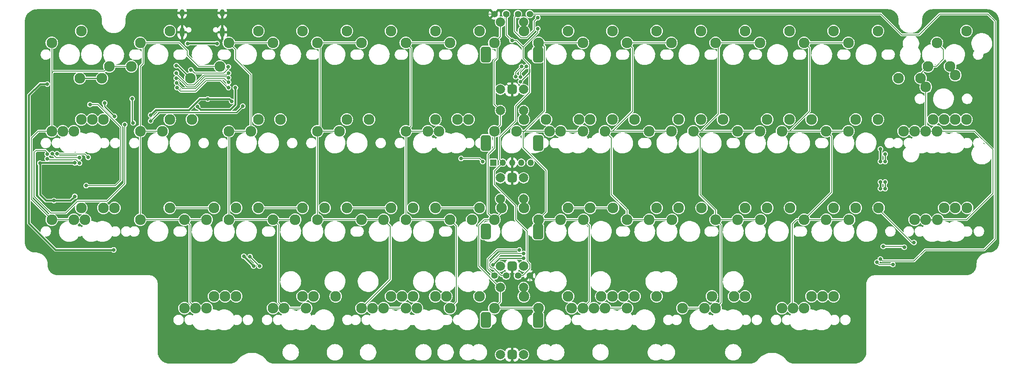
<source format=gbr>
%TF.GenerationSoftware,KiCad,Pcbnew,(7.0.0)*%
%TF.CreationDate,2024-01-31T23:32:51+01:00*%
%TF.ProjectId,universal vault v2,756e6976-6572-4736-916c-207661756c74,rev?*%
%TF.SameCoordinates,Original*%
%TF.FileFunction,Copper,L1,Top*%
%TF.FilePolarity,Positive*%
%FSLAX46Y46*%
G04 Gerber Fmt 4.6, Leading zero omitted, Abs format (unit mm)*
G04 Created by KiCad (PCBNEW (7.0.0)) date 2024-01-31 23:32:51*
%MOMM*%
%LPD*%
G01*
G04 APERTURE LIST*
G04 Aperture macros list*
%AMRoundRect*
0 Rectangle with rounded corners*
0 $1 Rounding radius*
0 $2 $3 $4 $5 $6 $7 $8 $9 X,Y pos of 4 corners*
0 Add a 4 corners polygon primitive as box body*
4,1,4,$2,$3,$4,$5,$6,$7,$8,$9,$2,$3,0*
0 Add four circle primitives for the rounded corners*
1,1,$1+$1,$2,$3*
1,1,$1+$1,$4,$5*
1,1,$1+$1,$6,$7*
1,1,$1+$1,$8,$9*
0 Add four rect primitives between the rounded corners*
20,1,$1+$1,$2,$3,$4,$5,0*
20,1,$1+$1,$4,$5,$6,$7,0*
20,1,$1+$1,$6,$7,$8,$9,0*
20,1,$1+$1,$8,$9,$2,$3,0*%
G04 Aperture macros list end*
%TA.AperFunction,ComponentPad*%
%ADD10C,2.300000*%
%TD*%
%TA.AperFunction,ComponentPad*%
%ADD11C,1.397000*%
%TD*%
%TA.AperFunction,ComponentPad*%
%ADD12C,2.000000*%
%TD*%
%TA.AperFunction,ComponentPad*%
%ADD13RoundRect,0.500000X0.500000X-0.500000X0.500000X0.500000X-0.500000X0.500000X-0.500000X-0.500000X0*%
%TD*%
%TA.AperFunction,ComponentPad*%
%ADD14RoundRect,0.550000X0.550000X-1.150000X0.550000X1.150000X-0.550000X1.150000X-0.550000X-1.150000X0*%
%TD*%
%TA.AperFunction,ComponentPad*%
%ADD15R,1.350000X1.350000*%
%TD*%
%TA.AperFunction,ComponentPad*%
%ADD16O,1.350000X1.350000*%
%TD*%
%TA.AperFunction,ComponentPad*%
%ADD17O,1.000000X1.600000*%
%TD*%
%TA.AperFunction,ComponentPad*%
%ADD18O,1.000000X2.100000*%
%TD*%
%TA.AperFunction,ViaPad*%
%ADD19C,0.800000*%
%TD*%
%TA.AperFunction,Conductor*%
%ADD20C,0.200000*%
%TD*%
%TA.AperFunction,Conductor*%
%ADD21C,0.381000*%
%TD*%
%TA.AperFunction,Conductor*%
%ADD22C,0.254000*%
%TD*%
%TA.AperFunction,Conductor*%
%ADD23C,0.250000*%
%TD*%
G04 APERTURE END LIST*
D10*
%TO.P,K_SPACE4,1*%
%TO.N,col3*%
X62865000Y69215000D03*
%TO.P,K_SPACE4,2*%
%TO.N,Net-(D_SPACE4-A)*%
X69215000Y71755000D03*
%TD*%
%TO.P,K_SPACE68,1*%
%TO.N,col6*%
X115252500Y50165000D03*
%TO.P,K_SPACE68,2*%
%TO.N,Net-(D_SPACE18-A)*%
X121602500Y52705000D03*
%TD*%
%TO.P,K_SPACE17,1*%
%TO.N,col5*%
X100965000Y50165000D03*
%TO.P,K_SPACE17,2*%
%TO.N,Net-(D_SPACE17-A)*%
X107315000Y52705000D03*
%TD*%
%TO.P,K_SPACE30,1*%
%TO.N,col7*%
X129540000Y31115000D03*
%TO.P,K_SPACE30,2*%
%TO.N,Net-(D_SPACE30-A)*%
X135890000Y33655000D03*
%TD*%
%TO.P,K_SPACE118,1*%
%TO.N,col8*%
X148590000Y12065000D03*
%TO.P,K_SPACE118,2*%
%TO.N,Net-(D_SPACE39-A)*%
X154940000Y14605000D03*
%TD*%
%TO.P,K_SPACE94,1*%
%TO.N,Net-(D_SPACE27-A)*%
X96202500Y31115000D03*
%TO.P,K_SPACE94,2*%
%TO.N,col5*%
X102552500Y33655000D03*
%TD*%
%TO.P,K_SPACE73,1*%
%TO.N,col1*%
X29527500Y50165000D03*
%TO.P,K_SPACE73,2*%
%TO.N,Net-(D_SPACE13-A)*%
X35877500Y52705000D03*
%TD*%
%TO.P,K_SPACE117,1*%
%TO.N,col2*%
X53340000Y12065000D03*
%TO.P,K_SPACE117,2*%
%TO.N,Net-(D_SPACE35-A)*%
X59690000Y14605000D03*
%TD*%
%TO.P,K_SPACE107,1*%
%TO.N,col1*%
X36671250Y12065000D03*
%TO.P,K_SPACE107,2*%
%TO.N,Net-(D_SPACE34-A)*%
X43021250Y14605000D03*
%TD*%
%TO.P,K_SPACE83,1*%
%TO.N,col1*%
X24765000Y31115000D03*
%TO.P,K_SPACE83,2*%
%TO.N,Net-(D_SPACE24-A)*%
X31115000Y33655000D03*
%TD*%
%TO.P,K_SPACE124,1*%
%TO.N,col3*%
X74771250Y12065000D03*
%TO.P,K_SPACE124,2*%
%TO.N,Net-(D_SPACE36-A)*%
X81121250Y14605000D03*
%TD*%
%TO.P,K_SPACE28,1*%
%TO.N,col4*%
X89058750Y50165000D03*
%TO.P,K_SPACE28,2*%
%TO.N,Net-(D_SPACE16-A)*%
X95408750Y52705000D03*
%TD*%
%TO.P,K_SPACE72,1*%
%TO.N,col10*%
X191452500Y50165000D03*
%TO.P,K_SPACE72,2*%
%TO.N,Net-(D_SPACE22-A)*%
X197802500Y52705000D03*
%TD*%
D11*
%TO.P,OL2,1,SDA*%
%TO.N,SDA*%
X108585000Y75406250D03*
%TO.P,OL2,2,SCL*%
%TO.N,SCL*%
X106045000Y75406250D03*
%TO.P,OL2,3,VCC*%
%TO.N,+3V3*%
X103505000Y75406250D03*
%TO.P,OL2,4,GND*%
%TO.N,GND*%
X100965000Y75406250D03*
%TD*%
D10*
%TO.P,K_SPACE95,1*%
%TO.N,col10*%
X193833750Y59690000D03*
%TO.P,K_SPACE95,2*%
%TO.N,Net-(D_SPACE11-A)*%
X200183750Y62230000D03*
%TD*%
%TO.P,K_SPACE9,1*%
%TO.N,col8*%
X158115000Y69215000D03*
%TO.P,K_SPACE9,2*%
%TO.N,Net-(D_SPACE9-A)*%
X164465000Y71755000D03*
%TD*%
%TO.P,K_SPACE21,1*%
%TO.N,col9*%
X177165000Y50165000D03*
%TO.P,K_SPACE21,2*%
%TO.N,Net-(D_SPACE21-A)*%
X183515000Y52705000D03*
%TD*%
%TO.P,K_SPACE33,1*%
%TO.N,col10*%
X191452500Y31115000D03*
%TO.P,K_SPACE33,2*%
%TO.N,Net-(D_SPACE33-A)*%
X197802500Y33655000D03*
%TD*%
%TO.P,K_SPACE55,1*%
%TO.N,col3*%
X72390000Y69215000D03*
%TO.P,K_SPACE55,2*%
%TO.N,Net-(D_SPACE4-A)*%
X78740000Y71755000D03*
%TD*%
%TO.P,K_SPACE121,1*%
%TO.N,col6*%
X122396250Y12065000D03*
%TO.P,K_SPACE121,2*%
%TO.N,Net-(D_SPACE38-A)*%
X128746250Y14605000D03*
%TD*%
%TO.P,K_SPACE115,1*%
%TO.N,col6*%
X117633750Y12065000D03*
%TO.P,K_SPACE115,2*%
%TO.N,Net-(D_SPACE38-A)*%
X123983750Y14605000D03*
%TD*%
%TO.P,K_SPACE15,1*%
%TO.N,col3*%
X62865000Y50165000D03*
%TO.P,K_SPACE15,2*%
%TO.N,Net-(D_SPACE15-A)*%
X69215000Y52705000D03*
%TD*%
%TO.P,K_SPACE70,1*%
%TO.N,col8*%
X153352500Y50165000D03*
%TO.P,K_SPACE70,2*%
%TO.N,Net-(D_SPACE20-A)*%
X159702500Y52705000D03*
%TD*%
%TO.P,K_SPACE38,1*%
%TO.N,col6*%
X124777500Y12065000D03*
%TO.P,K_SPACE38,2*%
%TO.N,Net-(D_SPACE38-A)*%
X131127500Y14605000D03*
%TD*%
%TO.P,K_SPACE98,1*%
%TO.N,col8*%
X153352500Y31115000D03*
%TO.P,K_SPACE98,2*%
%TO.N,Net-(D_SPACE31-A)*%
X159702500Y33655000D03*
%TD*%
%TO.P,K_SPACE78,1*%
%TO.N,col7*%
X124777500Y50165000D03*
%TO.P,K_SPACE78,2*%
%TO.N,Net-(D_SPACE19-A)*%
X131127500Y52705000D03*
%TD*%
%TO.P,K_SPACE101,1*%
%TO.N,col10*%
X193833750Y50165000D03*
%TO.P,K_SPACE101,2*%
%TO.N,Net-(D_SPACE22-A)*%
X200183750Y52705000D03*
%TD*%
%TO.P,K_SPACE10,1*%
%TO.N,col9*%
X177165000Y69215000D03*
%TO.P,K_SPACE10,2*%
%TO.N,Net-(D_SPACE10-A)*%
X183515000Y71755000D03*
%TD*%
%TO.P,K_SPACE74,1*%
%TO.N,col2*%
X48577500Y50165000D03*
%TO.P,K_SPACE74,2*%
%TO.N,Net-(D_SPACE14-A)*%
X54927500Y52705000D03*
%TD*%
D11*
%TO.P,OL1,1,SDA*%
%TO.N,SDA*%
X100965000Y19050000D03*
%TO.P,OL1,2,SCL*%
%TO.N,SCL*%
X103505000Y19050000D03*
%TO.P,OL1,3,VCC*%
%TO.N,+3V3*%
X106045000Y19050000D03*
%TO.P,OL1,4,GND*%
%TO.N,GND*%
X108585000Y19050000D03*
%TD*%
D10*
%TO.P,K_SPACE99,1*%
%TO.N,col9*%
X172402500Y31115000D03*
%TO.P,K_SPACE99,2*%
%TO.N,Net-(D_SPACE32-A)*%
X178752500Y33655000D03*
%TD*%
%TO.P,K_SPACE85,1*%
%TO.N,col3*%
X62865000Y31115000D03*
%TO.P,K_SPACE85,2*%
%TO.N,Net-(D_SPACE26-A)*%
X69215000Y33655000D03*
%TD*%
%TO.P,K_SPACE110,1*%
%TO.N,col5*%
X100965000Y12065000D03*
%TO.P,K_SPACE110,2*%
%TO.N,Net-(D_SPACE42-A)*%
X107315000Y14605000D03*
%TD*%
%TO.P,K_SPACE2,1*%
%TO.N,col1*%
X24765000Y69215000D03*
%TO.P,K_SPACE2,2*%
%TO.N,Net-(D_SPACE2-A)*%
X31115000Y71755000D03*
%TD*%
%TO.P,K_SPACE92,1*%
%TO.N,col2*%
X58102500Y31115000D03*
%TO.P,K_SPACE92,2*%
%TO.N,Net-(D_SPACE25-A)*%
X64452500Y33655000D03*
%TD*%
%TO.P,K_SPACE34,1*%
%TO.N,col6*%
X112871250Y50165000D03*
%TO.P,K_SPACE34,2*%
%TO.N,Net-(D_SPACE18-A)*%
X119221250Y52705000D03*
%TD*%
%TO.P,K_SPACE14,1*%
%TO.N,col2*%
X43815000Y50165000D03*
%TO.P,K_SPACE14,2*%
%TO.N,Net-(D_SPACE14-A)*%
X50165000Y52705000D03*
%TD*%
%TO.P,K_SPACE77,1*%
%TO.N,col6*%
X105727500Y50165000D03*
%TO.P,K_SPACE77,2*%
%TO.N,Net-(D_SPACE18-A)*%
X112077500Y52705000D03*
%TD*%
%TO.P,K_SPACE32,1*%
%TO.N,col9*%
X167640000Y31115000D03*
%TO.P,K_SPACE32,2*%
%TO.N,Net-(D_SPACE32-A)*%
X173990000Y33655000D03*
%TD*%
%TO.P,K_SPACE114,1*%
%TO.N,col3*%
X84296250Y12065000D03*
%TO.P,K_SPACE114,2*%
%TO.N,Net-(D_SPACE36-A)*%
X90646250Y14605000D03*
%TD*%
%TO.P,K_SPACE67,1*%
%TO.N,col0*%
X8096250Y50165000D03*
%TO.P,K_SPACE67,2*%
%TO.N,Net-(D_SPACE12-A)*%
X14446250Y52705000D03*
%TD*%
%TO.P,K_SPACE108,1*%
%TO.N,col8*%
X141446250Y12065000D03*
%TO.P,K_SPACE108,2*%
%TO.N,Net-(D_SPACE39-A)*%
X147796250Y14605000D03*
%TD*%
%TO.P,K_SPACE37,1*%
%TO.N,col3*%
X77152500Y12065000D03*
%TO.P,K_SPACE37,2*%
%TO.N,Net-(D_SPACE36-A)*%
X83502500Y14605000D03*
%TD*%
%TO.P,K_SPACE71,1*%
%TO.N,col9*%
X172402500Y50165000D03*
%TO.P,K_SPACE71,2*%
%TO.N,Net-(D_SPACE21-A)*%
X178752500Y52705000D03*
%TD*%
%TO.P,K_SPACE88,1*%
%TO.N,col7*%
X139231250Y31115000D03*
%TO.P,K_SPACE88,2*%
%TO.N,Net-(D_SPACE30-A)*%
X145581250Y33655000D03*
%TD*%
%TO.P,K_SPACE50,1*%
%TO.N,col0*%
X12858750Y31115000D03*
%TO.P,K_SPACE50,2*%
%TO.N,Net-(D_SPACE23-A)*%
X19208750Y33655000D03*
%TD*%
%TO.P,K_SPACE57,1*%
%TO.N,col0*%
X10477500Y50165000D03*
%TO.P,K_SPACE57,2*%
%TO.N,Net-(D_SPACE12-A)*%
X16827500Y52705000D03*
%TD*%
%TO.P,K_SPACE26,1*%
%TO.N,col3*%
X72390000Y31115000D03*
%TO.P,K_SPACE26,2*%
%TO.N,Net-(D_SPACE26-A)*%
X78740000Y33655000D03*
%TD*%
%TO.P,K_SPACE90,1*%
%TO.N,col9*%
X177331250Y31115000D03*
%TO.P,K_SPACE90,2*%
%TO.N,Net-(D_SPACE32-A)*%
X183681250Y33655000D03*
%TD*%
%TO.P,K_SPACE116,1*%
%TO.N,col6*%
X129540000Y12065000D03*
%TO.P,K_SPACE116,2*%
%TO.N,Net-(D_SPACE38-A)*%
X135890000Y14605000D03*
%TD*%
D12*
%TO.P,SW5,A,A*%
%TO.N,rG*%
X102275000Y21075000D03*
%TO.P,SW5,B,B*%
%TO.N,rH*%
X107275000Y21075000D03*
D13*
%TO.P,SW5,C,C*%
%TO.N,GND*%
X104775000Y21075000D03*
D14*
%TO.P,SW5,MP*%
%TO.N,N/C*%
X99175000Y28575000D03*
X110375000Y28575000D03*
D12*
%TO.P,SW5,S1,S1*%
%TO.N,Net-(D_SPACE28-A)*%
X107275000Y35575000D03*
%TO.P,SW5,S2,S2*%
%TO.N,col5*%
X102275000Y35575000D03*
%TD*%
D10*
%TO.P,K_SPACE93,1*%
%TO.N,col3*%
X77152500Y31115000D03*
%TO.P,K_SPACE93,2*%
%TO.N,Net-(D_SPACE26-A)*%
X83502500Y33655000D03*
%TD*%
%TO.P,K_SPACE81,1*%
%TO.N,col10*%
X189071250Y50165000D03*
%TO.P,K_SPACE81,2*%
%TO.N,Net-(D_SPACE22-A)*%
X195421250Y52705000D03*
%TD*%
%TO.P,K_SPACE128,1*%
%TO.N,col3*%
X72390000Y12065000D03*
%TO.P,K_SPACE128,2*%
%TO.N,Net-(D_SPACE36-A)*%
X78740000Y14605000D03*
%TD*%
%TO.P,K_SPACE87,1*%
%TO.N,col6*%
X120181250Y31115000D03*
%TO.P,K_SPACE87,2*%
%TO.N,Net-(D_SPACE29-A)*%
X126531250Y33655000D03*
%TD*%
%TO.P,K_SPACE123,1*%
%TO.N,col9*%
X162877500Y12065000D03*
%TO.P,K_SPACE123,2*%
%TO.N,Net-(D_SPACE40-A)*%
X169227500Y14605000D03*
%TD*%
%TO.P,K_SPACE97,1*%
%TO.N,col7*%
X134302500Y31115000D03*
%TO.P,K_SPACE97,2*%
%TO.N,Net-(D_SPACE30-A)*%
X140652500Y33655000D03*
%TD*%
%TO.P,K_SPACE69,1*%
%TO.N,col7*%
X134302500Y50165000D03*
%TO.P,K_SPACE69,2*%
%TO.N,Net-(D_SPACE19-A)*%
X140652500Y52705000D03*
%TD*%
%TO.P,K_SPACE56,1*%
%TO.N,col4*%
X91440000Y69215000D03*
%TO.P,K_SPACE56,2*%
%TO.N,Net-(D_SPACE5-A)*%
X97790000Y71755000D03*
%TD*%
%TO.P,K_SPACE62,1*%
%TO.N,col10*%
X194310000Y64135000D03*
%TO.P,K_SPACE62,2*%
%TO.N,Net-(D_SPACE11-A)*%
X187960000Y61595000D03*
%TD*%
%TO.P,K_SPACE109,1*%
%TO.N,col9*%
X165258750Y12065000D03*
%TO.P,K_SPACE109,2*%
%TO.N,Net-(D_SPACE40-A)*%
X171608750Y14605000D03*
%TD*%
%TO.P,K_SPACE25,1*%
%TO.N,col2*%
X53340000Y31115000D03*
%TO.P,K_SPACE25,2*%
%TO.N,Net-(D_SPACE25-A)*%
X59690000Y33655000D03*
%TD*%
%TO.P,K_SPACE63,1*%
%TO.N,col1*%
X29527500Y50165000D03*
%TO.P,K_SPACE63,2*%
%TO.N,Net-(D_SPACE13-A)*%
X35877500Y52705000D03*
%TD*%
%TO.P,K_SPACE51,1*%
%TO.N,col1*%
X39052500Y31115000D03*
%TO.P,K_SPACE51,2*%
%TO.N,Net-(D_SPACE24-A)*%
X45402500Y33655000D03*
%TD*%
%TO.P,K_SPACE60,1*%
%TO.N,col8*%
X148590000Y69215000D03*
%TO.P,K_SPACE60,2*%
%TO.N,Net-(D_SPACE9-A)*%
X154940000Y71755000D03*
%TD*%
%TO.P,K_SPACE103,1*%
%TO.N,col0*%
X18097500Y64135000D03*
%TO.P,K_SPACE103,2*%
%TO.N,Net-(D_SPACE1-A)*%
X11747500Y61595000D03*
%TD*%
%TO.P,K_SPACE102,1*%
%TO.N,Net-(D_SPACE11-A)*%
X199072500Y64135000D03*
%TO.P,K_SPACE102,2*%
%TO.N,col10*%
X192722500Y61595000D03*
%TD*%
%TO.P,K_SPACE39,1*%
%TO.N,col3*%
X72390000Y12065000D03*
%TO.P,K_SPACE39,2*%
%TO.N,Net-(D_SPACE36-A)*%
X78740000Y14605000D03*
%TD*%
%TO.P,K_SPACE8,1*%
%TO.N,col7*%
X139065000Y69215000D03*
%TO.P,K_SPACE8,2*%
%TO.N,Net-(D_SPACE8-A)*%
X145415000Y71755000D03*
%TD*%
%TO.P,K_SPACE86,1*%
%TO.N,col4*%
X81915000Y31115000D03*
%TO.P,K_SPACE86,2*%
%TO.N,Net-(D_SPACE27-A)*%
X88265000Y33655000D03*
%TD*%
%TO.P,K_SPACE100,1*%
%TO.N,col10*%
X193833750Y31115000D03*
%TO.P,K_SPACE100,2*%
%TO.N,Net-(D_SPACE33-A)*%
X200183750Y33655000D03*
%TD*%
%TO.P,K_SPACE66,1*%
%TO.N,col4*%
X86677500Y50165000D03*
%TO.P,K_SPACE66,2*%
%TO.N,Net-(D_SPACE16-A)*%
X93027500Y52705000D03*
%TD*%
D12*
%TO.P,SW1,A,A*%
%TO.N,rA*%
X102275000Y59175000D03*
%TO.P,SW1,B,B*%
%TO.N,rB*%
X107275000Y59175000D03*
D13*
%TO.P,SW1,C,C*%
%TO.N,GND*%
X104775000Y59175000D03*
D14*
%TO.P,SW1,MP*%
%TO.N,N/C*%
X99175000Y66675000D03*
X110375000Y66675000D03*
D12*
%TO.P,SW1,S1,S1*%
%TO.N,Net-(D_SPACE6-A)*%
X107275000Y73675000D03*
%TO.P,SW1,S2,S2*%
%TO.N,col5*%
X102275000Y73675000D03*
%TD*%
D10*
%TO.P,K_SPACE79,1*%
%TO.N,col8*%
X143827500Y50165000D03*
%TO.P,K_SPACE79,2*%
%TO.N,Net-(D_SPACE20-A)*%
X150177500Y52705000D03*
%TD*%
%TO.P,K_SPACE64,1*%
%TO.N,col2*%
X48577500Y50165000D03*
%TO.P,K_SPACE64,2*%
%TO.N,Net-(D_SPACE14-A)*%
X54927500Y52705000D03*
%TD*%
%TO.P,K_SPACE20,1*%
%TO.N,col8*%
X158115000Y50165000D03*
%TO.P,K_SPACE20,2*%
%TO.N,Net-(D_SPACE20-A)*%
X164465000Y52705000D03*
%TD*%
%TO.P,K_SPACE49,1*%
%TO.N,col5*%
X100965000Y31115000D03*
%TO.P,K_SPACE49,2*%
%TO.N,Net-(D_SPACE28-A)*%
X107315000Y33655000D03*
%TD*%
%TO.P,K_SPACE59,1*%
%TO.N,col7*%
X129540000Y69215000D03*
%TO.P,K_SPACE59,2*%
%TO.N,Net-(D_SPACE8-A)*%
X135890000Y71755000D03*
%TD*%
%TO.P,K_SPACE104,1*%
%TO.N,col0*%
X8096250Y50165000D03*
%TO.P,K_SPACE104,2*%
%TO.N,Net-(D_SPACE12-A)*%
X14446250Y52705000D03*
%TD*%
%TO.P,K_SPACE84,1*%
%TO.N,col2*%
X43815000Y31115000D03*
%TO.P,K_SPACE84,2*%
%TO.N,Net-(D_SPACE25-A)*%
X50165000Y33655000D03*
%TD*%
%TO.P,K_SPACE106,1*%
%TO.N,col2*%
X60483750Y12065000D03*
%TO.P,K_SPACE106,2*%
%TO.N,Net-(D_SPACE35-A)*%
X66833750Y14605000D03*
%TD*%
%TO.P,K_SPACE125,1*%
%TO.N,col6*%
X120015000Y12065000D03*
%TO.P,K_SPACE125,2*%
%TO.N,Net-(D_SPACE38-A)*%
X126365000Y14605000D03*
%TD*%
%TO.P,K_SPACE11,1*%
%TO.N,col10*%
X196215000Y69215000D03*
%TO.P,K_SPACE11,2*%
%TO.N,Net-(D_SPACE11-A)*%
X202565000Y71755000D03*
%TD*%
%TO.P,K_SPACE91,1*%
%TO.N,col10*%
X196381250Y31115000D03*
%TO.P,K_SPACE91,2*%
%TO.N,Net-(D_SPACE33-A)*%
X202731250Y33655000D03*
%TD*%
D12*
%TO.P,SW2,A,A*%
%TO.N,rC*%
X102275000Y40125000D03*
%TO.P,SW2,B,B*%
%TO.N,rD*%
X107275000Y40125000D03*
D13*
%TO.P,SW2,C,C*%
%TO.N,GND*%
X104775000Y40125000D03*
D14*
%TO.P,SW2,MP*%
%TO.N,N/C*%
X99175000Y47625000D03*
X110375000Y47625000D03*
D12*
%TO.P,SW2,S1,S1*%
%TO.N,Net-(D_SPACE17-A)*%
X107275000Y54625000D03*
%TO.P,SW2,S2,S2*%
%TO.N,col5*%
X102275000Y54625000D03*
%TD*%
D10*
%TO.P,K_SPACE122,1*%
%TO.N,col1*%
X39052500Y12065000D03*
%TO.P,K_SPACE122,2*%
%TO.N,Net-(D_SPACE34-A)*%
X45402500Y14605000D03*
%TD*%
%TO.P,K_SPACE129,1*%
%TO.N,col6*%
X129540000Y12065000D03*
%TO.P,K_SPACE129,2*%
%TO.N,Net-(D_SPACE38-A)*%
X135890000Y14605000D03*
%TD*%
%TO.P,K_SPACE113,1*%
%TO.N,col9*%
X167640000Y12065000D03*
%TO.P,K_SPACE113,2*%
%TO.N,Net-(D_SPACE40-A)*%
X173990000Y14605000D03*
%TD*%
%TO.P,K_SPACE19,1*%
%TO.N,col7*%
X139065000Y50165000D03*
%TO.P,K_SPACE19,2*%
%TO.N,Net-(D_SPACE19-A)*%
X145415000Y52705000D03*
%TD*%
%TO.P,K_SPACE23,1*%
%TO.N,col0*%
X10477500Y31115000D03*
%TO.P,K_SPACE23,2*%
%TO.N,Net-(D_SPACE23-A)*%
X16827500Y33655000D03*
%TD*%
%TO.P,K_SPACE16,1*%
%TO.N,col4*%
X81915000Y50165000D03*
%TO.P,K_SPACE16,2*%
%TO.N,Net-(D_SPACE16-A)*%
X88265000Y52705000D03*
%TD*%
%TO.P,K_SPACE105,1*%
%TO.N,col1*%
X34290000Y12065000D03*
%TO.P,K_SPACE105,2*%
%TO.N,Net-(D_SPACE34-A)*%
X40640000Y14605000D03*
%TD*%
%TO.P,K_SPACE12,1*%
%TO.N,col0*%
X5715000Y50165000D03*
%TO.P,K_SPACE12,2*%
%TO.N,Net-(D_SPACE12-A)*%
X12065000Y52705000D03*
%TD*%
%TO.P,K_SPACE22,1*%
%TO.N,col10*%
X196215000Y50165000D03*
%TO.P,K_SPACE22,2*%
%TO.N,Net-(D_SPACE22-A)*%
X202565000Y52705000D03*
%TD*%
%TO.P,K_SPACE52,1*%
%TO.N,col0*%
X22860000Y64135000D03*
%TO.P,K_SPACE52,2*%
%TO.N,Net-(D_SPACE1-A)*%
X16510000Y61595000D03*
%TD*%
%TO.P,K_SPACE65,1*%
%TO.N,col3*%
X67627500Y50165000D03*
%TO.P,K_SPACE65,2*%
%TO.N,Net-(D_SPACE15-A)*%
X73977500Y52705000D03*
%TD*%
%TO.P,K_SPACE53,1*%
%TO.N,col1*%
X41910000Y64135000D03*
%TO.P,K_SPACE53,2*%
%TO.N,Net-(D_SPACE2-A)*%
X35560000Y61595000D03*
%TD*%
%TO.P,K_SPACE3,1*%
%TO.N,col2*%
X43815000Y69215000D03*
%TO.P,K_SPACE3,2*%
%TO.N,Net-(D_SPACE3-A)*%
X50165000Y71755000D03*
%TD*%
%TO.P,K_SPACE80,1*%
%TO.N,col9*%
X162877500Y50165000D03*
%TO.P,K_SPACE80,2*%
%TO.N,Net-(D_SPACE21-A)*%
X169227500Y52705000D03*
%TD*%
%TO.P,K_SPACE7,1*%
%TO.N,col6*%
X120015000Y69215000D03*
%TO.P,K_SPACE7,2*%
%TO.N,Net-(D_SPACE7-A)*%
X126365000Y71755000D03*
%TD*%
%TO.P,K_SPACE96,1*%
%TO.N,col6*%
X115252500Y31115000D03*
%TO.P,K_SPACE96,2*%
%TO.N,Net-(D_SPACE29-A)*%
X121602500Y33655000D03*
%TD*%
%TO.P,K_SPACE6,1*%
%TO.N,col5*%
X100965000Y69215000D03*
%TO.P,K_SPACE6,2*%
%TO.N,Net-(D_SPACE6-A)*%
X107315000Y71755000D03*
%TD*%
%TO.P,K_SPACE82,1*%
%TO.N,col0*%
X5715000Y31115000D03*
%TO.P,K_SPACE82,2*%
%TO.N,Net-(D_SPACE23-A)*%
X12065000Y33655000D03*
%TD*%
%TO.P,K_SPACE111,1*%
%TO.N,col2*%
X55721250Y12065000D03*
%TO.P,K_SPACE111,2*%
%TO.N,Net-(D_SPACE35-A)*%
X62071250Y14605000D03*
%TD*%
%TO.P,K_SPACE89,1*%
%TO.N,col8*%
X158281250Y31115000D03*
%TO.P,K_SPACE89,2*%
%TO.N,Net-(D_SPACE31-A)*%
X164631250Y33655000D03*
%TD*%
%TO.P,K_SPACE29,1*%
%TO.N,col6*%
X110490000Y31115000D03*
%TO.P,K_SPACE29,2*%
%TO.N,Net-(D_SPACE29-A)*%
X116840000Y33655000D03*
%TD*%
%TO.P,K_SPACE5,1*%
%TO.N,col4*%
X81915000Y69215000D03*
%TO.P,K_SPACE5,2*%
%TO.N,Net-(D_SPACE5-A)*%
X88265000Y71755000D03*
%TD*%
%TO.P,K_SPACE120,1*%
%TO.N,col3*%
X81915000Y12065000D03*
%TO.P,K_SPACE120,2*%
%TO.N,Net-(D_SPACE36-A)*%
X88265000Y14605000D03*
%TD*%
%TO.P,K_SPACE58,1*%
%TO.N,col6*%
X110490000Y69215000D03*
%TO.P,K_SPACE58,2*%
%TO.N,Net-(D_SPACE7-A)*%
X116840000Y71755000D03*
%TD*%
%TO.P,K_SPACE75,1*%
%TO.N,col3*%
X67627500Y50165000D03*
%TO.P,K_SPACE75,2*%
%TO.N,Net-(D_SPACE15-A)*%
X73977500Y52705000D03*
%TD*%
%TO.P,K_SPACE27,1*%
%TO.N,col4*%
X91440000Y31115000D03*
%TO.P,K_SPACE27,2*%
%TO.N,Net-(D_SPACE27-A)*%
X97790000Y33655000D03*
%TD*%
%TO.P,K_SPACE61,1*%
%TO.N,col9*%
X167640000Y69215000D03*
%TO.P,K_SPACE61,2*%
%TO.N,Net-(D_SPACE10-A)*%
X173990000Y71755000D03*
%TD*%
%TO.P,K_SPACE24,1*%
%TO.N,col1*%
X34290000Y31115000D03*
%TO.P,K_SPACE24,2*%
%TO.N,Net-(D_SPACE24-A)*%
X40640000Y33655000D03*
%TD*%
%TO.P,K_SPACE18,1*%
%TO.N,col6*%
X120015000Y50165000D03*
%TO.P,K_SPACE18,2*%
%TO.N,Net-(D_SPACE18-A)*%
X126365000Y52705000D03*
%TD*%
%TO.P,K_SPACE76,1*%
%TO.N,col4*%
X86677500Y50165000D03*
%TO.P,K_SPACE76,2*%
%TO.N,Net-(D_SPACE16-A)*%
X93027500Y52705000D03*
%TD*%
%TO.P,K_SPACE31,1*%
%TO.N,col8*%
X148590000Y31115000D03*
%TO.P,K_SPACE31,2*%
%TO.N,Net-(D_SPACE31-A)*%
X154940000Y33655000D03*
%TD*%
%TO.P,K_SPACE1,1*%
%TO.N,col0*%
X5715000Y69215000D03*
%TO.P,K_SPACE1,2*%
%TO.N,Net-(D_SPACE1-A)*%
X12065000Y71755000D03*
%TD*%
D12*
%TO.P,SW3,A,A*%
%TO.N,rE*%
X102275000Y2025000D03*
%TO.P,SW3,B,B*%
%TO.N,rF*%
X107275000Y2025000D03*
D13*
%TO.P,SW3,C,C*%
%TO.N,GND*%
X104775000Y2025000D03*
D14*
%TO.P,SW3,MP*%
%TO.N,N/C*%
X99175000Y9525000D03*
X110375000Y9525000D03*
D12*
%TO.P,SW3,S1,S1*%
%TO.N,Net-(D_SPACE42-A)*%
X107275000Y16525000D03*
%TO.P,SW3,S2,S2*%
%TO.N,col5*%
X102275000Y16525000D03*
%TD*%
D10*
%TO.P,K_SPACE112,1*%
%TO.N,col8*%
X146208750Y12065000D03*
%TO.P,K_SPACE112,2*%
%TO.N,Net-(D_SPACE39-A)*%
X152558750Y14605000D03*
%TD*%
%TO.P,K_SPACE35,1*%
%TO.N,col4*%
X91440000Y12065000D03*
%TO.P,K_SPACE35,2*%
%TO.N,Net-(D_SPACE37-A)*%
X97790000Y14605000D03*
%TD*%
%TO.P,K_SPACE54,1*%
%TO.N,col2*%
X53340000Y69215000D03*
%TO.P,K_SPACE54,2*%
%TO.N,Net-(D_SPACE3-A)*%
X59690000Y71755000D03*
%TD*%
%TO.P,K_SPACE13,1*%
%TO.N,col1*%
X24765000Y50165000D03*
%TO.P,K_SPACE13,2*%
%TO.N,Net-(D_SPACE13-A)*%
X31115000Y52705000D03*
%TD*%
%TO.P,K_SPACE36,1*%
%TO.N,col5*%
X110490000Y12065000D03*
%TO.P,K_SPACE36,2*%
%TO.N,Net-(D_SPACE42-A)*%
X116840000Y14605000D03*
%TD*%
D15*
%TO.P,TP1,1,Pin_1*%
%TO.N,TP_clk*%
X100774999Y43396249D03*
D16*
%TO.P,TP1,2,Pin_2*%
%TO.N,+3V3*%
X102774999Y43396249D03*
%TO.P,TP1,3,Pin_3*%
%TO.N,GND*%
X104774999Y43396249D03*
%TO.P,TP1,4,Pin_4*%
%TO.N,TP_data*%
X106774999Y43396249D03*
%TO.P,TP1,5,Pin_5*%
%TO.N,/TP_RST*%
X108774999Y43396249D03*
%TD*%
D17*
%TO.P,J1,S1,SHIELD*%
%TO.N,GND*%
X33779999Y75662499D03*
D18*
X33779999Y71482499D03*
D17*
X42419999Y75662499D03*
D18*
X42419999Y71482499D03*
%TD*%
D19*
%TO.N,GND*%
X85725000Y56356250D03*
X13899444Y36512500D03*
X6906265Y33273356D03*
X80962500Y20637500D03*
X104775000Y492732D03*
X103269210Y60427977D03*
X8593250Y34131250D03*
X21240660Y56425484D03*
X160441053Y55797177D03*
X104775000Y15331750D03*
X30773182Y55536750D03*
X186531250Y26193750D03*
X7143750Y39687500D03*
X51593750Y21125500D03*
X158750000Y20637500D03*
X125830538Y55944293D03*
X19404964Y51154964D03*
X11105175Y58140901D03*
X98557267Y41205750D03*
X56749661Y55804083D03*
X115719866Y44282366D03*
X46831250Y73818750D03*
X16668750Y25400000D03*
X28098980Y59757657D03*
X46037500Y58737500D03*
X129381250Y20637500D03*
X29828894Y73833437D03*
X188118750Y54768750D03*
X25824050Y52714003D03*
X99218750Y75406250D03*
X38100000Y55562500D03*
X3284134Y45237687D03*
X109537500Y15875000D03*
%TO.N,Net-(D_SPACE2-A)*%
X32543750Y64293750D03*
%TO.N,+5V*%
X184076500Y46360744D03*
X39279939Y57113439D03*
X26987500Y53650500D03*
X19050000Y24606250D03*
X49154786Y21125500D03*
X44462379Y56594346D03*
X4762500Y60325000D03*
X47046393Y23233893D03*
X184082015Y39205750D03*
X184082015Y37806750D03*
X184082015Y43656250D03*
%TO.N,row0*%
X43718149Y64030895D03*
X35653253Y63370003D03*
%TO.N,row2*%
X184691300Y25343750D03*
X189189500Y25146600D03*
%TO.N,Net-(D_SPACE32-A)*%
X191293750Y26193750D03*
%TO.N,VCC*%
X34925000Y69056250D03*
X41275000Y69056250D03*
%TO.N,+3V3*%
X45243750Y59531250D03*
X6194250Y35211112D03*
X93832823Y44279677D03*
X110331250Y72231250D03*
X106575500Y60851209D03*
X98460849Y43639446D03*
X10706652Y43334374D03*
X104775000Y69681750D03*
X3175000Y43293341D03*
X37106906Y55449500D03*
X10696872Y36134378D03*
%TO.N,BOOT*%
X13156137Y38437000D03*
X13930296Y55902772D03*
%TO.N,SDA*%
X32672296Y59537956D03*
X107875500Y64143250D03*
X106566336Y61850669D03*
X184039292Y22644468D03*
X106362500Y24606250D03*
X43760499Y59580500D03*
%TO.N,SCL*%
X105568750Y61912500D03*
X107295500Y23812500D03*
X186733530Y21432550D03*
X110336267Y74614237D03*
X43770552Y60700264D03*
X183332537Y21937713D03*
X106875997Y64143250D03*
X106875997Y64143250D03*
X32616172Y60583324D03*
%TO.N,rB*%
X43741593Y61699347D03*
X32535575Y61579571D03*
%TO.N,rD*%
X11704987Y43286081D03*
X4762500Y44244247D03*
%TO.N,rA*%
X43756078Y62698744D03*
X32543750Y62706250D03*
%TO.N,Net-(LED1-DOUT)*%
X26987500Y52387500D03*
X46831250Y55562500D03*
X23235384Y51961950D03*
X23036206Y57150000D03*
%TO.N,rgb underglow*%
X19220552Y53351802D03*
X17100108Y56248371D03*
%TO.N,Net-(LED6-DOUT)*%
X185081518Y45243750D03*
X185081518Y37806750D03*
X185081518Y43656250D03*
X185081518Y39205750D03*
%TO.N,Net-(LED10-DIN)*%
X100703979Y21375500D03*
X107295500Y22775418D03*
%TO.N,Net-(LED11-DOUT)*%
X48382912Y23174500D03*
X50430287Y21125500D03*
%TO.N,RGB MCU*%
X4762500Y45243750D03*
X21431250Y51593750D03*
%TO.N,TP_clk*%
X5860758Y45300500D03*
X11652976Y44507249D03*
%TO.N,TP_data*%
X6860261Y45300500D03*
X13570783Y44527033D03*
%TD*%
D20*
%TO.N,GND*%
X104775000Y21075000D02*
X104775000Y15331750D01*
X104775000Y59175000D02*
X103522023Y60427977D01*
X103522023Y60427977D02*
X103269210Y60427977D01*
X108585000Y19050000D02*
X108585000Y16827500D01*
X104775000Y43396250D02*
X104775000Y40125000D01*
D21*
X7735356Y33273356D02*
X8593250Y34131250D01*
D20*
X100965000Y75406250D02*
X99218750Y75406250D01*
X108585000Y16827500D02*
X109537500Y15875000D01*
D21*
X6906265Y33273356D02*
X7735356Y33273356D01*
D20*
X104775000Y2025000D02*
X104775000Y492732D01*
D22*
%TO.N,Net-(D_SPACE1-A)*%
X11747500Y61595000D02*
X16510000Y61595000D01*
%TO.N,Net-(D_SPACE2-A)*%
X35560000Y61595000D02*
X32861250Y64293750D01*
X32861250Y64293750D02*
X32543750Y64293750D01*
D21*
%TO.N,+5V*%
X44462379Y56594346D02*
X43943286Y57113439D01*
X35226686Y54746250D02*
X37593875Y57113439D01*
X184076500Y43661765D02*
X184076500Y46360744D01*
X184082015Y39205750D02*
X184082015Y37806750D01*
X37593875Y57113439D02*
X39279939Y57113439D01*
X793750Y30365852D02*
X793750Y57943750D01*
X6553352Y24606250D02*
X793750Y30365852D01*
X49154786Y21125500D02*
X47046393Y23233893D01*
X28083250Y54746250D02*
X35226686Y54746250D01*
X19050000Y24606250D02*
X6553352Y24606250D01*
X43943286Y57113439D02*
X39279939Y57113439D01*
X3175000Y60325000D02*
X4762500Y60325000D01*
X26987500Y53650500D02*
X28083250Y54746250D01*
X184082015Y43656250D02*
X184076500Y43661765D01*
X793750Y57943750D02*
X3175000Y60325000D01*
D20*
%TO.N,row0*%
X36520610Y62685000D02*
X42753090Y62685000D01*
X35835607Y63370003D02*
X35653253Y63370003D01*
X36520610Y62685000D02*
X35835607Y63370003D01*
X42753090Y62685000D02*
X43718149Y63650059D01*
X43718149Y64030895D02*
X43718149Y63650059D01*
%TO.N,Net-(D_SPACE24-A)*%
X31115000Y33655000D02*
X40640000Y33655000D01*
%TO.N,row2*%
X184691300Y25343750D02*
X188992350Y25343750D01*
X188992350Y25343750D02*
X189189500Y25146600D01*
%TO.N,Net-(D_SPACE25-A)*%
X50165000Y33655000D02*
X59690000Y33655000D01*
%TO.N,Net-(D_SPACE26-A)*%
X69215000Y33655000D02*
X78740000Y33655000D01*
%TO.N,Net-(D_SPACE27-A)*%
X88265000Y33655000D02*
X97790000Y33655000D01*
%TO.N,Net-(D_SPACE29-A)*%
X116840000Y33655000D02*
X126531250Y33655000D01*
%TO.N,Net-(D_SPACE32-A)*%
X183681250Y33343838D02*
X183681250Y33655000D01*
X190831338Y26193750D02*
X183681250Y33343838D01*
X191293750Y26193750D02*
X190831338Y26193750D01*
D21*
%TO.N,VCC*%
X34925000Y69056250D02*
X34978150Y69109400D01*
X41221850Y69109400D02*
X41275000Y69056250D01*
X34978150Y69109400D02*
X41221850Y69109400D01*
D20*
%TO.N,col0*%
X5715000Y31115000D02*
X12858750Y31115000D01*
X1344476Y48686924D02*
X1344476Y35485524D01*
X1344476Y35485524D02*
X5715000Y31115000D01*
X5715000Y50165000D02*
X10477500Y50165000D01*
X5715000Y50165000D02*
X2822552Y50165000D01*
X6080750Y63072000D02*
X5715000Y62706250D01*
X18097500Y64135000D02*
X22860000Y64135000D01*
X17034500Y63072000D02*
X6080750Y63072000D01*
X5715000Y69215000D02*
X5715000Y62706250D01*
X18097500Y64135000D02*
X17034500Y63072000D01*
X5715000Y62706250D02*
X5715000Y50165000D01*
X2822552Y50165000D02*
X1344476Y48686924D01*
%TO.N,col1*%
X35440000Y13296250D02*
X36671250Y12065000D01*
X24765000Y50165000D02*
X29527500Y50165000D01*
X35440000Y29965000D02*
X35440000Y13296250D01*
X41910000Y64135000D02*
X37306250Y64135000D01*
X25380000Y68600000D02*
X25380000Y64750000D01*
X33178750Y69215000D02*
X24765000Y69215000D01*
X24765000Y50165000D02*
X24765000Y31115000D01*
X25380000Y64750000D02*
X24765000Y64135000D01*
X34290000Y12065000D02*
X39052500Y12065000D01*
X34290000Y31115000D02*
X35440000Y29965000D01*
X34880000Y67513750D02*
X33178750Y69215000D01*
X24765000Y50165000D02*
X24765000Y64135000D01*
X24765000Y69215000D02*
X25380000Y68600000D01*
X34880000Y66561250D02*
X34880000Y67513750D01*
X24765000Y31115000D02*
X39052500Y31115000D01*
X37306250Y64135000D02*
X34880000Y66561250D01*
%TO.N,col3*%
X62865000Y69215000D02*
X63480000Y68600000D01*
X78568900Y29698600D02*
X78568900Y18243900D01*
X77152500Y31115000D02*
X78568900Y29698600D01*
X62865000Y31115000D02*
X77152500Y31115000D01*
X63480000Y68600000D02*
X63480000Y50780000D01*
X62865000Y50165000D02*
X62865000Y31115000D01*
X72390000Y12065000D02*
X84296250Y12065000D01*
X62865000Y50165000D02*
X67627500Y50165000D01*
X62865000Y69215000D02*
X72390000Y69215000D01*
X78568900Y18243900D02*
X72390000Y12065000D01*
X63480000Y50780000D02*
X62865000Y50165000D01*
%TO.N,col4*%
X92831400Y29723600D02*
X92831400Y13456400D01*
X81915000Y69215000D02*
X83040000Y68090000D01*
X81915000Y50165000D02*
X81915000Y31115000D01*
X91440000Y31115000D02*
X92831400Y29723600D01*
X83040000Y68090000D02*
X83040000Y51290000D01*
X81915000Y69215000D02*
X91440000Y69215000D01*
X92831400Y13456400D02*
X91440000Y12065000D01*
X91440000Y31115000D02*
X81915000Y31115000D01*
X81915000Y50165000D02*
X89058750Y50165000D01*
X83040000Y51290000D02*
X81915000Y50165000D01*
%TO.N,col5*%
X102275000Y51475000D02*
X101600000Y50800000D01*
X100965000Y31115000D02*
X98812918Y31115000D01*
X99638468Y32441532D02*
X100965000Y31115000D01*
X100965000Y46477563D02*
X99638468Y45151030D01*
X100950000Y65231250D02*
X100950000Y55950000D01*
X99966500Y18759525D02*
X99966500Y18636407D01*
X97631250Y21094775D02*
X99966500Y18759525D01*
X102275000Y13375000D02*
X100965000Y12065000D01*
X101600000Y50800000D02*
X100965000Y50165000D01*
X101580000Y68600000D02*
X101580000Y65861250D01*
X100965000Y69215000D02*
X101580000Y68600000D01*
X97631250Y29933332D02*
X97631250Y21094775D01*
X102275000Y73675000D02*
X102275000Y70525000D01*
X102275000Y16525000D02*
X102275000Y13375000D01*
X102275000Y33932500D02*
X102552500Y33655000D01*
X102077907Y16525000D02*
X102275000Y16525000D01*
X98812918Y31115000D02*
X97631250Y29933332D01*
X102552500Y33655000D02*
X102552500Y32702500D01*
X99638468Y45151030D02*
X99638468Y32441532D01*
X99966500Y18636407D02*
X102077907Y16525000D01*
X100950000Y55950000D02*
X102275000Y54625000D01*
X102275000Y54625000D02*
X102275000Y51475000D01*
X102275000Y51475000D02*
X100965000Y50165000D01*
X100965000Y50165000D02*
X100965000Y46477563D01*
X102275000Y35575000D02*
X102275000Y33932500D01*
X102552500Y32702500D02*
X100965000Y31115000D01*
X101580000Y65861250D02*
X100950000Y65231250D01*
X100965000Y12065000D02*
X110490000Y12065000D01*
X102275000Y70525000D02*
X100965000Y69215000D01*
%TO.N,col7*%
X126365000Y50165000D02*
X124777500Y50165000D01*
X124777500Y50165000D02*
X139065000Y50165000D01*
X130690000Y54490000D02*
X126365000Y50165000D01*
X129540000Y69215000D02*
X130690000Y68065000D01*
X130690000Y68065000D02*
X130690000Y54490000D01*
X124777500Y50165000D02*
X126193900Y48748600D01*
X126193900Y48748600D02*
X126193900Y36524850D01*
X129540000Y69215000D02*
X139065000Y69215000D01*
X129540000Y33178750D02*
X129540000Y31115000D01*
X126193900Y36524850D02*
X129540000Y33178750D01*
X129540000Y31115000D02*
X139231250Y31115000D01*
%TO.N,col8*%
X148590000Y12065000D02*
X141446250Y12065000D01*
X148590000Y33178750D02*
X148590000Y31115000D01*
X143827500Y50165000D02*
X145453845Y50165000D01*
X149205000Y68600000D02*
X148590000Y69215000D01*
X143827500Y50165000D02*
X145268600Y48723900D01*
X145268600Y36500150D02*
X148590000Y33178750D01*
X145268600Y48723900D02*
X145268600Y36500150D01*
X145453845Y50165000D02*
X149205000Y53916155D01*
X143827500Y50165000D02*
X158115000Y50165000D01*
X149205000Y53916155D02*
X149205000Y68600000D01*
X148590000Y31115000D02*
X149740000Y29965000D01*
X148590000Y69215000D02*
X158115000Y69215000D01*
X149740000Y29965000D02*
X149740000Y13215000D01*
X149740000Y13215000D02*
X148590000Y12065000D01*
X148590000Y31115000D02*
X158281250Y31115000D01*
%TO.N,col9*%
X173552500Y37027500D02*
X167640000Y31115000D01*
X168790000Y68065000D02*
X168790000Y54451155D01*
X172402500Y50165000D02*
X173552500Y49015000D01*
X167640000Y69215000D02*
X177165000Y69215000D01*
X165100000Y30201345D02*
X165100000Y12223750D01*
X173552500Y49015000D02*
X173552500Y37027500D01*
X162877500Y50165000D02*
X177165000Y50165000D01*
X167640000Y69215000D02*
X168790000Y68065000D01*
X162877500Y12065000D02*
X167640000Y12065000D01*
X165100000Y12223750D02*
X165258750Y12065000D01*
X167640000Y31115000D02*
X166013655Y31115000D01*
X166013655Y31115000D02*
X165100000Y30201345D01*
X164503845Y50165000D02*
X162877500Y50165000D01*
X167640000Y31115000D02*
X177331250Y31115000D01*
X168790000Y54451155D02*
X164503845Y50165000D01*
%TO.N,col10*%
X192722500Y60801250D02*
X193833750Y59690000D01*
X196215000Y50165000D02*
X204297412Y50165000D01*
X202565000Y31115000D02*
X196381250Y31115000D01*
X197633400Y65692941D02*
X196075459Y64135000D01*
X204297412Y50165000D02*
X208242650Y46219762D01*
X196075459Y64135000D02*
X194310000Y64135000D01*
X208242650Y36792650D02*
X202565000Y31115000D01*
X197633400Y67796600D02*
X197633400Y65692941D01*
X192722500Y62547500D02*
X192722500Y61595000D01*
X194310000Y64135000D02*
X192722500Y62547500D01*
X189071250Y50165000D02*
X196215000Y50165000D01*
X192722500Y61595000D02*
X192722500Y60801250D01*
X196215000Y69215000D02*
X197633400Y67796600D01*
D23*
X191452500Y31115000D02*
X196381250Y31115000D01*
D20*
X208242650Y46219762D02*
X208242650Y36792650D01*
X193833750Y59690000D02*
X193833750Y50165000D01*
%TO.N,col6*%
X105727500Y50165000D02*
X115252500Y50165000D01*
X108018267Y50731733D02*
X111800000Y54513466D01*
X112126739Y41685631D02*
X112126739Y32751739D01*
X108018267Y50731733D02*
X107168600Y49882066D01*
X107168600Y46643769D02*
X112126739Y41685631D01*
X121431400Y13481400D02*
X120015000Y12065000D01*
X120181250Y31115000D02*
X121431400Y29864850D01*
X117633750Y12065000D02*
X129540000Y12065000D01*
X115252500Y50165000D02*
X120015000Y50165000D01*
X105727500Y50165000D02*
X107451534Y50165000D01*
X112126739Y32751739D02*
X110490000Y31115000D01*
X110490000Y31115000D02*
X120181250Y31115000D01*
X121431400Y29864850D02*
X121431400Y13481400D01*
X107168600Y49882066D02*
X107168600Y46643769D01*
X111800000Y54513466D02*
X111800000Y68370130D01*
X110490000Y69215000D02*
X120015000Y69215000D01*
X110955130Y69215000D02*
X110490000Y69215000D01*
X107451534Y50165000D02*
X108018267Y50731733D01*
X111800000Y68370130D02*
X110955130Y69215000D01*
%TO.N,col2*%
X43815000Y69215000D02*
X53340000Y69215000D01*
X53340000Y12065000D02*
X60483750Y12065000D01*
X43815000Y69215000D02*
X45256100Y67773900D01*
X43815000Y31115000D02*
X58102500Y31115000D01*
X54490000Y29965000D02*
X54490000Y13296250D01*
X45256100Y65693770D02*
X48577500Y62372370D01*
X43815000Y50165000D02*
X49053750Y50165000D01*
X45256100Y67773900D02*
X45256100Y65693770D01*
X53340000Y31115000D02*
X54490000Y29965000D01*
X48577500Y50165000D02*
X48577500Y62372370D01*
X54490000Y13296250D02*
X55721250Y12065000D01*
X43815000Y50165000D02*
X43815000Y31115000D01*
X43815000Y50165000D02*
X48577500Y50165000D01*
%TO.N,+3V3*%
X108575000Y58568750D02*
X108575000Y63500000D01*
X102100000Y48918750D02*
X105568750Y52387500D01*
D21*
X3175000Y36512500D02*
X3175000Y43293341D01*
X9774472Y35211978D02*
X10696872Y36134378D01*
D20*
X107995000Y22193478D02*
X108615105Y21573373D01*
X102775000Y43396250D02*
X102100000Y44071250D01*
X102100000Y44071250D02*
X102100000Y48918750D01*
X107156250Y68262500D02*
X105737000Y69681750D01*
D21*
X6195116Y35211978D02*
X9774472Y35211978D01*
D20*
X103575000Y70881750D02*
X103575000Y75336250D01*
D21*
X37772564Y54772000D02*
X44121500Y54772000D01*
D20*
X107088478Y19050000D02*
X106045000Y19050000D01*
D21*
X37106906Y55449500D02*
X37106906Y55437658D01*
X6194250Y35211112D02*
X4476388Y35211112D01*
D22*
X108575000Y62831199D02*
X108575000Y63500000D01*
D20*
X100975000Y41596250D02*
X100975000Y38713478D01*
X108615105Y20576627D02*
X107088478Y19050000D01*
X93832823Y44279677D02*
X97820618Y44279677D01*
D21*
X45252879Y55903379D02*
X45252879Y57140871D01*
D20*
X105568750Y31096025D02*
X107995000Y28669776D01*
X97820618Y44279677D02*
X98460849Y43639446D01*
D21*
X45243750Y57150000D02*
X45243750Y59531250D01*
X37106906Y55437658D02*
X37772564Y54772000D01*
X45252879Y57140871D02*
X45243750Y57150000D01*
D22*
X106595010Y60851209D02*
X108575000Y62831199D01*
D20*
X102775000Y43396250D02*
X100975000Y41596250D01*
X107156250Y68262500D02*
X110331250Y71437500D01*
X104775000Y69681750D02*
X103575000Y70881750D01*
X107156250Y68262500D02*
X107156250Y65852450D01*
D21*
X45077875Y55728375D02*
X45252879Y55903379D01*
D20*
X110331250Y71437500D02*
X110331250Y72231250D01*
X105568750Y34119728D02*
X105568750Y31096025D01*
D22*
X106575500Y60851209D02*
X106595010Y60851209D01*
D20*
X105737000Y69681750D02*
X104775000Y69681750D01*
D21*
X3175000Y43293341D02*
X3216033Y43334374D01*
D20*
X107156250Y65852450D02*
X108575000Y64433700D01*
X107995000Y28669776D02*
X107995000Y22193478D01*
D21*
X6195116Y35211978D02*
X6194250Y35211112D01*
X4476388Y35211112D02*
X3175000Y36512500D01*
X44121500Y54772000D02*
X45077875Y55728375D01*
D20*
X108575000Y64433700D02*
X108575000Y63500000D01*
X108615105Y21573373D02*
X108615105Y20576627D01*
X100975000Y38713478D02*
X105568750Y34119728D01*
X105568750Y55562500D02*
X108575000Y58568750D01*
X103575000Y75336250D02*
X103505000Y75406250D01*
D21*
X3216033Y43334374D02*
X10706652Y43334374D01*
D20*
X105568750Y52387500D02*
X105568750Y55562500D01*
%TO.N,BOOT*%
X15680338Y55902772D02*
X13930296Y55902772D01*
X13156137Y38437000D02*
X19387000Y38437000D01*
X20592500Y50990610D02*
X15680338Y55902772D01*
X20592500Y39642500D02*
X20592500Y50990610D01*
X19387000Y38437000D02*
X20592500Y39642500D01*
%TO.N,SDA*%
X207174410Y75406250D02*
X208761910Y73818750D01*
X32672296Y59537956D02*
X33423502Y58786750D01*
X184458760Y22225000D02*
X184039292Y22644468D01*
X107875500Y64143250D02*
X106566336Y62834086D01*
X184155660Y75406250D02*
X188631660Y70930250D01*
X33423502Y58786750D02*
X36671306Y58786750D01*
X99603979Y22610229D02*
X101600000Y24606250D01*
X43573250Y59580500D02*
X43760499Y59580500D01*
X206380660Y24606250D02*
X193675000Y24606250D01*
X42068750Y61085000D02*
X43573250Y59580500D01*
X38969558Y61085000D02*
X42068750Y61085000D01*
X196855660Y75406250D02*
X207174410Y75406250D01*
X192379660Y70930250D02*
X196855660Y75406250D01*
X106566336Y62834086D02*
X106566336Y61850669D01*
X100965000Y19050000D02*
X99603979Y20411021D01*
X101600000Y24606250D02*
X106362500Y24606250D01*
X36671306Y58786750D02*
X38969558Y61085000D01*
X193675000Y24606250D02*
X191293750Y22225000D01*
X108590660Y75406250D02*
X184155660Y75406250D01*
X99603979Y20411021D02*
X99603979Y22610229D01*
X191293750Y22225000D02*
X184458760Y22225000D01*
X208761910Y73818750D02*
X208761910Y26987500D01*
X208761910Y26987500D02*
X206380660Y24606250D01*
X188631660Y70930250D02*
X192379660Y70930250D01*
%TO.N,SCL*%
X33854496Y59345000D02*
X36663870Y59345000D01*
X106701250Y70305000D02*
X107915610Y70305000D01*
X100414029Y20675500D02*
X100003979Y21085550D01*
X100003979Y21665450D02*
X102151029Y23812500D01*
X109537500Y73815470D02*
X110336267Y74614237D01*
X102461522Y19050000D02*
X100836022Y20675500D01*
X107915610Y70305000D02*
X109537500Y71926890D01*
X186733530Y21432550D02*
X183837700Y21432550D01*
X106045000Y75406250D02*
X105346500Y74707750D01*
X103505000Y19050000D02*
X102461522Y19050000D01*
X183837700Y21432550D02*
X183332537Y21937713D01*
X102151029Y23812500D02*
X107295500Y23812500D01*
X106875997Y64143250D02*
X105568750Y62836003D01*
X33854496Y59345000D02*
X32616172Y60583324D01*
X100003979Y21085550D02*
X100003979Y21665450D01*
X100836022Y20675500D02*
X100414029Y20675500D01*
X43647236Y60700264D02*
X42862500Y61485000D01*
X42862500Y61485000D02*
X38803872Y61485000D01*
X105346500Y74707750D02*
X105346500Y71659750D01*
X109537500Y71926890D02*
X109537500Y73815470D01*
X38803872Y61485000D02*
X36663870Y59345000D01*
X105568750Y62836003D02*
X105568750Y61912500D01*
X43770552Y60700264D02*
X43647236Y60700264D01*
X105346500Y71659750D02*
X106701250Y70305000D01*
%TO.N,rB*%
X36498185Y59745000D02*
X38638186Y61885000D01*
X34172478Y60366228D02*
X34793704Y59745000D01*
X34793704Y59745000D02*
X36498185Y59745000D01*
X43741593Y61699347D02*
X43555940Y61885000D01*
X32959133Y61579571D02*
X34172478Y60366228D01*
X32959133Y61579571D02*
X32535575Y61579571D01*
X38638186Y61885000D02*
X43555940Y61885000D01*
%TO.N,rD*%
X11704987Y43286081D02*
X11704987Y43325989D01*
X4924997Y44081750D02*
X4762500Y44244247D01*
X11704987Y43325989D02*
X10949226Y44081750D01*
X10949226Y44081750D02*
X4924997Y44081750D01*
%TO.N,rA*%
X32543750Y62560640D02*
X34959390Y60145000D01*
X32543750Y62560640D02*
X32543750Y62706250D01*
X43756078Y62698744D02*
X43342334Y62285000D01*
X38472500Y62285000D02*
X36332500Y60145000D01*
X43342334Y62285000D02*
X38472500Y62285000D01*
X36332500Y60145000D02*
X34959390Y60145000D01*
D22*
%TO.N,Net-(LED1-DOUT)*%
X23036206Y52161128D02*
X23235384Y51961950D01*
X26987500Y52387500D02*
X28828750Y54228750D01*
X28828750Y54228750D02*
X45497500Y54228750D01*
X23036206Y57150000D02*
X23036206Y52161128D01*
X45497500Y54228750D02*
X46831250Y55562500D01*
%TO.N,rgb underglow*%
X19220552Y53351802D02*
X17100108Y55472246D01*
X17100108Y55472246D02*
X17100108Y56248371D01*
%TO.N,Net-(LED6-DOUT)*%
X185081518Y39205750D02*
X185081518Y37806750D01*
X185081518Y45243750D02*
X185081518Y43656250D01*
%TO.N,Net-(LED10-DIN)*%
X100703979Y21380641D02*
X102098756Y22775418D01*
X100703979Y21375500D02*
X100703979Y21380641D01*
X102098756Y22775418D02*
X107295500Y22775418D01*
%TO.N,Net-(LED11-DOUT)*%
X48382912Y23174500D02*
X48382912Y23172875D01*
X48382912Y23172875D02*
X50430287Y21125500D01*
D20*
%TO.N,RGB MCU*%
X21431250Y51593750D02*
X21431250Y38893750D01*
X21431250Y38893750D02*
X17642500Y35105000D01*
X4432574Y33658571D02*
X4758072Y33333072D01*
X17642500Y35105000D02*
X11292500Y35105000D01*
X4322259Y46037500D02*
X4762500Y45597259D01*
X4758072Y33333072D02*
X5517289Y32573856D01*
X8761356Y32573856D02*
X5517289Y32573856D01*
X1987500Y45643750D02*
X2381250Y46037500D01*
X4758072Y33333072D02*
X1987500Y36103644D01*
X11292500Y35105000D02*
X8761356Y32573856D01*
X2381250Y46037500D02*
X4322259Y46037500D01*
X1987500Y36103644D02*
X1987500Y45643750D01*
X4762500Y45597259D02*
X4762500Y45243750D01*
%TO.N,TP_clk*%
X6654009Y44507249D02*
X11652976Y44507249D01*
X5860758Y45300500D02*
X6654009Y44507249D01*
%TO.N,TP_data*%
X11112500Y45243750D02*
X9525000Y45243750D01*
X6917011Y45243750D02*
X6860261Y45300500D01*
X11906250Y45243750D02*
X11112500Y45243750D01*
X12854066Y45243750D02*
X13570783Y44527033D01*
X9525000Y45243750D02*
X6917011Y45243750D01*
X9525000Y45243750D02*
X12854066Y45243750D01*
%TD*%
%TA.AperFunction,Conductor*%
%TO.N,GND*%
G36*
X103266655Y72983060D02*
G01*
X103272335Y72978872D01*
X103274500Y72972156D01*
X103274500Y70932643D01*
X103273904Y70928989D01*
X103272565Y70924997D01*
X103272564Y70924992D01*
X103272227Y70923985D01*
X103272276Y70922923D01*
X103272276Y70922921D01*
X103274488Y70875075D01*
X103274500Y70874544D01*
X103274500Y70853906D01*
X103274597Y70853386D01*
X103274598Y70853378D01*
X103275636Y70847824D01*
X103275820Y70846243D01*
X103277365Y70812821D01*
X103277366Y70812817D01*
X103277415Y70811758D01*
X103277843Y70810788D01*
X103277844Y70810785D01*
X103285484Y70793483D01*
X103286267Y70790953D01*
X103289939Y70771317D01*
X103290498Y70770414D01*
X103290499Y70770412D01*
X103308109Y70741970D01*
X103308851Y70740561D01*
X103321168Y70712666D01*
X103322794Y70708985D01*
X103323545Y70708234D01*
X103336921Y70694858D01*
X103338566Y70692780D01*
X103349081Y70675798D01*
X103349934Y70675154D01*
X103349935Y70675153D01*
X103376620Y70655002D01*
X103377822Y70653957D01*
X104186330Y69845449D01*
X104189088Y69841014D01*
X104189600Y69835816D01*
X104174756Y69723057D01*
X104169318Y69681750D01*
X104189956Y69524988D01*
X104190241Y69524299D01*
X104190242Y69524297D01*
X104249985Y69380064D01*
X104250464Y69378909D01*
X104346718Y69253468D01*
X104472159Y69157214D01*
X104618238Y69096706D01*
X104775000Y69076068D01*
X104931762Y69096706D01*
X105077841Y69157214D01*
X105203282Y69253468D01*
X105297880Y69376752D01*
X105301918Y69380064D01*
X105307004Y69381250D01*
X105607765Y69381250D01*
X105612166Y69380375D01*
X105615897Y69377882D01*
X106852382Y68141396D01*
X106855750Y68133264D01*
X106855750Y67579032D01*
X106853094Y67571681D01*
X106846352Y67567726D01*
X106838639Y67568994D01*
X106833518Y67574899D01*
X106815565Y67621511D01*
X106815431Y67621860D01*
X106671021Y67885375D01*
X106492777Y68127290D01*
X106361756Y68262765D01*
X106284148Y68343011D01*
X106284146Y68343013D01*
X106283879Y68343289D01*
X106283574Y68343530D01*
X106048357Y68529279D01*
X106048354Y68529281D01*
X106048054Y68529518D01*
X105934325Y68596880D01*
X105789843Y68682457D01*
X105789837Y68682460D01*
X105789513Y68682652D01*
X105789157Y68682803D01*
X105789151Y68682806D01*
X105513222Y68799810D01*
X105513215Y68799813D01*
X105512867Y68799960D01*
X105460437Y68814322D01*
X105223423Y68879247D01*
X105223421Y68879248D01*
X105223054Y68879348D01*
X105222686Y68879398D01*
X105222674Y68879400D01*
X104925628Y68919349D01*
X104925620Y68919350D01*
X104925245Y68919400D01*
X104699967Y68919400D01*
X104699795Y68919389D01*
X104699780Y68919388D01*
X104475564Y68904378D01*
X104475558Y68904378D01*
X104475181Y68904352D01*
X104474815Y68904278D01*
X104474810Y68904277D01*
X104181084Y68844575D01*
X104181075Y68844573D01*
X104180713Y68844499D01*
X104180356Y68844376D01*
X104180352Y68844374D01*
X103897213Y68746058D01*
X103897205Y68746055D01*
X103896849Y68745931D01*
X103896508Y68745759D01*
X103896504Y68745757D01*
X103629003Y68610583D01*
X103628989Y68610576D01*
X103628657Y68610407D01*
X103628348Y68610195D01*
X103628333Y68610186D01*
X103381241Y68440567D01*
X103381234Y68440562D01*
X103380920Y68440346D01*
X103380644Y68440098D01*
X103380632Y68440087D01*
X103158343Y68239038D01*
X103158335Y68239031D01*
X103158061Y68238782D01*
X103157821Y68238499D01*
X103157815Y68238492D01*
X102964302Y68009603D01*
X102964295Y68009594D01*
X102964057Y68009312D01*
X102963856Y68008998D01*
X102963850Y68008989D01*
X102802572Y67756351D01*
X102802568Y67756344D01*
X102802369Y67756032D01*
X102802215Y67755703D01*
X102802212Y67755695D01*
X102676038Y67483798D01*
X102676033Y67483788D01*
X102675882Y67483460D01*
X102675772Y67483107D01*
X102675771Y67483103D01*
X102586967Y67196830D01*
X102586963Y67196814D01*
X102586854Y67196462D01*
X102586792Y67196099D01*
X102586789Y67196083D01*
X102536936Y66900532D01*
X102536934Y66900517D01*
X102536874Y66900158D01*
X102536861Y66899789D01*
X102536861Y66899782D01*
X102526845Y66600211D01*
X102526845Y66600203D01*
X102526833Y66599836D01*
X102526869Y66599473D01*
X102526870Y66599459D01*
X102556872Y66301233D01*
X102556874Y66301219D01*
X102556911Y66300855D01*
X102626570Y66008551D01*
X102626704Y66008201D01*
X102626707Y66008194D01*
X102734434Y65728490D01*
X102734569Y65728140D01*
X102734747Y65727815D01*
X102734749Y65727811D01*
X102829640Y65554657D01*
X102878979Y65464625D01*
X103057223Y65222710D01*
X103150675Y65126082D01*
X103254719Y65018500D01*
X103266121Y65006711D01*
X103266425Y65006471D01*
X103433577Y64874472D01*
X103501946Y64820482D01*
X103713982Y64694893D01*
X103759747Y64667786D01*
X103760487Y64667348D01*
X104037133Y64550040D01*
X104326946Y64470652D01*
X104624755Y64430600D01*
X104849851Y64430600D01*
X104850033Y64430600D01*
X105074819Y64445648D01*
X105369287Y64505501D01*
X105653151Y64604069D01*
X105921343Y64739593D01*
X106169080Y64909654D01*
X106391939Y65111218D01*
X106585943Y65340688D01*
X106747631Y65593968D01*
X106836865Y65786263D01*
X106841608Y65791415D01*
X106848463Y65792861D01*
X106854884Y65790061D01*
X106858490Y65784055D01*
X106858615Y65783520D01*
X106858665Y65782458D01*
X106859094Y65781485D01*
X106859095Y65781484D01*
X106866734Y65764183D01*
X106867517Y65761653D01*
X106871189Y65742017D01*
X106871748Y65741114D01*
X106871749Y65741112D01*
X106889359Y65712670D01*
X106890101Y65711261D01*
X106900886Y65686835D01*
X106904044Y65679685D01*
X106904795Y65678934D01*
X106918171Y65665558D01*
X106919816Y65663480D01*
X106930331Y65646498D01*
X106931184Y65645854D01*
X106931185Y65645853D01*
X106957870Y65625702D01*
X106959072Y65624657D01*
X107823041Y64760688D01*
X107826398Y64753058D01*
X107823719Y64745164D01*
X107816410Y64741154D01*
X107719480Y64728392D01*
X107719477Y64728392D01*
X107718738Y64728294D01*
X107718050Y64728010D01*
X107718046Y64728008D01*
X107573350Y64668073D01*
X107573345Y64668071D01*
X107572659Y64667786D01*
X107572069Y64667334D01*
X107572065Y64667331D01*
X107447815Y64571991D01*
X107447811Y64571988D01*
X107447218Y64571532D01*
X107446762Y64570939D01*
X107446759Y64570935D01*
X107384872Y64490282D01*
X107379206Y64486315D01*
X107372290Y64486315D01*
X107366624Y64490282D01*
X107310395Y64563561D01*
X107304279Y64571532D01*
X107288198Y64583871D01*
X107179431Y64667331D01*
X107179430Y64667332D01*
X107178838Y64667786D01*
X107178148Y64668072D01*
X107178146Y64668073D01*
X107033450Y64728008D01*
X107033448Y64728009D01*
X107032759Y64728294D01*
X107032017Y64728392D01*
X107032016Y64728392D01*
X106876741Y64748834D01*
X106875997Y64748932D01*
X106875253Y64748834D01*
X106719977Y64728392D01*
X106719974Y64728392D01*
X106719235Y64728294D01*
X106718547Y64728010D01*
X106718543Y64728008D01*
X106573847Y64668073D01*
X106573842Y64668071D01*
X106573156Y64667786D01*
X106572566Y64667334D01*
X106572562Y64667331D01*
X106448312Y64571991D01*
X106448308Y64571988D01*
X106447715Y64571532D01*
X106447259Y64570939D01*
X106447256Y64570935D01*
X106351916Y64446685D01*
X106351913Y64446681D01*
X106351461Y64446091D01*
X106351176Y64445405D01*
X106351174Y64445400D01*
X106291239Y64300704D01*
X106291237Y64300700D01*
X106290953Y64300012D01*
X106290855Y64299273D01*
X106290855Y64299270D01*
X106280960Y64224109D01*
X106270315Y64143250D01*
X106270413Y64142506D01*
X106290597Y63989187D01*
X106290085Y63983989D01*
X106287327Y63979554D01*
X105392250Y63084476D01*
X105389246Y63082315D01*
X105385478Y63080439D01*
X105385470Y63080434D01*
X105384522Y63079961D01*
X105383804Y63079175D01*
X105383803Y63079173D01*
X105351531Y63043774D01*
X105351165Y63043391D01*
X105336956Y63029181D01*
X105336951Y63029176D01*
X105336576Y63028800D01*
X105336280Y63028370D01*
X105336274Y63028361D01*
X105333076Y63023693D01*
X105332089Y63022448D01*
X105309553Y62997726D01*
X105309550Y62997723D01*
X105308834Y62996936D01*
X105308448Y62995941D01*
X105308448Y62995940D01*
X105301616Y62978308D01*
X105300381Y62975965D01*
X105289696Y62960366D01*
X105289692Y62960358D01*
X105289094Y62959484D01*
X105288850Y62958451D01*
X105288849Y62958446D01*
X105281191Y62925889D01*
X105280721Y62924371D01*
X105268250Y62892176D01*
X105268250Y62891110D01*
X105268250Y62872201D01*
X105267944Y62869568D01*
X105263615Y62851164D01*
X105263614Y62851159D01*
X105263371Y62850122D01*
X105263518Y62849068D01*
X105263518Y62849067D01*
X105268140Y62815936D01*
X105268250Y62814347D01*
X105268250Y62444504D01*
X105267064Y62439418D01*
X105263751Y62435380D01*
X105141065Y62341241D01*
X105141061Y62341238D01*
X105140468Y62340782D01*
X105140012Y62340189D01*
X105140009Y62340185D01*
X105044669Y62215935D01*
X105044666Y62215931D01*
X105044214Y62215341D01*
X105043929Y62214655D01*
X105043927Y62214650D01*
X104983992Y62069954D01*
X104983990Y62069950D01*
X104983706Y62069262D01*
X104983608Y62068523D01*
X104983608Y62068520D01*
X104973812Y61994108D01*
X104963068Y61912500D01*
X104963166Y61911756D01*
X104982370Y61765881D01*
X104983706Y61755738D01*
X105044214Y61609659D01*
X105044668Y61609067D01*
X105044669Y61609066D01*
X105095681Y61542585D01*
X105140468Y61484218D01*
X105265909Y61387964D01*
X105411988Y61327456D01*
X105568750Y61306818D01*
X105725512Y61327456D01*
X105871591Y61387964D01*
X105997032Y61484218D01*
X106034697Y61533307D01*
X106040362Y61537272D01*
X106047278Y61537272D01*
X106052942Y61533306D01*
X106138054Y61422387D01*
X106138651Y61421929D01*
X106223858Y61356548D01*
X106227825Y61350882D01*
X106227825Y61343966D01*
X106223858Y61338300D01*
X106147815Y61279950D01*
X106147811Y61279947D01*
X106147218Y61279491D01*
X106146762Y61278898D01*
X106146759Y61278894D01*
X106051419Y61154644D01*
X106051416Y61154640D01*
X106050964Y61154050D01*
X106050679Y61153364D01*
X106050677Y61153359D01*
X105990742Y61008663D01*
X105990740Y61008659D01*
X105990456Y61007971D01*
X105990358Y61007232D01*
X105990358Y61007229D01*
X105983655Y60956310D01*
X105969818Y60851209D01*
X105970038Y60849536D01*
X105989527Y60701499D01*
X105990456Y60694447D01*
X105990741Y60693758D01*
X105990742Y60693756D01*
X106047712Y60556217D01*
X106050964Y60548368D01*
X106051418Y60547776D01*
X106051419Y60547775D01*
X106074693Y60517443D01*
X106147218Y60422927D01*
X106272659Y60326673D01*
X106418738Y60266165D01*
X106575500Y60245527D01*
X106710446Y60263293D01*
X106717944Y60261703D01*
X106722778Y60255755D01*
X106722801Y60248090D01*
X106718001Y60242114D01*
X106548891Y60137406D01*
X106548879Y60137398D01*
X106548438Y60137124D01*
X106548060Y60136781D01*
X106548050Y60136772D01*
X106384410Y59987593D01*
X106384406Y59987590D01*
X106384019Y59987236D01*
X106383703Y59986819D01*
X106383696Y59986810D01*
X106289502Y59862076D01*
X106283995Y59858107D01*
X106277209Y59857936D01*
X106271509Y59861621D01*
X106268880Y59867879D01*
X106268470Y59872042D01*
X106268250Y59873145D01*
X106210939Y60062072D01*
X106210509Y60063109D01*
X106117442Y60237226D01*
X106116819Y60238158D01*
X105991568Y60390778D01*
X105990777Y60391569D01*
X105838157Y60516820D01*
X105837225Y60517443D01*
X105663108Y60610510D01*
X105662071Y60610940D01*
X105473144Y60668251D01*
X105472041Y60668471D01*
X105324787Y60682974D01*
X105324244Y60683000D01*
X105031287Y60683000D01*
X105029669Y60682331D01*
X105029000Y60680713D01*
X105029000Y57669287D01*
X105029669Y57667670D01*
X105031287Y57667000D01*
X105324244Y57667000D01*
X105324787Y57667027D01*
X105472041Y57681530D01*
X105473144Y57681750D01*
X105662071Y57739061D01*
X105663108Y57739491D01*
X105837225Y57832558D01*
X105838157Y57833181D01*
X105990777Y57958432D01*
X105991568Y57959223D01*
X106116819Y58111843D01*
X106117442Y58112775D01*
X106210509Y58286892D01*
X106210939Y58287929D01*
X106268250Y58476856D01*
X106268470Y58477960D01*
X106268880Y58482121D01*
X106271509Y58488379D01*
X106277209Y58492065D01*
X106283995Y58491894D01*
X106289502Y58487925D01*
X106383696Y58363191D01*
X106383699Y58363188D01*
X106384019Y58362764D01*
X106424809Y58325579D01*
X106548050Y58213229D01*
X106548054Y58213226D01*
X106548438Y58212876D01*
X106737599Y58095753D01*
X106945060Y58015382D01*
X107163757Y57974500D01*
X107385709Y57974500D01*
X107386243Y57974500D01*
X107558252Y58006655D01*
X107565371Y58005704D01*
X107570537Y58000713D01*
X107571735Y57993631D01*
X107568496Y57987219D01*
X105392250Y55810973D01*
X105389246Y55808812D01*
X105385478Y55806936D01*
X105385470Y55806931D01*
X105384522Y55806458D01*
X105383804Y55805672D01*
X105383803Y55805670D01*
X105351531Y55770271D01*
X105351165Y55769888D01*
X105336956Y55755678D01*
X105336951Y55755673D01*
X105336576Y55755297D01*
X105336280Y55754867D01*
X105336274Y55754858D01*
X105333076Y55750190D01*
X105332089Y55748945D01*
X105309553Y55724223D01*
X105309550Y55724220D01*
X105308834Y55723433D01*
X105308448Y55722438D01*
X105308448Y55722437D01*
X105301616Y55704805D01*
X105300381Y55702462D01*
X105289696Y55686863D01*
X105289692Y55686855D01*
X105289094Y55685981D01*
X105288850Y55684948D01*
X105288849Y55684943D01*
X105281191Y55652386D01*
X105280721Y55650868D01*
X105268250Y55618673D01*
X105268250Y55617607D01*
X105268250Y55598698D01*
X105267944Y55596065D01*
X105263615Y55577661D01*
X105263614Y55577656D01*
X105263371Y55576619D01*
X105263518Y55575565D01*
X105263518Y55575564D01*
X105268140Y55542433D01*
X105268250Y55540844D01*
X105268250Y52516735D01*
X105267375Y52512334D01*
X105264882Y52508603D01*
X101923500Y49167223D01*
X101920496Y49165062D01*
X101916728Y49163186D01*
X101916720Y49163181D01*
X101915772Y49162708D01*
X101915054Y49161922D01*
X101915053Y49161920D01*
X101882781Y49126521D01*
X101882415Y49126138D01*
X101868206Y49111928D01*
X101868201Y49111923D01*
X101867826Y49111547D01*
X101867530Y49111117D01*
X101867524Y49111108D01*
X101864326Y49106440D01*
X101863339Y49105195D01*
X101840803Y49080473D01*
X101840800Y49080470D01*
X101840084Y49079683D01*
X101839698Y49078688D01*
X101839698Y49078687D01*
X101832866Y49061055D01*
X101831631Y49058712D01*
X101820946Y49043113D01*
X101820942Y49043105D01*
X101820344Y49042231D01*
X101820100Y49041198D01*
X101820099Y49041193D01*
X101812441Y49008636D01*
X101811971Y49007118D01*
X101799500Y48974923D01*
X101799500Y48973857D01*
X101799500Y48954948D01*
X101799194Y48952315D01*
X101794865Y48933911D01*
X101794864Y48933906D01*
X101794621Y48932869D01*
X101794768Y48931815D01*
X101794768Y48931814D01*
X101799390Y48898683D01*
X101799500Y48897094D01*
X101799500Y44122143D01*
X101798904Y44118489D01*
X101797565Y44114497D01*
X101797564Y44114492D01*
X101797227Y44113485D01*
X101797276Y44112423D01*
X101797276Y44112421D01*
X101799488Y44064575D01*
X101799500Y44064044D01*
X101799500Y44043406D01*
X101799597Y44042886D01*
X101799598Y44042878D01*
X101800636Y44037324D01*
X101800820Y44035743D01*
X101802365Y44002321D01*
X101802366Y44002317D01*
X101802415Y44001258D01*
X101802843Y44000288D01*
X101802844Y44000285D01*
X101810484Y43982983D01*
X101811267Y43980453D01*
X101814939Y43960817D01*
X101815498Y43959914D01*
X101815499Y43959912D01*
X101833109Y43931470D01*
X101833851Y43930061D01*
X101847085Y43900089D01*
X101847794Y43898485D01*
X101848545Y43897734D01*
X101861921Y43884358D01*
X101863566Y43882280D01*
X101874081Y43865298D01*
X101874934Y43864654D01*
X101874935Y43864653D01*
X101901620Y43844502D01*
X101902822Y43843457D01*
X101972299Y43773980D01*
X101975568Y43767350D01*
X101974128Y43760100D01*
X101971083Y43754825D01*
X101971080Y43754819D01*
X101970786Y43754309D01*
X101970601Y43753742D01*
X101970601Y43753740D01*
X101916824Y43588231D01*
X101913915Y43579279D01*
X101913852Y43578684D01*
X101913851Y43578677D01*
X101900411Y43450795D01*
X101894678Y43396250D01*
X101894741Y43395651D01*
X101913851Y43213824D01*
X101913852Y43213819D01*
X101913915Y43213221D01*
X101914101Y43212647D01*
X101914102Y43212645D01*
X101970392Y43039402D01*
X101970786Y43038191D01*
X101971085Y43037673D01*
X101971086Y43037671D01*
X101974127Y43032404D01*
X101975569Y43025154D01*
X101972299Y43018523D01*
X101670132Y42716355D01*
X101664244Y42713208D01*
X101657599Y42713862D01*
X101652438Y42718098D01*
X101650500Y42724487D01*
X101650500Y44090429D01*
X101650500Y44090998D01*
X101638867Y44149481D01*
X101594552Y44215802D01*
X101578833Y44226305D01*
X101529174Y44259487D01*
X101529173Y44259488D01*
X101528231Y44260117D01*
X101527120Y44260338D01*
X101527118Y44260339D01*
X101470305Y44271640D01*
X101470297Y44271641D01*
X101469748Y44271750D01*
X100080252Y44271750D01*
X100079703Y44271641D01*
X100079694Y44271640D01*
X100022881Y44260339D01*
X100022877Y44260338D01*
X100021769Y44260117D01*
X100020828Y44259489D01*
X100020825Y44259487D01*
X99982102Y44233612D01*
X99956855Y44216743D01*
X99948967Y44214903D01*
X99941822Y44218722D01*
X99938968Y44226305D01*
X99938968Y45021795D01*
X99942336Y45029927D01*
X100120602Y45208193D01*
X101141500Y46229094D01*
X101144505Y46231254D01*
X101148274Y46233130D01*
X101148274Y46233131D01*
X101149228Y46233605D01*
X101182238Y46269816D01*
X101182563Y46270157D01*
X101197174Y46284766D01*
X101200678Y46289883D01*
X101201651Y46291112D01*
X101224916Y46316630D01*
X101232135Y46335266D01*
X101233371Y46337609D01*
X101233714Y46338110D01*
X101244656Y46354082D01*
X101252559Y46387689D01*
X101253027Y46389198D01*
X101265500Y46421390D01*
X101265500Y46441365D01*
X101265806Y46443998D01*
X101270134Y46462403D01*
X101270133Y46462403D01*
X101270379Y46463444D01*
X101265609Y46497631D01*
X101265500Y46499219D01*
X101265500Y48838554D01*
X101267876Y48845555D01*
X101274024Y48849662D01*
X101312375Y48859938D01*
X101428663Y48891097D01*
X101642830Y48990965D01*
X101836401Y49126505D01*
X102003495Y49293599D01*
X102139035Y49487170D01*
X102238903Y49701337D01*
X102300063Y49929592D01*
X102320659Y50165000D01*
X102300063Y50400408D01*
X102238903Y50628663D01*
X102139035Y50842829D01*
X102122713Y50866139D01*
X102115232Y50876823D01*
X102113196Y50884421D01*
X102116519Y50891550D01*
X102451500Y51226531D01*
X102454505Y51228691D01*
X102458274Y51230567D01*
X102458274Y51230568D01*
X102459228Y51231042D01*
X102492238Y51267253D01*
X102492563Y51267594D01*
X102507174Y51282203D01*
X102510678Y51287320D01*
X102511651Y51288549D01*
X102534916Y51314067D01*
X102542135Y51332703D01*
X102543371Y51335046D01*
X102545249Y51337787D01*
X102554657Y51351520D01*
X102562563Y51385137D01*
X102563026Y51386630D01*
X102575500Y51418827D01*
X102575500Y51438801D01*
X102575805Y51441434D01*
X102580135Y51459845D01*
X102580379Y51460881D01*
X102575609Y51495068D01*
X102575500Y51496656D01*
X102575500Y53450330D01*
X102578153Y53457677D01*
X102584886Y53461634D01*
X102604940Y53465382D01*
X102812401Y53545753D01*
X103001562Y53662876D01*
X103165981Y53812764D01*
X103300058Y53990311D01*
X103399229Y54189472D01*
X103460115Y54403464D01*
X103480643Y54625000D01*
X103460115Y54846536D01*
X103459745Y54847835D01*
X103410544Y55020760D01*
X103399229Y55060528D01*
X103300058Y55259689D01*
X103299558Y55260351D01*
X103166303Y55436810D01*
X103166301Y55436812D01*
X103165981Y55437236D01*
X103052329Y55540844D01*
X103001949Y55586772D01*
X103001943Y55586776D01*
X103001562Y55587124D01*
X102985027Y55597362D01*
X102812852Y55703968D01*
X102812849Y55703970D01*
X102812401Y55704247D01*
X102811903Y55704440D01*
X102811901Y55704441D01*
X102605445Y55784423D01*
X102605438Y55784425D01*
X102604940Y55784618D01*
X102604413Y55784717D01*
X102604408Y55784718D01*
X102386768Y55825402D01*
X102386766Y55825403D01*
X102386243Y55825500D01*
X102163757Y55825500D01*
X102163234Y55825403D01*
X102163231Y55825402D01*
X101945591Y55784718D01*
X101945583Y55784716D01*
X101945060Y55784618D01*
X101944563Y55784426D01*
X101944554Y55784423D01*
X101738098Y55704441D01*
X101738091Y55704438D01*
X101737599Y55704247D01*
X101737154Y55703972D01*
X101737147Y55703968D01*
X101673160Y55664351D01*
X101665781Y55662706D01*
X101658974Y55665997D01*
X101253868Y56071103D01*
X101250500Y56079235D01*
X101250500Y58505261D01*
X101252665Y58511977D01*
X101258345Y58516165D01*
X101265402Y58516246D01*
X101271177Y58512191D01*
X101383696Y58363191D01*
X101383699Y58363188D01*
X101384019Y58362764D01*
X101424809Y58325579D01*
X101548050Y58213229D01*
X101548054Y58213226D01*
X101548438Y58212876D01*
X101737599Y58095753D01*
X101945060Y58015382D01*
X102163757Y57974500D01*
X102385709Y57974500D01*
X102386243Y57974500D01*
X102604940Y58015382D01*
X102812401Y58095753D01*
X103001562Y58212876D01*
X103165981Y58362764D01*
X103260500Y58487929D01*
X103266003Y58491894D01*
X103272789Y58492066D01*
X103278489Y58488382D01*
X103281118Y58482124D01*
X103281527Y58477969D01*
X103281749Y58476856D01*
X103339060Y58287929D01*
X103339490Y58286892D01*
X103432557Y58112775D01*
X103433180Y58111843D01*
X103558431Y57959223D01*
X103559222Y57958432D01*
X103711842Y57833181D01*
X103712774Y57832558D01*
X103886891Y57739491D01*
X103887928Y57739061D01*
X104076855Y57681750D01*
X104077958Y57681530D01*
X104225212Y57667027D01*
X104225756Y57667000D01*
X104518713Y57667000D01*
X104520330Y57667670D01*
X104521000Y57669287D01*
X104521000Y60680713D01*
X104520330Y60682331D01*
X104518713Y60683000D01*
X104225756Y60683000D01*
X104225212Y60682974D01*
X104077958Y60668471D01*
X104076855Y60668251D01*
X103887928Y60610940D01*
X103886891Y60610510D01*
X103712774Y60517443D01*
X103711842Y60516820D01*
X103559222Y60391569D01*
X103558431Y60390778D01*
X103433180Y60238158D01*
X103432557Y60237226D01*
X103339490Y60063109D01*
X103339060Y60062072D01*
X103281749Y59873145D01*
X103281527Y59872033D01*
X103281118Y59867877D01*
X103278489Y59861620D01*
X103272788Y59857936D01*
X103266003Y59858108D01*
X103260497Y59862076D01*
X103256116Y59867877D01*
X103186902Y59959532D01*
X103166303Y59986810D01*
X103166301Y59986812D01*
X103165981Y59987236D01*
X103094266Y60052613D01*
X103001949Y60136772D01*
X103001943Y60136776D01*
X103001562Y60137124D01*
X102989344Y60144689D01*
X102812852Y60253968D01*
X102812849Y60253970D01*
X102812401Y60254247D01*
X102811903Y60254440D01*
X102811901Y60254441D01*
X102605445Y60334423D01*
X102605438Y60334425D01*
X102604940Y60334618D01*
X102604413Y60334717D01*
X102604408Y60334718D01*
X102386768Y60375402D01*
X102386766Y60375403D01*
X102386243Y60375500D01*
X102163757Y60375500D01*
X102163234Y60375403D01*
X102163231Y60375402D01*
X101945591Y60334718D01*
X101945583Y60334716D01*
X101945060Y60334618D01*
X101944563Y60334426D01*
X101944554Y60334423D01*
X101738098Y60254441D01*
X101738091Y60254438D01*
X101737599Y60254247D01*
X101737154Y60253972D01*
X101737147Y60253968D01*
X101548884Y60137401D01*
X101548877Y60137397D01*
X101548438Y60137124D01*
X101548060Y60136781D01*
X101548050Y60136772D01*
X101384410Y59987593D01*
X101384406Y59987590D01*
X101384019Y59987236D01*
X101383703Y59986819D01*
X101383696Y59986810D01*
X101271177Y59837809D01*
X101265402Y59833754D01*
X101258345Y59833835D01*
X101252665Y59838023D01*
X101250500Y59844739D01*
X101250500Y65102015D01*
X101253868Y65110147D01*
X101499334Y65355613D01*
X101756502Y65612782D01*
X101759507Y65614942D01*
X101763274Y65616817D01*
X101763274Y65616818D01*
X101764228Y65617292D01*
X101797228Y65653492D01*
X101797553Y65653833D01*
X101812175Y65668453D01*
X101815679Y65673571D01*
X101816657Y65674806D01*
X101839916Y65700317D01*
X101847134Y65718953D01*
X101848366Y65721290D01*
X101859657Y65737770D01*
X101867560Y65771379D01*
X101868028Y65772888D01*
X101880500Y65805077D01*
X101880500Y65825052D01*
X101880805Y65827685D01*
X101885135Y65846096D01*
X101885379Y65847132D01*
X101880609Y65881321D01*
X101880500Y65882909D01*
X101880500Y68215840D01*
X101883868Y68223972D01*
X101938865Y68278969D01*
X102003495Y68343599D01*
X102139035Y68537170D01*
X102238903Y68751337D01*
X102300063Y68979592D01*
X102320659Y69215000D01*
X102300063Y69450408D01*
X102238903Y69678663D01*
X102237810Y69681006D01*
X102164364Y69838512D01*
X102139035Y69892829D01*
X102124055Y69914222D01*
X102115232Y69926823D01*
X102113196Y69934421D01*
X102116519Y69941550D01*
X102451500Y70276531D01*
X102454505Y70278691D01*
X102458274Y70280567D01*
X102458274Y70280568D01*
X102459228Y70281042D01*
X102492238Y70317253D01*
X102492563Y70317594D01*
X102507174Y70332203D01*
X102510678Y70337320D01*
X102511651Y70338549D01*
X102534916Y70364067D01*
X102542135Y70382703D01*
X102543371Y70385046D01*
X102554657Y70401520D01*
X102562563Y70435137D01*
X102563026Y70436630D01*
X102575500Y70468827D01*
X102575500Y70488801D01*
X102575805Y70491434D01*
X102580135Y70509845D01*
X102580379Y70510881D01*
X102575609Y70545068D01*
X102575500Y70546656D01*
X102575500Y72500330D01*
X102578153Y72507677D01*
X102584886Y72511634D01*
X102604940Y72515382D01*
X102812401Y72595753D01*
X103001562Y72712876D01*
X103165981Y72862764D01*
X103253822Y72979086D01*
X103259598Y72983141D01*
X103266655Y72983060D01*
G37*
%TD.AperFunction*%
%TA.AperFunction,Conductor*%
G36*
X38822464Y56721253D02*
G01*
X38826502Y56717940D01*
X38851657Y56685157D01*
X38977098Y56588903D01*
X39123177Y56528395D01*
X39279939Y56507757D01*
X39436701Y56528395D01*
X39582780Y56588903D01*
X39708221Y56685157D01*
X39733375Y56717940D01*
X39737414Y56721253D01*
X39742500Y56722439D01*
X43776565Y56722439D01*
X43780966Y56721564D01*
X43784697Y56719071D01*
X43858819Y56644948D01*
X43861577Y56640513D01*
X43862089Y56635315D01*
X43856795Y56595091D01*
X43856697Y56594346D01*
X43856795Y56593602D01*
X43870759Y56487530D01*
X43877335Y56437584D01*
X43877620Y56436895D01*
X43877621Y56436893D01*
X43921708Y56330457D01*
X43937843Y56291505D01*
X43938297Y56290913D01*
X43938298Y56290912D01*
X44021352Y56182673D01*
X44034097Y56166064D01*
X44159538Y56069810D01*
X44305617Y56009302D01*
X44462379Y55988664D01*
X44619141Y56009302D01*
X44765220Y56069810D01*
X44843378Y56129784D01*
X44851381Y56132115D01*
X44858858Y56128428D01*
X44861879Y56120659D01*
X44861879Y56070100D01*
X44861004Y56065699D01*
X44858511Y56061969D01*
X44823159Y56026617D01*
X44823156Y56026614D01*
X44392608Y55596065D01*
X43962911Y55166368D01*
X43959180Y55163875D01*
X43954779Y55163000D01*
X37939286Y55163000D01*
X37931154Y55166368D01*
X37709086Y55388435D01*
X37706328Y55392871D01*
X37705816Y55398068D01*
X37710356Y55432544D01*
X37712588Y55449500D01*
X37691950Y55606262D01*
X37631442Y55752341D01*
X37535188Y55877782D01*
X37486310Y55915287D01*
X37410340Y55973581D01*
X37410339Y55973582D01*
X37409747Y55974036D01*
X37409057Y55974322D01*
X37409055Y55974323D01*
X37264359Y56034258D01*
X37264357Y56034259D01*
X37263668Y56034544D01*
X37262926Y56034642D01*
X37262925Y56034642D01*
X37113827Y56054271D01*
X37106518Y56058281D01*
X37103839Y56066175D01*
X37107195Y56073804D01*
X37752463Y56719071D01*
X37760596Y56722439D01*
X38817378Y56722439D01*
X38822464Y56721253D01*
G37*
%TD.AperFunction*%
%TA.AperFunction,Conductor*%
G36*
X32881574Y76439623D02*
G01*
X32885557Y76432977D01*
X32884420Y76425312D01*
X32844490Y76350609D01*
X32844060Y76349572D01*
X32786749Y76160645D01*
X32786529Y76159542D01*
X32772026Y76012288D01*
X32772000Y76011744D01*
X32772000Y75918787D01*
X32772669Y75917170D01*
X32774287Y75916500D01*
X34785713Y75916500D01*
X34787330Y75917170D01*
X34788000Y75918787D01*
X34788000Y76011744D01*
X34787973Y76012288D01*
X34773470Y76159542D01*
X34773250Y76160645D01*
X34715939Y76349572D01*
X34715509Y76350609D01*
X34675580Y76425312D01*
X34674443Y76432977D01*
X34678426Y76439623D01*
X34685722Y76442233D01*
X35194344Y76442233D01*
X35194542Y76442233D01*
X41024344Y76442233D01*
X41024542Y76442233D01*
X41514278Y76442233D01*
X41521574Y76439623D01*
X41525557Y76432977D01*
X41524420Y76425312D01*
X41484490Y76350609D01*
X41484060Y76349572D01*
X41426749Y76160645D01*
X41426529Y76159542D01*
X41412026Y76012288D01*
X41412000Y76011744D01*
X41412000Y75918787D01*
X41412669Y75917170D01*
X41414287Y75916500D01*
X43425713Y75916500D01*
X43427330Y75917170D01*
X43428000Y75918787D01*
X43428000Y76011744D01*
X43427973Y76012288D01*
X43413470Y76159542D01*
X43413250Y76160645D01*
X43355939Y76349572D01*
X43355509Y76350609D01*
X43315580Y76425312D01*
X43314443Y76432977D01*
X43318426Y76439623D01*
X43325722Y76442233D01*
X100305905Y76442233D01*
X100312835Y76439910D01*
X100316966Y76433880D01*
X100316628Y76426579D01*
X100313046Y76422265D01*
X100313066Y76422247D01*
X100312315Y76421385D01*
X100311959Y76420955D01*
X100311921Y76420933D01*
X100311063Y76419946D01*
X100311674Y76418787D01*
X100963929Y75766532D01*
X100965000Y75765914D01*
X100966070Y75766532D01*
X101618324Y76418787D01*
X101618935Y76419946D01*
X101618077Y76420932D01*
X101618039Y76420955D01*
X101617671Y76421399D01*
X101616934Y76422245D01*
X101616953Y76422262D01*
X101613369Y76426578D01*
X101613031Y76433879D01*
X101617161Y76439910D01*
X101624092Y76442233D01*
X185753376Y76442233D01*
X185753529Y76442233D01*
X185754223Y76442212D01*
X185754901Y76442171D01*
X185852810Y76436250D01*
X185852810Y76436235D01*
X185852861Y76436247D01*
X185852978Y76436240D01*
X186025483Y76424935D01*
X186026760Y76424777D01*
X186153108Y76401624D01*
X186297173Y76372968D01*
X186297324Y76372938D01*
X186298501Y76372638D01*
X186301149Y76371813D01*
X186425840Y76332959D01*
X186426031Y76332897D01*
X186560481Y76287258D01*
X186561481Y76286864D01*
X186684966Y76231290D01*
X186685249Y76231156D01*
X186810784Y76169250D01*
X186811640Y76168781D01*
X186888454Y76122345D01*
X186928304Y76098255D01*
X186928744Y76097976D01*
X186937026Y76092443D01*
X187044291Y76020771D01*
X187044976Y76020275D01*
X187152715Y75935869D01*
X187153167Y75935493D01*
X187257338Y75844138D01*
X187257352Y75844126D01*
X187257902Y75843612D01*
X187354756Y75746758D01*
X187355270Y75746208D01*
X187446622Y75642041D01*
X187447016Y75641567D01*
X187492058Y75584075D01*
X187531405Y75533853D01*
X187531914Y75533150D01*
X187609126Y75417593D01*
X187609405Y75417153D01*
X187679925Y75300499D01*
X187680398Y75299636D01*
X187742279Y75174153D01*
X187742452Y75173787D01*
X187798005Y75050351D01*
X187798408Y75049327D01*
X187844038Y74914902D01*
X187844127Y74914627D01*
X187883784Y74787365D01*
X187884084Y74786187D01*
X187912755Y74642041D01*
X187912788Y74641871D01*
X187935920Y74515642D01*
X187936083Y74514321D01*
X187947452Y74340778D01*
X187947453Y74340719D01*
X187947456Y74340719D01*
X187953354Y74243200D01*
X187953375Y74242506D01*
X187953375Y73842633D01*
X187953407Y73842555D01*
X187953424Y73842388D01*
X187953424Y73688807D01*
X187953424Y73688791D01*
X187953425Y73688457D01*
X187953466Y73688114D01*
X187953467Y73688109D01*
X187982021Y73452955D01*
X187990618Y73382158D01*
X187990699Y73381827D01*
X187990700Y73381825D01*
X188057549Y73110615D01*
X188064461Y73082575D01*
X188064582Y73082254D01*
X188064584Y73082250D01*
X188171632Y72799992D01*
X188173876Y72794077D01*
X188174030Y72793784D01*
X188174034Y72793776D01*
X188317101Y72521185D01*
X188317267Y72520870D01*
X188492544Y72266940D01*
X188492775Y72266680D01*
X188492776Y72266678D01*
X188663043Y72074488D01*
X188697151Y72035988D01*
X188928104Y71831383D01*
X189182036Y71656107D01*
X189455243Y71512718D01*
X189455556Y71512599D01*
X189455559Y71512598D01*
X189463686Y71509516D01*
X189743742Y71403305D01*
X190043326Y71329465D01*
X190349626Y71292274D01*
X190657825Y71292274D01*
X190658175Y71292274D01*
X190964475Y71329465D01*
X191264059Y71403306D01*
X191552558Y71512718D01*
X191825765Y71656108D01*
X192079696Y71831383D01*
X192310650Y72035989D01*
X192515256Y72266941D01*
X192690534Y72520871D01*
X192833925Y72794077D01*
X192943340Y73082576D01*
X193017182Y73382159D01*
X193054375Y73688458D01*
X193054376Y73842733D01*
X193054376Y73843233D01*
X193054376Y74242385D01*
X193054397Y74243079D01*
X193060360Y74341673D01*
X193060371Y74341673D01*
X193060363Y74341728D01*
X193071676Y74514344D01*
X193071832Y74515614D01*
X193094988Y74641975D01*
X193123677Y74786212D01*
X193123962Y74787328D01*
X193163659Y74914729D01*
X193163705Y74914869D01*
X193209354Y75049350D01*
X193209744Y75050342D01*
X193265354Y75173903D01*
X193265420Y75174042D01*
X193327366Y75299659D01*
X193327807Y75300467D01*
X193398401Y75417245D01*
X193398590Y75417543D01*
X193475871Y75533204D01*
X193476317Y75533820D01*
X193560769Y75641616D01*
X193561095Y75642009D01*
X193652505Y75746244D01*
X193652959Y75746730D01*
X193749881Y75843654D01*
X193750368Y75844110D01*
X193854598Y75935518D01*
X193855035Y75935880D01*
X193962795Y76020307D01*
X193963425Y76020763D01*
X194079040Y76098016D01*
X194079401Y76098245D01*
X194196160Y76168831D01*
X194196931Y76169253D01*
X194322572Y76231213D01*
X194322702Y76231275D01*
X194446278Y76286894D01*
X194447250Y76287276D01*
X194581745Y76332933D01*
X194581890Y76332980D01*
X194709253Y76372670D01*
X194710415Y76372966D01*
X194854616Y76401652D01*
X194980960Y76424807D01*
X194982250Y76424966D01*
X195160667Y76436636D01*
X195160770Y76436642D01*
X195160821Y76436634D01*
X195160821Y76436645D01*
X195253017Y76442223D01*
X195253776Y76442171D01*
X195253776Y76442231D01*
X195254375Y76442231D01*
X207028549Y76442233D01*
X207029194Y76442215D01*
X207035359Y76441869D01*
X207144310Y76435752D01*
X207144310Y76435740D01*
X207144354Y76435749D01*
X207326257Y76424748D01*
X207327483Y76424608D01*
X207468409Y76400664D01*
X207468507Y76400647D01*
X207624464Y76372068D01*
X207625523Y76371819D01*
X207767386Y76330950D01*
X207767530Y76330906D01*
X207914441Y76285128D01*
X207915416Y76284776D01*
X208053516Y76227574D01*
X208053703Y76227493D01*
X208192387Y76165077D01*
X208193203Y76164669D01*
X208324788Y76091946D01*
X208325122Y76091753D01*
X208454475Y76013557D01*
X208455145Y76013117D01*
X208578153Y75925839D01*
X208578568Y75925529D01*
X208697167Y75832613D01*
X208697720Y75832151D01*
X208771147Y75766532D01*
X208810328Y75731518D01*
X208810797Y75731075D01*
X208917215Y75624657D01*
X208917658Y75624188D01*
X209018291Y75511581D01*
X209018760Y75511021D01*
X209092301Y75417153D01*
X209111652Y75392454D01*
X209111978Y75392017D01*
X209199268Y75268993D01*
X209199713Y75268315D01*
X209277870Y75139027D01*
X209278082Y75138660D01*
X209350806Y75007077D01*
X209351228Y75006234D01*
X209413618Y74867608D01*
X209413756Y74867289D01*
X209470917Y74729288D01*
X209471271Y74728308D01*
X209517039Y74581431D01*
X209517111Y74581194D01*
X209557959Y74439407D01*
X209558220Y74438296D01*
X209586779Y74282451D01*
X209586805Y74282304D01*
X209610754Y74141348D01*
X209610895Y74140116D01*
X209621962Y73957068D01*
X209621963Y73957018D01*
X209621965Y73957018D01*
X209628357Y73843193D01*
X209628375Y73842548D01*
X209628375Y26234079D01*
X209628354Y26233385D01*
X209622396Y26134895D01*
X209622392Y26134837D01*
X209611071Y25962147D01*
X209610908Y25960826D01*
X209587779Y25834622D01*
X209587746Y25834451D01*
X209559069Y25690290D01*
X209558769Y25689113D01*
X209519113Y25561856D01*
X209519024Y25561580D01*
X209473388Y25427145D01*
X209472985Y25426122D01*
X209417436Y25302699D01*
X209417263Y25302333D01*
X209355379Y25176848D01*
X209354906Y25175985D01*
X209284386Y25059332D01*
X209284107Y25058892D01*
X209206898Y24943343D01*
X209206389Y24942640D01*
X209122016Y24834948D01*
X209121609Y24834457D01*
X209030241Y24730274D01*
X209029727Y24729725D01*
X208932883Y24632884D01*
X208932333Y24632370D01*
X208828171Y24541023D01*
X208827681Y24540616D01*
X208719977Y24456237D01*
X208719274Y24455728D01*
X208603742Y24378534D01*
X208603302Y24378254D01*
X208486613Y24307714D01*
X208485750Y24307242D01*
X208360297Y24245377D01*
X208359931Y24245204D01*
X208236478Y24189645D01*
X208235454Y24189242D01*
X208101049Y24143619D01*
X208100774Y24143530D01*
X207973495Y24103870D01*
X207972317Y24103570D01*
X207828188Y24074902D01*
X207828018Y24074869D01*
X207701757Y24051733D01*
X207700438Y24051570D01*
X207533286Y24040591D01*
X207533226Y24040587D01*
X207428875Y24034275D01*
X207428867Y24034396D01*
X207428134Y24034232D01*
X207288151Y24034232D01*
X207288102Y24034213D01*
X207287993Y24034203D01*
X207145336Y24034204D01*
X207145017Y24034204D01*
X207144711Y24034170D01*
X207144701Y24034169D01*
X206860673Y24002172D01*
X206860656Y24002170D01*
X206860353Y24002135D01*
X206860050Y24002066D01*
X206860039Y24002064D01*
X206581370Y23938464D01*
X206581364Y23938463D01*
X206581069Y23938395D01*
X206580784Y23938296D01*
X206580776Y23938293D01*
X206310982Y23843892D01*
X206310977Y23843891D01*
X206310677Y23843785D01*
X206310391Y23843648D01*
X206310383Y23843644D01*
X206052875Y23719639D01*
X206052861Y23719632D01*
X206052580Y23719496D01*
X206052307Y23719326D01*
X206052297Y23719319D01*
X205810301Y23567266D01*
X205810287Y23567257D01*
X205810021Y23567089D01*
X205809774Y23566893D01*
X205809764Y23566885D01*
X205586308Y23388688D01*
X205586299Y23388681D01*
X205586052Y23388483D01*
X205585831Y23388263D01*
X205585822Y23388254D01*
X205383718Y23186153D01*
X205383709Y23186144D01*
X205383489Y23185923D01*
X205383284Y23185667D01*
X205383284Y23185666D01*
X205205084Y22962213D01*
X205205076Y22962203D01*
X205204880Y22961956D01*
X205204712Y22961690D01*
X205204703Y22961676D01*
X205084995Y22771162D01*
X205052470Y22719399D01*
X205052334Y22719117D01*
X205052327Y22719104D01*
X204928318Y22461597D01*
X204928314Y22461589D01*
X204928177Y22461303D01*
X204928077Y22461018D01*
X204928069Y22460998D01*
X204833666Y22191206D01*
X204833663Y22191198D01*
X204833564Y22190913D01*
X204833496Y22190618D01*
X204833495Y22190612D01*
X204769888Y21911932D01*
X204769885Y21911917D01*
X204769820Y21911630D01*
X204769786Y21911331D01*
X204769785Y21911323D01*
X204737783Y21627282D01*
X204737782Y21627272D01*
X204737748Y21626966D01*
X204737748Y21626648D01*
X204737748Y21626647D01*
X204737749Y21483733D01*
X204737749Y21343081D01*
X204737728Y21342386D01*
X204731761Y21243770D01*
X204731757Y21243713D01*
X204720447Y21071157D01*
X204720284Y21069836D01*
X204697146Y20943590D01*
X204697113Y20943419D01*
X204668443Y20799292D01*
X204668143Y20798115D01*
X204628488Y20670863D01*
X204628399Y20670587D01*
X204582763Y20536151D01*
X204582360Y20535128D01*
X204526809Y20411703D01*
X204526636Y20411337D01*
X204464757Y20285862D01*
X204464284Y20284998D01*
X204393751Y20168326D01*
X204393472Y20167887D01*
X204316268Y20052346D01*
X204315759Y20051643D01*
X204231393Y19943961D01*
X204230986Y19943470D01*
X204139618Y19839287D01*
X204139104Y19838738D01*
X204042249Y19741888D01*
X204041699Y19741374D01*
X203937548Y19650038D01*
X203937058Y19649631D01*
X203829350Y19565251D01*
X203828647Y19564742D01*
X203713109Y19487544D01*
X203712669Y19487264D01*
X203595992Y19416734D01*
X203595129Y19416262D01*
X203469650Y19354384D01*
X203469284Y19354211D01*
X203345860Y19298665D01*
X203344836Y19298262D01*
X203210404Y19252632D01*
X203210129Y19252543D01*
X203082871Y19212890D01*
X203081693Y19212590D01*
X202937545Y19183921D01*
X202937375Y19183888D01*
X202811123Y19160755D01*
X202809805Y19160592D01*
X202645534Y19149789D01*
X202645473Y19149785D01*
X202538250Y19143301D01*
X202538243Y19143408D01*
X202537457Y19143234D01*
X182854030Y19143234D01*
X182853874Y19143254D01*
X182853874Y19143275D01*
X182853712Y19143275D01*
X182736243Y19143274D01*
X182736227Y19143274D01*
X182735862Y19143273D01*
X182735493Y19143225D01*
X182735486Y19143224D01*
X182502221Y19112510D01*
X182502219Y19112510D01*
X182501857Y19112462D01*
X182501512Y19112370D01*
X182501499Y19112367D01*
X182274242Y19051471D01*
X182274232Y19051468D01*
X182273875Y19051372D01*
X182273538Y19051233D01*
X182273525Y19051228D01*
X182056165Y18961191D01*
X182056149Y18961184D01*
X182055818Y18961046D01*
X182055500Y18960863D01*
X182055487Y18960856D01*
X181851754Y18843226D01*
X181851749Y18843223D01*
X181851417Y18843031D01*
X181851115Y18842800D01*
X181851107Y18842794D01*
X181664465Y18699575D01*
X181664167Y18699346D01*
X181663912Y18699092D01*
X181663904Y18699084D01*
X181497539Y18532714D01*
X181497531Y18532706D01*
X181497275Y18532449D01*
X181497053Y18532160D01*
X181497048Y18532154D01*
X181353819Y18345490D01*
X181353813Y18345482D01*
X181353595Y18345197D01*
X181353411Y18344880D01*
X181353408Y18344874D01*
X181235775Y18141123D01*
X181235773Y18141118D01*
X181235585Y18140792D01*
X181235447Y18140461D01*
X181235440Y18140445D01*
X181145405Y17923075D01*
X181145404Y17923071D01*
X181145264Y17922733D01*
X181145168Y17922376D01*
X181145167Y17922372D01*
X181114652Y17808483D01*
X181084179Y17694750D01*
X181084132Y17694394D01*
X181084130Y17694383D01*
X181056800Y17486772D01*
X181053374Y17460744D01*
X181053374Y17460364D01*
X181053374Y17460363D01*
X181053375Y17342732D01*
X181053375Y2693058D01*
X181053357Y2692413D01*
X181046892Y2577312D01*
X181046889Y2577263D01*
X181035884Y2395361D01*
X181035743Y2394129D01*
X181011805Y2253245D01*
X181011779Y2253098D01*
X180983204Y2097173D01*
X180982943Y2096062D01*
X180942097Y1954289D01*
X180942025Y1954052D01*
X180896255Y1807175D01*
X180895901Y1806195D01*
X180838736Y1668187D01*
X180838598Y1667868D01*
X180776209Y1529249D01*
X180775787Y1528406D01*
X180703072Y1396841D01*
X180702848Y1396455D01*
X180624704Y1267190D01*
X180624242Y1266484D01*
X180536965Y1143480D01*
X180536639Y1143043D01*
X180443753Y1024484D01*
X180443275Y1023913D01*
X180342640Y911305D01*
X180342197Y910836D01*
X180235779Y804420D01*
X180235310Y803977D01*
X180122711Y703355D01*
X180122140Y702877D01*
X180003572Y609986D01*
X180003135Y609660D01*
X179880134Y522388D01*
X179879428Y521925D01*
X179750156Y443778D01*
X179749770Y443555D01*
X179618198Y370840D01*
X179617355Y370418D01*
X179478758Y308042D01*
X179478439Y307904D01*
X179340413Y250734D01*
X179339433Y250380D01*
X179192559Y204613D01*
X179192321Y204541D01*
X179050545Y163698D01*
X179049435Y163437D01*
X178893507Y134864D01*
X178893360Y134838D01*
X178752464Y110899D01*
X178751234Y110758D01*
X178575415Y100100D01*
X178575364Y100097D01*
X178453875Y93275D01*
X178453868Y93385D01*
X178453176Y93232D01*
X165488574Y93232D01*
X165487918Y93251D01*
X165427288Y96716D01*
X165427197Y96759D01*
X165427195Y96721D01*
X165223810Y110007D01*
X165222600Y110151D01*
X165111688Y129335D01*
X165111411Y129387D01*
X164958528Y159699D01*
X164957527Y159944D01*
X164841156Y194096D01*
X164840708Y194238D01*
X164700947Y241523D01*
X164700158Y241822D01*
X164585959Y290057D01*
X164585362Y290330D01*
X164454618Y354578D01*
X164454038Y354884D01*
X164346083Y415814D01*
X164345371Y416251D01*
X164222532Y498010D01*
X164222190Y498248D01*
X164188982Y522360D01*
X164124013Y569536D01*
X164123207Y570179D01*
X164005808Y672679D01*
X164005598Y672867D01*
X164005579Y672884D01*
X163972899Y702858D01*
X163922661Y748936D01*
X163921806Y749808D01*
X163832289Y851383D01*
X163784010Y906166D01*
X163783971Y906211D01*
X163747676Y948066D01*
X163747284Y948545D01*
X163746979Y948940D01*
X163746979Y948941D01*
X163659310Y1062600D01*
X163635454Y1093529D01*
X163635452Y1093532D01*
X163635288Y1093744D01*
X163385066Y1360501D01*
X163384868Y1360675D01*
X163384863Y1360680D01*
X163124638Y1589472D01*
X163110387Y1602002D01*
X163043504Y1650262D01*
X162814007Y1815857D01*
X162814002Y1815860D01*
X162813789Y1816014D01*
X162782705Y1834180D01*
X162498246Y2000425D01*
X162498236Y2000430D01*
X162498014Y2000560D01*
X162251800Y2114292D01*
X162166228Y2153820D01*
X162166227Y2153821D01*
X162165979Y2153935D01*
X162165725Y2154024D01*
X162165723Y2154025D01*
X161821002Y2274635D01*
X161820999Y2274636D01*
X161820753Y2274722D01*
X161820500Y2274784D01*
X161820490Y2274787D01*
X161465801Y2361736D01*
X161465797Y2361737D01*
X161465523Y2361804D01*
X161465260Y2361843D01*
X161465246Y2361845D01*
X161103839Y2414339D01*
X161103829Y2414340D01*
X161103574Y2414377D01*
X160738250Y2431956D01*
X160737980Y2431943D01*
X160373194Y2414390D01*
X160373192Y2414390D01*
X160372925Y2414377D01*
X160372671Y2414341D01*
X160372659Y2414339D01*
X160011252Y2361845D01*
X160011234Y2361842D01*
X160010976Y2361804D01*
X160010705Y2361738D01*
X160010697Y2361736D01*
X159656009Y2274787D01*
X159655994Y2274783D01*
X159655747Y2274722D01*
X159655505Y2274638D01*
X159655497Y2274635D01*
X159310775Y2154025D01*
X159310761Y2154020D01*
X159310520Y2153935D01*
X159310278Y2153824D01*
X159310270Y2153820D01*
X158978735Y2000676D01*
X158978726Y2000672D01*
X158978485Y2000560D01*
X158978270Y2000435D01*
X158978252Y2000425D01*
X158662940Y1816149D01*
X158662931Y1816144D01*
X158662710Y1816014D01*
X158662505Y1815867D01*
X158662491Y1815857D01*
X158366332Y1602161D01*
X158366319Y1602151D01*
X158366113Y1602002D01*
X158365913Y1601827D01*
X158365909Y1601823D01*
X158091636Y1360680D01*
X158091620Y1360665D01*
X158091434Y1360501D01*
X158091262Y1360319D01*
X158091253Y1360309D01*
X157841394Y1093939D01*
X157841385Y1093930D01*
X157841211Y1093743D01*
X157841056Y1093543D01*
X157841044Y1093528D01*
X157729730Y949213D01*
X157729312Y948703D01*
X157689405Y902681D01*
X157689344Y902610D01*
X157554688Y749855D01*
X157553834Y748985D01*
X157470865Y672884D01*
X157470656Y672696D01*
X157353260Y570191D01*
X157352453Y569549D01*
X157254303Y498277D01*
X157253918Y498009D01*
X157131136Y416282D01*
X157130417Y415840D01*
X157022413Y354877D01*
X157021832Y354571D01*
X156891150Y290347D01*
X156890553Y290074D01*
X156776310Y241814D01*
X156775521Y241515D01*
X156635795Y194236D01*
X156635348Y194095D01*
X156518964Y159934D01*
X156517962Y159688D01*
X156365135Y129380D01*
X156364858Y129328D01*
X156253904Y110133D01*
X156252693Y109989D01*
X156046349Y96524D01*
X156046257Y96519D01*
X155989031Y93246D01*
X155988349Y93294D01*
X155988349Y93232D01*
X53569824Y93232D01*
X53569168Y93251D01*
X53508516Y96719D01*
X53508425Y96762D01*
X53508423Y96724D01*
X53305070Y110012D01*
X53303860Y110156D01*
X53192923Y129345D01*
X53192646Y129397D01*
X53039791Y159708D01*
X53038789Y159953D01*
X52922393Y194115D01*
X52921946Y194257D01*
X52782214Y241536D01*
X52781425Y241835D01*
X52667217Y290076D01*
X52666620Y290349D01*
X52535896Y354589D01*
X52535315Y354895D01*
X52427343Y415838D01*
X52426624Y416280D01*
X52303818Y498021D01*
X52303433Y498288D01*
X52205295Y569549D01*
X52204488Y570192D01*
X52158911Y609986D01*
X52087010Y672766D01*
X52086879Y672884D01*
X52003924Y748971D01*
X52003070Y749841D01*
X51954967Y804410D01*
X51867790Y903307D01*
X51867751Y903352D01*
X51828531Y948581D01*
X51828113Y949091D01*
X51716704Y1093528D01*
X51716702Y1093531D01*
X51716538Y1093743D01*
X51466315Y1360501D01*
X51466117Y1360675D01*
X51466112Y1360680D01*
X51205886Y1589472D01*
X51191636Y1602001D01*
X51191416Y1602160D01*
X50895257Y1815856D01*
X50895252Y1815859D01*
X50895039Y1816013D01*
X50893956Y1816646D01*
X50579496Y2000424D01*
X50579486Y2000429D01*
X50579264Y2000559D01*
X50370108Y2097173D01*
X50247478Y2153819D01*
X50247477Y2153820D01*
X50247229Y2153934D01*
X50246980Y2154021D01*
X50246973Y2154024D01*
X49902251Y2274634D01*
X49902248Y2274635D01*
X49902002Y2274721D01*
X49901749Y2274783D01*
X49901739Y2274786D01*
X49547051Y2361735D01*
X49547047Y2361736D01*
X49546773Y2361803D01*
X49546510Y2361842D01*
X49546496Y2361844D01*
X49235471Y2407020D01*
X55375500Y2407020D01*
X55375562Y2406604D01*
X55375563Y2406601D01*
X55413632Y2154024D01*
X55415139Y2144029D01*
X55415263Y2143625D01*
X55415265Y2143619D01*
X55488135Y1907384D01*
X55493533Y1889884D01*
X55493718Y1889499D01*
X55493720Y1889495D01*
X55533837Y1806191D01*
X55608929Y1650262D01*
X55758750Y1430515D01*
X55939649Y1235552D01*
X55939984Y1235285D01*
X55939985Y1235284D01*
X56144763Y1071978D01*
X56147585Y1069728D01*
X56147961Y1069511D01*
X56358336Y948051D01*
X56377914Y936748D01*
X56625490Y839581D01*
X56884783Y780399D01*
X57083599Y765500D01*
X57216188Y765500D01*
X57216401Y765500D01*
X57415217Y780399D01*
X57674510Y839581D01*
X57922086Y936748D01*
X58152415Y1069728D01*
X58360351Y1235552D01*
X58541250Y1430515D01*
X58691071Y1650262D01*
X58806467Y1889884D01*
X58884861Y2144029D01*
X58924500Y2407020D01*
X64900500Y2407020D01*
X64900562Y2406604D01*
X64900563Y2406601D01*
X64938632Y2154024D01*
X64940139Y2144029D01*
X64940263Y2143625D01*
X64940265Y2143619D01*
X65013135Y1907384D01*
X65018533Y1889884D01*
X65018718Y1889499D01*
X65018720Y1889495D01*
X65058837Y1806191D01*
X65133929Y1650262D01*
X65283750Y1430515D01*
X65464649Y1235552D01*
X65464984Y1235285D01*
X65464985Y1235284D01*
X65669763Y1071978D01*
X65672585Y1069728D01*
X65672961Y1069511D01*
X65883336Y948051D01*
X65902914Y936748D01*
X66150490Y839581D01*
X66409783Y780399D01*
X66608599Y765500D01*
X66741188Y765500D01*
X66741401Y765500D01*
X66940217Y780399D01*
X67199510Y839581D01*
X67447086Y936748D01*
X67677415Y1069728D01*
X67885351Y1235552D01*
X68066250Y1430515D01*
X68216071Y1650262D01*
X68331467Y1889884D01*
X68409861Y2144029D01*
X68449500Y2407020D01*
X72044250Y2407020D01*
X72044312Y2406604D01*
X72044313Y2406601D01*
X72082382Y2154024D01*
X72083889Y2144029D01*
X72084013Y2143625D01*
X72084015Y2143619D01*
X72156885Y1907384D01*
X72162283Y1889884D01*
X72162468Y1889499D01*
X72162470Y1889495D01*
X72202587Y1806191D01*
X72277679Y1650262D01*
X72427500Y1430515D01*
X72608399Y1235552D01*
X72608734Y1235285D01*
X72608735Y1235284D01*
X72813513Y1071978D01*
X72816335Y1069728D01*
X72816711Y1069511D01*
X73027086Y948051D01*
X73046664Y936748D01*
X73294240Y839581D01*
X73553533Y780399D01*
X73752349Y765500D01*
X73884938Y765500D01*
X73885151Y765500D01*
X74083967Y780399D01*
X74343260Y839581D01*
X74590836Y936748D01*
X74821165Y1069728D01*
X75029101Y1235552D01*
X75210000Y1430515D01*
X75359821Y1650262D01*
X75475217Y1889884D01*
X75553611Y2144029D01*
X75593250Y2407020D01*
X83950500Y2407020D01*
X83950562Y2406604D01*
X83950563Y2406601D01*
X83988632Y2154024D01*
X83990139Y2144029D01*
X83990263Y2143625D01*
X83990265Y2143619D01*
X84063135Y1907384D01*
X84068533Y1889884D01*
X84068718Y1889499D01*
X84068720Y1889495D01*
X84108837Y1806191D01*
X84183929Y1650262D01*
X84333750Y1430515D01*
X84514649Y1235552D01*
X84514984Y1235285D01*
X84514985Y1235284D01*
X84719763Y1071978D01*
X84722585Y1069728D01*
X84722961Y1069511D01*
X84933336Y948051D01*
X84952914Y936748D01*
X85200490Y839581D01*
X85459783Y780399D01*
X85658599Y765500D01*
X85791188Y765500D01*
X85791401Y765500D01*
X85990217Y780399D01*
X86249510Y839581D01*
X86497086Y936748D01*
X86727415Y1069728D01*
X86935351Y1235552D01*
X87116250Y1430515D01*
X87266071Y1650262D01*
X87381467Y1889884D01*
X87459861Y2144029D01*
X87499500Y2407020D01*
X88713000Y2407020D01*
X88713062Y2406604D01*
X88713063Y2406601D01*
X88751132Y2154024D01*
X88752639Y2144029D01*
X88752763Y2143625D01*
X88752765Y2143619D01*
X88825635Y1907384D01*
X88831033Y1889884D01*
X88831218Y1889499D01*
X88831220Y1889495D01*
X88871337Y1806191D01*
X88946429Y1650262D01*
X89096250Y1430515D01*
X89277149Y1235552D01*
X89277484Y1235285D01*
X89277485Y1235284D01*
X89482263Y1071978D01*
X89485085Y1069728D01*
X89485461Y1069511D01*
X89695836Y948051D01*
X89715414Y936748D01*
X89962990Y839581D01*
X90222283Y780399D01*
X90421099Y765500D01*
X90553688Y765500D01*
X90553901Y765500D01*
X90752717Y780399D01*
X91012010Y839581D01*
X91259586Y936748D01*
X91489915Y1069728D01*
X91697851Y1235552D01*
X91878750Y1430515D01*
X92028571Y1650262D01*
X92143967Y1889884D01*
X92222361Y2144029D01*
X92262000Y2407020D01*
X93475500Y2407020D01*
X93475562Y2406604D01*
X93475563Y2406601D01*
X93513632Y2154024D01*
X93515139Y2144029D01*
X93515263Y2143625D01*
X93515265Y2143619D01*
X93588135Y1907384D01*
X93593533Y1889884D01*
X93593718Y1889499D01*
X93593720Y1889495D01*
X93633837Y1806191D01*
X93708929Y1650262D01*
X93858750Y1430515D01*
X94039649Y1235552D01*
X94039984Y1235285D01*
X94039985Y1235284D01*
X94244763Y1071978D01*
X94247585Y1069728D01*
X94247961Y1069511D01*
X94458336Y948051D01*
X94477914Y936748D01*
X94725490Y839581D01*
X94984783Y780399D01*
X95183599Y765500D01*
X95316188Y765500D01*
X95316401Y765500D01*
X95515217Y780399D01*
X95774510Y839581D01*
X96022086Y936748D01*
X96252415Y1069728D01*
X96433457Y1214106D01*
X96440624Y1216613D01*
X96447794Y1214104D01*
X96626013Y1071978D01*
X96628835Y1069728D01*
X96629211Y1069511D01*
X96839586Y948051D01*
X96859164Y936748D01*
X97106740Y839581D01*
X97366033Y780399D01*
X97564849Y765500D01*
X97697438Y765500D01*
X97697651Y765500D01*
X97896467Y780399D01*
X98155760Y839581D01*
X98403336Y936748D01*
X98633665Y1069728D01*
X98841601Y1235552D01*
X99022500Y1430515D01*
X99172321Y1650262D01*
X99287717Y1889884D01*
X99329395Y2025000D01*
X101069357Y2025000D01*
X101069406Y2024471D01*
X101088736Y1815857D01*
X101089885Y1803464D01*
X101090027Y1802964D01*
X101090029Y1802955D01*
X101147257Y1601822D01*
X101150771Y1589472D01*
X101249942Y1390311D01*
X101250259Y1389892D01*
X101250261Y1389888D01*
X101383696Y1213191D01*
X101383699Y1213188D01*
X101384019Y1212764D01*
X101384410Y1212408D01*
X101548050Y1063229D01*
X101548054Y1063226D01*
X101548438Y1062876D01*
X101737599Y945753D01*
X101945060Y865382D01*
X102163757Y824500D01*
X102385709Y824500D01*
X102386243Y824500D01*
X102604940Y865382D01*
X102812401Y945753D01*
X103001562Y1062876D01*
X103165981Y1212764D01*
X103260500Y1337929D01*
X103266003Y1341894D01*
X103272789Y1342066D01*
X103278489Y1338382D01*
X103281118Y1332124D01*
X103281527Y1327969D01*
X103281749Y1326856D01*
X103339060Y1137929D01*
X103339490Y1136892D01*
X103432557Y962775D01*
X103433180Y961843D01*
X103558431Y809223D01*
X103559222Y808432D01*
X103711842Y683181D01*
X103712774Y682558D01*
X103886891Y589491D01*
X103887928Y589061D01*
X104076855Y531750D01*
X104077958Y531530D01*
X104225212Y517027D01*
X104225756Y517000D01*
X104518713Y517000D01*
X104520330Y517670D01*
X104521000Y519287D01*
X105029000Y519287D01*
X105029669Y517670D01*
X105031287Y517000D01*
X105324244Y517000D01*
X105324787Y517027D01*
X105472041Y531530D01*
X105473144Y531750D01*
X105662071Y589061D01*
X105663108Y589491D01*
X105837225Y682558D01*
X105838157Y683181D01*
X105990777Y808432D01*
X105991568Y809223D01*
X106116819Y961843D01*
X106117442Y962775D01*
X106210509Y1136892D01*
X106210939Y1137929D01*
X106268250Y1326856D01*
X106268470Y1327960D01*
X106268880Y1332121D01*
X106271509Y1338379D01*
X106277209Y1342065D01*
X106283995Y1341894D01*
X106289502Y1337925D01*
X106383696Y1213191D01*
X106383699Y1213188D01*
X106384019Y1212764D01*
X106384410Y1212408D01*
X106548050Y1063229D01*
X106548054Y1063226D01*
X106548438Y1062876D01*
X106737599Y945753D01*
X106945060Y865382D01*
X107163757Y824500D01*
X107385709Y824500D01*
X107386243Y824500D01*
X107604940Y865382D01*
X107812401Y945753D01*
X108001562Y1062876D01*
X108165981Y1212764D01*
X108300058Y1390311D01*
X108399229Y1589472D01*
X108460115Y1803464D01*
X108480643Y2025000D01*
X108460115Y2246536D01*
X108414453Y2407020D01*
X110144250Y2407020D01*
X110144312Y2406604D01*
X110144313Y2406601D01*
X110182382Y2154024D01*
X110183889Y2144029D01*
X110184013Y2143625D01*
X110184015Y2143619D01*
X110256885Y1907384D01*
X110262283Y1889884D01*
X110262468Y1889499D01*
X110262470Y1889495D01*
X110302587Y1806191D01*
X110377679Y1650262D01*
X110527500Y1430515D01*
X110708399Y1235552D01*
X110708734Y1235285D01*
X110708735Y1235284D01*
X110913513Y1071978D01*
X110916335Y1069728D01*
X110916711Y1069511D01*
X111127086Y948051D01*
X111146664Y936748D01*
X111394240Y839581D01*
X111653533Y780399D01*
X111852349Y765500D01*
X111984938Y765500D01*
X111985151Y765500D01*
X112183967Y780399D01*
X112443260Y839581D01*
X112690836Y936748D01*
X112921165Y1069728D01*
X113102207Y1214106D01*
X113109374Y1216613D01*
X113116544Y1214104D01*
X113294763Y1071978D01*
X113297585Y1069728D01*
X113297961Y1069511D01*
X113508336Y948051D01*
X113527914Y936748D01*
X113775490Y839581D01*
X114034783Y780399D01*
X114233599Y765500D01*
X114366188Y765500D01*
X114366401Y765500D01*
X114565217Y780399D01*
X114824510Y839581D01*
X115072086Y936748D01*
X115302415Y1069728D01*
X115510351Y1235552D01*
X115691250Y1430515D01*
X115841071Y1650262D01*
X115956467Y1889884D01*
X116034861Y2144029D01*
X116074500Y2407020D01*
X122050500Y2407020D01*
X122050562Y2406604D01*
X122050563Y2406601D01*
X122088632Y2154024D01*
X122090139Y2144029D01*
X122090263Y2143625D01*
X122090265Y2143619D01*
X122163135Y1907384D01*
X122168533Y1889884D01*
X122168718Y1889499D01*
X122168720Y1889495D01*
X122208837Y1806191D01*
X122283929Y1650262D01*
X122433750Y1430515D01*
X122614649Y1235552D01*
X122614984Y1235285D01*
X122614985Y1235284D01*
X122819763Y1071978D01*
X122822585Y1069728D01*
X122822961Y1069511D01*
X123033336Y948051D01*
X123052914Y936748D01*
X123300490Y839581D01*
X123559783Y780399D01*
X123758599Y765500D01*
X123891188Y765500D01*
X123891401Y765500D01*
X124090217Y780399D01*
X124349510Y839581D01*
X124597086Y936748D01*
X124827415Y1069728D01*
X125035351Y1235552D01*
X125216250Y1430515D01*
X125366071Y1650262D01*
X125481467Y1889884D01*
X125559861Y2144029D01*
X125599500Y2407020D01*
X133956750Y2407020D01*
X133956812Y2406604D01*
X133956813Y2406601D01*
X133994882Y2154024D01*
X133996389Y2144029D01*
X133996513Y2143625D01*
X133996515Y2143619D01*
X134069385Y1907384D01*
X134074783Y1889884D01*
X134074968Y1889499D01*
X134074970Y1889495D01*
X134115087Y1806191D01*
X134190179Y1650262D01*
X134340000Y1430515D01*
X134520899Y1235552D01*
X134521234Y1235285D01*
X134521235Y1235284D01*
X134726013Y1071978D01*
X134728835Y1069728D01*
X134729211Y1069511D01*
X134939586Y948051D01*
X134959164Y936748D01*
X135206740Y839581D01*
X135466033Y780399D01*
X135664849Y765500D01*
X135797438Y765500D01*
X135797651Y765500D01*
X135996467Y780399D01*
X136255760Y839581D01*
X136503336Y936748D01*
X136733665Y1069728D01*
X136914707Y1214106D01*
X136921874Y1216613D01*
X136929044Y1214104D01*
X137107263Y1071978D01*
X137110085Y1069728D01*
X137110461Y1069511D01*
X137320836Y948051D01*
X137340414Y936748D01*
X137587990Y839581D01*
X137847283Y780399D01*
X138046099Y765500D01*
X138178688Y765500D01*
X138178901Y765500D01*
X138377717Y780399D01*
X138637010Y839581D01*
X138884586Y936748D01*
X139114915Y1069728D01*
X139322851Y1235552D01*
X139503750Y1430515D01*
X139653571Y1650262D01*
X139768967Y1889884D01*
X139847361Y2144029D01*
X139887000Y2407020D01*
X150625500Y2407020D01*
X150625562Y2406604D01*
X150625563Y2406601D01*
X150663632Y2154024D01*
X150665139Y2144029D01*
X150665263Y2143625D01*
X150665265Y2143619D01*
X150738135Y1907384D01*
X150743533Y1889884D01*
X150743718Y1889499D01*
X150743720Y1889495D01*
X150783837Y1806191D01*
X150858929Y1650262D01*
X151008750Y1430515D01*
X151189649Y1235552D01*
X151189984Y1235285D01*
X151189985Y1235284D01*
X151394763Y1071978D01*
X151397585Y1069728D01*
X151397961Y1069511D01*
X151608336Y948051D01*
X151627914Y936748D01*
X151875490Y839581D01*
X152134783Y780399D01*
X152333599Y765500D01*
X152466188Y765500D01*
X152466401Y765500D01*
X152665217Y780399D01*
X152924510Y839581D01*
X153172086Y936748D01*
X153402415Y1069728D01*
X153610351Y1235552D01*
X153791250Y1430515D01*
X153941071Y1650262D01*
X154056467Y1889884D01*
X154134861Y2144029D01*
X154174500Y2407020D01*
X154174500Y2672980D01*
X154134861Y2935971D01*
X154056467Y3190116D01*
X153941071Y3429738D01*
X153791250Y3649485D01*
X153610351Y3844448D01*
X153402415Y4010272D01*
X153402041Y4010488D01*
X153402038Y4010490D01*
X153172461Y4143036D01*
X153172455Y4143039D01*
X153172086Y4143252D01*
X153171686Y4143409D01*
X153171682Y4143411D01*
X152924910Y4240262D01*
X152924510Y4240419D01*
X152794863Y4270010D01*
X152665634Y4299506D01*
X152665631Y4299507D01*
X152665217Y4299601D01*
X152664799Y4299633D01*
X152664788Y4299634D01*
X152466611Y4314485D01*
X152466592Y4314486D01*
X152466401Y4314500D01*
X152333599Y4314500D01*
X152333408Y4314486D01*
X152333388Y4314485D01*
X152135211Y4299634D01*
X152135198Y4299633D01*
X152134783Y4299601D01*
X152134370Y4299507D01*
X152134365Y4299506D01*
X151875906Y4240514D01*
X151875490Y4240419D01*
X151875093Y4240264D01*
X151875089Y4240262D01*
X151628317Y4143411D01*
X151628307Y4143407D01*
X151627914Y4143252D01*
X151627549Y4143042D01*
X151627538Y4143036D01*
X151397961Y4010490D01*
X151397952Y4010485D01*
X151397585Y4010272D01*
X151397254Y4010009D01*
X151397245Y4010002D01*
X151189985Y3844717D01*
X151189976Y3844710D01*
X151189649Y3844448D01*
X151189361Y3844138D01*
X151189356Y3844133D01*
X151009040Y3649798D01*
X151008750Y3649485D01*
X151008514Y3649140D01*
X151008510Y3649134D01*
X150859175Y3430100D01*
X150859170Y3430093D01*
X150858929Y3429738D01*
X150858740Y3429347D01*
X150858739Y3429344D01*
X150743720Y3190506D01*
X150743716Y3190497D01*
X150743533Y3190116D01*
X150743407Y3189711D01*
X150743405Y3189703D01*
X150665265Y2936382D01*
X150665262Y2936373D01*
X150665139Y2935971D01*
X150665076Y2935558D01*
X150665075Y2935550D01*
X150628429Y2692413D01*
X150625500Y2672980D01*
X150625500Y2407020D01*
X139887000Y2407020D01*
X139887000Y2672980D01*
X139847361Y2935971D01*
X139768967Y3190116D01*
X139653571Y3429738D01*
X139503750Y3649485D01*
X139322851Y3844448D01*
X139114915Y4010272D01*
X139114541Y4010488D01*
X139114538Y4010490D01*
X138884961Y4143036D01*
X138884955Y4143039D01*
X138884586Y4143252D01*
X138884186Y4143409D01*
X138884182Y4143411D01*
X138637410Y4240262D01*
X138637010Y4240419D01*
X138507363Y4270010D01*
X138378134Y4299506D01*
X138378131Y4299507D01*
X138377717Y4299601D01*
X138377299Y4299633D01*
X138377288Y4299634D01*
X138179111Y4314485D01*
X138179092Y4314486D01*
X138178901Y4314500D01*
X138046099Y4314500D01*
X138045908Y4314486D01*
X138045888Y4314485D01*
X137847711Y4299634D01*
X137847698Y4299633D01*
X137847283Y4299601D01*
X137846870Y4299507D01*
X137846865Y4299506D01*
X137588406Y4240514D01*
X137587990Y4240419D01*
X137587593Y4240264D01*
X137587589Y4240262D01*
X137340817Y4143411D01*
X137340807Y4143407D01*
X137340414Y4143252D01*
X137340049Y4143042D01*
X137340038Y4143036D01*
X137110461Y4010490D01*
X137110452Y4010485D01*
X137110085Y4010272D01*
X137109754Y4010009D01*
X137109745Y4010002D01*
X136929045Y3865898D01*
X136921875Y3863389D01*
X136914705Y3865898D01*
X136734004Y4010002D01*
X136734001Y4010005D01*
X136733665Y4010272D01*
X136733291Y4010488D01*
X136733288Y4010490D01*
X136503711Y4143036D01*
X136503705Y4143039D01*
X136503336Y4143252D01*
X136502936Y4143409D01*
X136502932Y4143411D01*
X136256160Y4240262D01*
X136255760Y4240419D01*
X136126113Y4270010D01*
X135996884Y4299506D01*
X135996881Y4299507D01*
X135996467Y4299601D01*
X135996049Y4299633D01*
X135996038Y4299634D01*
X135797861Y4314485D01*
X135797842Y4314486D01*
X135797651Y4314500D01*
X135664849Y4314500D01*
X135664658Y4314486D01*
X135664638Y4314485D01*
X135466461Y4299634D01*
X135466448Y4299633D01*
X135466033Y4299601D01*
X135465620Y4299507D01*
X135465615Y4299506D01*
X135207156Y4240514D01*
X135206740Y4240419D01*
X135206343Y4240264D01*
X135206339Y4240262D01*
X134959567Y4143411D01*
X134959557Y4143407D01*
X134959164Y4143252D01*
X134958799Y4143042D01*
X134958788Y4143036D01*
X134729211Y4010490D01*
X134729202Y4010485D01*
X134728835Y4010272D01*
X134728504Y4010009D01*
X134728495Y4010002D01*
X134521235Y3844717D01*
X134521226Y3844710D01*
X134520899Y3844448D01*
X134520611Y3844138D01*
X134520606Y3844133D01*
X134340290Y3649798D01*
X134340000Y3649485D01*
X134339764Y3649140D01*
X134339760Y3649134D01*
X134190425Y3430100D01*
X134190420Y3430093D01*
X134190179Y3429738D01*
X134189990Y3429347D01*
X134189989Y3429344D01*
X134074970Y3190506D01*
X134074966Y3190497D01*
X134074783Y3190116D01*
X134074657Y3189711D01*
X134074655Y3189703D01*
X133996515Y2936382D01*
X133996512Y2936373D01*
X133996389Y2935971D01*
X133996326Y2935558D01*
X133996325Y2935550D01*
X133959679Y2692413D01*
X133956750Y2672980D01*
X133956750Y2407020D01*
X125599500Y2407020D01*
X125599500Y2672980D01*
X125559861Y2935971D01*
X125481467Y3190116D01*
X125366071Y3429738D01*
X125216250Y3649485D01*
X125035351Y3844448D01*
X124827415Y4010272D01*
X124827041Y4010488D01*
X124827038Y4010490D01*
X124597461Y4143036D01*
X124597455Y4143039D01*
X124597086Y4143252D01*
X124596686Y4143409D01*
X124596682Y4143411D01*
X124349910Y4240262D01*
X124349510Y4240419D01*
X124219863Y4270010D01*
X124090634Y4299506D01*
X124090631Y4299507D01*
X124090217Y4299601D01*
X124089799Y4299633D01*
X124089788Y4299634D01*
X123891611Y4314485D01*
X123891592Y4314486D01*
X123891401Y4314500D01*
X123758599Y4314500D01*
X123758408Y4314486D01*
X123758388Y4314485D01*
X123560211Y4299634D01*
X123560198Y4299633D01*
X123559783Y4299601D01*
X123559370Y4299507D01*
X123559365Y4299506D01*
X123300906Y4240514D01*
X123300490Y4240419D01*
X123300093Y4240264D01*
X123300089Y4240262D01*
X123053317Y4143411D01*
X123053307Y4143407D01*
X123052914Y4143252D01*
X123052549Y4143042D01*
X123052538Y4143036D01*
X122822961Y4010490D01*
X122822952Y4010485D01*
X122822585Y4010272D01*
X122822254Y4010009D01*
X122822245Y4010002D01*
X122614985Y3844717D01*
X122614976Y3844710D01*
X122614649Y3844448D01*
X122614361Y3844138D01*
X122614356Y3844133D01*
X122434040Y3649798D01*
X122433750Y3649485D01*
X122433514Y3649140D01*
X122433510Y3649134D01*
X122284175Y3430100D01*
X122284170Y3430093D01*
X122283929Y3429738D01*
X122283740Y3429347D01*
X122283739Y3429344D01*
X122168720Y3190506D01*
X122168716Y3190497D01*
X122168533Y3190116D01*
X122168407Y3189711D01*
X122168405Y3189703D01*
X122090265Y2936382D01*
X122090262Y2936373D01*
X122090139Y2935971D01*
X122090076Y2935558D01*
X122090075Y2935550D01*
X122053429Y2692413D01*
X122050500Y2672980D01*
X122050500Y2407020D01*
X116074500Y2407020D01*
X116074500Y2672980D01*
X116034861Y2935971D01*
X115956467Y3190116D01*
X115841071Y3429738D01*
X115691250Y3649485D01*
X115510351Y3844448D01*
X115302415Y4010272D01*
X115302041Y4010488D01*
X115302038Y4010490D01*
X115072461Y4143036D01*
X115072455Y4143039D01*
X115072086Y4143252D01*
X115071686Y4143409D01*
X115071682Y4143411D01*
X114824910Y4240262D01*
X114824510Y4240419D01*
X114694863Y4270010D01*
X114565634Y4299506D01*
X114565631Y4299507D01*
X114565217Y4299601D01*
X114564799Y4299633D01*
X114564788Y4299634D01*
X114366611Y4314485D01*
X114366592Y4314486D01*
X114366401Y4314500D01*
X114233599Y4314500D01*
X114233408Y4314486D01*
X114233388Y4314485D01*
X114035211Y4299634D01*
X114035198Y4299633D01*
X114034783Y4299601D01*
X114034370Y4299507D01*
X114034365Y4299506D01*
X113775906Y4240514D01*
X113775490Y4240419D01*
X113775093Y4240264D01*
X113775089Y4240262D01*
X113528317Y4143411D01*
X113528307Y4143407D01*
X113527914Y4143252D01*
X113527549Y4143042D01*
X113527538Y4143036D01*
X113297961Y4010490D01*
X113297952Y4010485D01*
X113297585Y4010272D01*
X113297254Y4010009D01*
X113297245Y4010002D01*
X113116545Y3865898D01*
X113109375Y3863389D01*
X113102205Y3865898D01*
X112921504Y4010002D01*
X112921501Y4010005D01*
X112921165Y4010272D01*
X112920791Y4010488D01*
X112920788Y4010490D01*
X112691211Y4143036D01*
X112691205Y4143039D01*
X112690836Y4143252D01*
X112690436Y4143409D01*
X112690432Y4143411D01*
X112443660Y4240262D01*
X112443260Y4240419D01*
X112313613Y4270010D01*
X112184384Y4299506D01*
X112184381Y4299507D01*
X112183967Y4299601D01*
X112183549Y4299633D01*
X112183538Y4299634D01*
X111985361Y4314485D01*
X111985342Y4314486D01*
X111985151Y4314500D01*
X111852349Y4314500D01*
X111852158Y4314486D01*
X111852138Y4314485D01*
X111653961Y4299634D01*
X111653948Y4299633D01*
X111653533Y4299601D01*
X111653120Y4299507D01*
X111653115Y4299506D01*
X111394656Y4240514D01*
X111394240Y4240419D01*
X111393843Y4240264D01*
X111393839Y4240262D01*
X111147067Y4143411D01*
X111147057Y4143407D01*
X111146664Y4143252D01*
X111146299Y4143042D01*
X111146288Y4143036D01*
X110916711Y4010490D01*
X110916702Y4010485D01*
X110916335Y4010272D01*
X110916004Y4010009D01*
X110915995Y4010002D01*
X110708735Y3844717D01*
X110708726Y3844710D01*
X110708399Y3844448D01*
X110708111Y3844138D01*
X110708106Y3844133D01*
X110527790Y3649798D01*
X110527500Y3649485D01*
X110527264Y3649140D01*
X110527260Y3649134D01*
X110377925Y3430100D01*
X110377920Y3430093D01*
X110377679Y3429738D01*
X110377490Y3429347D01*
X110377489Y3429344D01*
X110262470Y3190506D01*
X110262466Y3190497D01*
X110262283Y3190116D01*
X110262157Y3189711D01*
X110262155Y3189703D01*
X110184015Y2936382D01*
X110184012Y2936373D01*
X110183889Y2935971D01*
X110183826Y2935558D01*
X110183825Y2935550D01*
X110147179Y2692413D01*
X110144250Y2672980D01*
X110144250Y2407020D01*
X108414453Y2407020D01*
X108399229Y2460528D01*
X108300058Y2659689D01*
X108299738Y2660113D01*
X108166303Y2836810D01*
X108166301Y2836812D01*
X108165981Y2837236D01*
X108083890Y2912072D01*
X108001949Y2986772D01*
X108001943Y2986776D01*
X108001562Y2987124D01*
X107812401Y3104247D01*
X107811903Y3104440D01*
X107811901Y3104441D01*
X107605445Y3184423D01*
X107605438Y3184425D01*
X107604940Y3184618D01*
X107604413Y3184717D01*
X107604408Y3184718D01*
X107386768Y3225402D01*
X107386766Y3225403D01*
X107386243Y3225500D01*
X107163757Y3225500D01*
X107163234Y3225403D01*
X107163231Y3225402D01*
X106945591Y3184718D01*
X106945583Y3184716D01*
X106945060Y3184618D01*
X106944563Y3184426D01*
X106944554Y3184423D01*
X106738098Y3104441D01*
X106738091Y3104438D01*
X106737599Y3104247D01*
X106737154Y3103972D01*
X106737147Y3103968D01*
X106548884Y2987401D01*
X106548877Y2987397D01*
X106548438Y2987124D01*
X106548060Y2986781D01*
X106548050Y2986772D01*
X106384410Y2837593D01*
X106384406Y2837590D01*
X106384019Y2837236D01*
X106383703Y2836819D01*
X106383696Y2836810D01*
X106289502Y2712076D01*
X106283995Y2708107D01*
X106277209Y2707936D01*
X106271509Y2711621D01*
X106268880Y2717879D01*
X106268470Y2722042D01*
X106268250Y2723145D01*
X106210939Y2912072D01*
X106210509Y2913109D01*
X106117442Y3087226D01*
X106116819Y3088158D01*
X105991568Y3240778D01*
X105990777Y3241569D01*
X105838157Y3366820D01*
X105837225Y3367443D01*
X105663108Y3460510D01*
X105662071Y3460940D01*
X105473144Y3518251D01*
X105472041Y3518471D01*
X105324787Y3532974D01*
X105324244Y3533000D01*
X105031287Y3533000D01*
X105029669Y3532331D01*
X105029000Y3530713D01*
X105029000Y519287D01*
X104521000Y519287D01*
X104521000Y3530713D01*
X104520330Y3532331D01*
X104518713Y3533000D01*
X104225756Y3533000D01*
X104225212Y3532974D01*
X104077958Y3518471D01*
X104076855Y3518251D01*
X103887928Y3460940D01*
X103886891Y3460510D01*
X103712774Y3367443D01*
X103711842Y3366820D01*
X103559222Y3241569D01*
X103558431Y3240778D01*
X103433180Y3088158D01*
X103432557Y3087226D01*
X103339490Y2913109D01*
X103339060Y2912072D01*
X103281749Y2723145D01*
X103281527Y2722033D01*
X103281118Y2717877D01*
X103278489Y2711620D01*
X103272788Y2707936D01*
X103266003Y2708108D01*
X103260497Y2712076D01*
X103256116Y2717877D01*
X103165981Y2837236D01*
X103083890Y2912072D01*
X103001949Y2986772D01*
X103001943Y2986776D01*
X103001562Y2987124D01*
X102812401Y3104247D01*
X102811903Y3104440D01*
X102811901Y3104441D01*
X102605445Y3184423D01*
X102605438Y3184425D01*
X102604940Y3184618D01*
X102604413Y3184717D01*
X102604408Y3184718D01*
X102386768Y3225402D01*
X102386766Y3225403D01*
X102386243Y3225500D01*
X102163757Y3225500D01*
X102163234Y3225403D01*
X102163231Y3225402D01*
X101945591Y3184718D01*
X101945583Y3184716D01*
X101945060Y3184618D01*
X101944563Y3184426D01*
X101944554Y3184423D01*
X101738098Y3104441D01*
X101738091Y3104438D01*
X101737599Y3104247D01*
X101737154Y3103972D01*
X101737147Y3103968D01*
X101548884Y2987401D01*
X101548877Y2987397D01*
X101548438Y2987124D01*
X101548060Y2986781D01*
X101548050Y2986772D01*
X101384410Y2837593D01*
X101384406Y2837590D01*
X101384019Y2837236D01*
X101383703Y2836819D01*
X101383696Y2836810D01*
X101250261Y2660113D01*
X101250255Y2660105D01*
X101249942Y2659689D01*
X101249707Y2659218D01*
X101249705Y2659214D01*
X101151010Y2461009D01*
X101151008Y2461005D01*
X101150771Y2460528D01*
X101150626Y2460022D01*
X101150624Y2460014D01*
X101090029Y2247046D01*
X101090026Y2247035D01*
X101089885Y2246536D01*
X101089836Y2246013D01*
X101089836Y2246010D01*
X101080386Y2144029D01*
X101069357Y2025000D01*
X99329395Y2025000D01*
X99366111Y2144029D01*
X99405750Y2407020D01*
X99405750Y2672980D01*
X99366111Y2935971D01*
X99287717Y3190116D01*
X99172321Y3429738D01*
X99022500Y3649485D01*
X98841601Y3844448D01*
X98633665Y4010272D01*
X98633291Y4010488D01*
X98633288Y4010490D01*
X98403711Y4143036D01*
X98403705Y4143039D01*
X98403336Y4143252D01*
X98402936Y4143409D01*
X98402932Y4143411D01*
X98156160Y4240262D01*
X98155760Y4240419D01*
X98026113Y4270010D01*
X97896884Y4299506D01*
X97896881Y4299507D01*
X97896467Y4299601D01*
X97896049Y4299633D01*
X97896038Y4299634D01*
X97697861Y4314485D01*
X97697842Y4314486D01*
X97697651Y4314500D01*
X97564849Y4314500D01*
X97564658Y4314486D01*
X97564638Y4314485D01*
X97366461Y4299634D01*
X97366448Y4299633D01*
X97366033Y4299601D01*
X97365620Y4299507D01*
X97365615Y4299506D01*
X97107156Y4240514D01*
X97106740Y4240419D01*
X97106343Y4240264D01*
X97106339Y4240262D01*
X96859567Y4143411D01*
X96859557Y4143407D01*
X96859164Y4143252D01*
X96858799Y4143042D01*
X96858788Y4143036D01*
X96629211Y4010490D01*
X96629202Y4010485D01*
X96628835Y4010272D01*
X96628504Y4010009D01*
X96628495Y4010002D01*
X96447795Y3865898D01*
X96440625Y3863389D01*
X96433455Y3865898D01*
X96252754Y4010002D01*
X96252751Y4010005D01*
X96252415Y4010272D01*
X96252041Y4010488D01*
X96252038Y4010490D01*
X96022461Y4143036D01*
X96022455Y4143039D01*
X96022086Y4143252D01*
X96021686Y4143409D01*
X96021682Y4143411D01*
X95774910Y4240262D01*
X95774510Y4240419D01*
X95644863Y4270010D01*
X95515634Y4299506D01*
X95515631Y4299507D01*
X95515217Y4299601D01*
X95514799Y4299633D01*
X95514788Y4299634D01*
X95316611Y4314485D01*
X95316592Y4314486D01*
X95316401Y4314500D01*
X95183599Y4314500D01*
X95183408Y4314486D01*
X95183388Y4314485D01*
X94985211Y4299634D01*
X94985198Y4299633D01*
X94984783Y4299601D01*
X94984370Y4299507D01*
X94984365Y4299506D01*
X94725906Y4240514D01*
X94725490Y4240419D01*
X94725093Y4240264D01*
X94725089Y4240262D01*
X94478317Y4143411D01*
X94478307Y4143407D01*
X94477914Y4143252D01*
X94477549Y4143042D01*
X94477538Y4143036D01*
X94247961Y4010490D01*
X94247952Y4010485D01*
X94247585Y4010272D01*
X94247254Y4010009D01*
X94247245Y4010002D01*
X94039985Y3844717D01*
X94039976Y3844710D01*
X94039649Y3844448D01*
X94039361Y3844138D01*
X94039356Y3844133D01*
X93859040Y3649798D01*
X93858750Y3649485D01*
X93858514Y3649140D01*
X93858510Y3649134D01*
X93709175Y3430100D01*
X93709170Y3430093D01*
X93708929Y3429738D01*
X93708740Y3429347D01*
X93708739Y3429344D01*
X93593720Y3190506D01*
X93593716Y3190497D01*
X93593533Y3190116D01*
X93593407Y3189711D01*
X93593405Y3189703D01*
X93515265Y2936382D01*
X93515262Y2936373D01*
X93515139Y2935971D01*
X93515076Y2935558D01*
X93515075Y2935550D01*
X93478429Y2692413D01*
X93475500Y2672980D01*
X93475500Y2407020D01*
X92262000Y2407020D01*
X92262000Y2672980D01*
X92222361Y2935971D01*
X92143967Y3190116D01*
X92028571Y3429738D01*
X91878750Y3649485D01*
X91697851Y3844448D01*
X91489915Y4010272D01*
X91489541Y4010488D01*
X91489538Y4010490D01*
X91259961Y4143036D01*
X91259955Y4143039D01*
X91259586Y4143252D01*
X91259186Y4143409D01*
X91259182Y4143411D01*
X91012410Y4240262D01*
X91012010Y4240419D01*
X90882363Y4270010D01*
X90753134Y4299506D01*
X90753131Y4299507D01*
X90752717Y4299601D01*
X90752299Y4299633D01*
X90752288Y4299634D01*
X90554111Y4314485D01*
X90554092Y4314486D01*
X90553901Y4314500D01*
X90421099Y4314500D01*
X90420908Y4314486D01*
X90420888Y4314485D01*
X90222711Y4299634D01*
X90222698Y4299633D01*
X90222283Y4299601D01*
X90221870Y4299507D01*
X90221865Y4299506D01*
X89963406Y4240514D01*
X89962990Y4240419D01*
X89962593Y4240264D01*
X89962589Y4240262D01*
X89715817Y4143411D01*
X89715807Y4143407D01*
X89715414Y4143252D01*
X89715049Y4143042D01*
X89715038Y4143036D01*
X89485461Y4010490D01*
X89485452Y4010485D01*
X89485085Y4010272D01*
X89484754Y4010009D01*
X89484745Y4010002D01*
X89277485Y3844717D01*
X89277476Y3844710D01*
X89277149Y3844448D01*
X89276861Y3844138D01*
X89276856Y3844133D01*
X89096540Y3649798D01*
X89096250Y3649485D01*
X89096014Y3649140D01*
X89096010Y3649134D01*
X88946675Y3430100D01*
X88946670Y3430093D01*
X88946429Y3429738D01*
X88946240Y3429347D01*
X88946239Y3429344D01*
X88831220Y3190506D01*
X88831216Y3190497D01*
X88831033Y3190116D01*
X88830907Y3189711D01*
X88830905Y3189703D01*
X88752765Y2936382D01*
X88752762Y2936373D01*
X88752639Y2935971D01*
X88752576Y2935558D01*
X88752575Y2935550D01*
X88715929Y2692413D01*
X88713000Y2672980D01*
X88713000Y2407020D01*
X87499500Y2407020D01*
X87499500Y2672980D01*
X87459861Y2935971D01*
X87381467Y3190116D01*
X87266071Y3429738D01*
X87116250Y3649485D01*
X86935351Y3844448D01*
X86727415Y4010272D01*
X86727041Y4010488D01*
X86727038Y4010490D01*
X86497461Y4143036D01*
X86497455Y4143039D01*
X86497086Y4143252D01*
X86496686Y4143409D01*
X86496682Y4143411D01*
X86249910Y4240262D01*
X86249510Y4240419D01*
X86119863Y4270010D01*
X85990634Y4299506D01*
X85990631Y4299507D01*
X85990217Y4299601D01*
X85989799Y4299633D01*
X85989788Y4299634D01*
X85791611Y4314485D01*
X85791592Y4314486D01*
X85791401Y4314500D01*
X85658599Y4314500D01*
X85658408Y4314486D01*
X85658388Y4314485D01*
X85460211Y4299634D01*
X85460198Y4299633D01*
X85459783Y4299601D01*
X85459370Y4299507D01*
X85459365Y4299506D01*
X85200906Y4240514D01*
X85200490Y4240419D01*
X85200093Y4240264D01*
X85200089Y4240262D01*
X84953317Y4143411D01*
X84953307Y4143407D01*
X84952914Y4143252D01*
X84952549Y4143042D01*
X84952538Y4143036D01*
X84722961Y4010490D01*
X84722952Y4010485D01*
X84722585Y4010272D01*
X84722254Y4010009D01*
X84722245Y4010002D01*
X84514985Y3844717D01*
X84514976Y3844710D01*
X84514649Y3844448D01*
X84514361Y3844138D01*
X84514356Y3844133D01*
X84334040Y3649798D01*
X84333750Y3649485D01*
X84333514Y3649140D01*
X84333510Y3649134D01*
X84184175Y3430100D01*
X84184170Y3430093D01*
X84183929Y3429738D01*
X84183740Y3429347D01*
X84183739Y3429344D01*
X84068720Y3190506D01*
X84068716Y3190497D01*
X84068533Y3190116D01*
X84068407Y3189711D01*
X84068405Y3189703D01*
X83990265Y2936382D01*
X83990262Y2936373D01*
X83990139Y2935971D01*
X83990076Y2935558D01*
X83990075Y2935550D01*
X83953429Y2692413D01*
X83950500Y2672980D01*
X83950500Y2407020D01*
X75593250Y2407020D01*
X75593250Y2672980D01*
X75553611Y2935971D01*
X75475217Y3190116D01*
X75359821Y3429738D01*
X75210000Y3649485D01*
X75029101Y3844448D01*
X74821165Y4010272D01*
X74820791Y4010488D01*
X74820788Y4010490D01*
X74591211Y4143036D01*
X74591205Y4143039D01*
X74590836Y4143252D01*
X74590436Y4143409D01*
X74590432Y4143411D01*
X74343660Y4240262D01*
X74343260Y4240419D01*
X74213613Y4270010D01*
X74084384Y4299506D01*
X74084381Y4299507D01*
X74083967Y4299601D01*
X74083549Y4299633D01*
X74083538Y4299634D01*
X73885361Y4314485D01*
X73885342Y4314486D01*
X73885151Y4314500D01*
X73752349Y4314500D01*
X73752158Y4314486D01*
X73752138Y4314485D01*
X73553961Y4299634D01*
X73553948Y4299633D01*
X73553533Y4299601D01*
X73553120Y4299507D01*
X73553115Y4299506D01*
X73294656Y4240514D01*
X73294240Y4240419D01*
X73293843Y4240264D01*
X73293839Y4240262D01*
X73047067Y4143411D01*
X73047057Y4143407D01*
X73046664Y4143252D01*
X73046299Y4143042D01*
X73046288Y4143036D01*
X72816711Y4010490D01*
X72816702Y4010485D01*
X72816335Y4010272D01*
X72816004Y4010009D01*
X72815995Y4010002D01*
X72608735Y3844717D01*
X72608726Y3844710D01*
X72608399Y3844448D01*
X72608111Y3844138D01*
X72608106Y3844133D01*
X72427790Y3649798D01*
X72427500Y3649485D01*
X72427264Y3649140D01*
X72427260Y3649134D01*
X72277925Y3430100D01*
X72277920Y3430093D01*
X72277679Y3429738D01*
X72277490Y3429347D01*
X72277489Y3429344D01*
X72162470Y3190506D01*
X72162466Y3190497D01*
X72162283Y3190116D01*
X72162157Y3189711D01*
X72162155Y3189703D01*
X72084015Y2936382D01*
X72084012Y2936373D01*
X72083889Y2935971D01*
X72083826Y2935558D01*
X72083825Y2935550D01*
X72047179Y2692413D01*
X72044250Y2672980D01*
X72044250Y2407020D01*
X68449500Y2407020D01*
X68449500Y2672980D01*
X68409861Y2935971D01*
X68331467Y3190116D01*
X68216071Y3429738D01*
X68066250Y3649485D01*
X67885351Y3844448D01*
X67677415Y4010272D01*
X67677041Y4010488D01*
X67677038Y4010490D01*
X67447461Y4143036D01*
X67447455Y4143039D01*
X67447086Y4143252D01*
X67446686Y4143409D01*
X67446682Y4143411D01*
X67199910Y4240262D01*
X67199510Y4240419D01*
X67069863Y4270010D01*
X66940634Y4299506D01*
X66940631Y4299507D01*
X66940217Y4299601D01*
X66939799Y4299633D01*
X66939788Y4299634D01*
X66741611Y4314485D01*
X66741592Y4314486D01*
X66741401Y4314500D01*
X66608599Y4314500D01*
X66608408Y4314486D01*
X66608388Y4314485D01*
X66410211Y4299634D01*
X66410198Y4299633D01*
X66409783Y4299601D01*
X66409370Y4299507D01*
X66409365Y4299506D01*
X66150906Y4240514D01*
X66150490Y4240419D01*
X66150093Y4240264D01*
X66150089Y4240262D01*
X65903317Y4143411D01*
X65903307Y4143407D01*
X65902914Y4143252D01*
X65902549Y4143042D01*
X65902538Y4143036D01*
X65672961Y4010490D01*
X65672952Y4010485D01*
X65672585Y4010272D01*
X65672254Y4010009D01*
X65672245Y4010002D01*
X65464985Y3844717D01*
X65464976Y3844710D01*
X65464649Y3844448D01*
X65464361Y3844138D01*
X65464356Y3844133D01*
X65284040Y3649798D01*
X65283750Y3649485D01*
X65283514Y3649140D01*
X65283510Y3649134D01*
X65134175Y3430100D01*
X65134170Y3430093D01*
X65133929Y3429738D01*
X65133740Y3429347D01*
X65133739Y3429344D01*
X65018720Y3190506D01*
X65018716Y3190497D01*
X65018533Y3190116D01*
X65018407Y3189711D01*
X65018405Y3189703D01*
X64940265Y2936382D01*
X64940262Y2936373D01*
X64940139Y2935971D01*
X64940076Y2935558D01*
X64940075Y2935550D01*
X64903429Y2692413D01*
X64900500Y2672980D01*
X64900500Y2407020D01*
X58924500Y2407020D01*
X58924500Y2672980D01*
X58884861Y2935971D01*
X58806467Y3190116D01*
X58691071Y3429738D01*
X58541250Y3649485D01*
X58360351Y3844448D01*
X58152415Y4010272D01*
X58152041Y4010488D01*
X58152038Y4010490D01*
X57922461Y4143036D01*
X57922455Y4143039D01*
X57922086Y4143252D01*
X57921686Y4143409D01*
X57921682Y4143411D01*
X57674910Y4240262D01*
X57674510Y4240419D01*
X57544863Y4270010D01*
X57415634Y4299506D01*
X57415631Y4299507D01*
X57415217Y4299601D01*
X57414799Y4299633D01*
X57414788Y4299634D01*
X57216611Y4314485D01*
X57216592Y4314486D01*
X57216401Y4314500D01*
X57083599Y4314500D01*
X57083408Y4314486D01*
X57083388Y4314485D01*
X56885211Y4299634D01*
X56885198Y4299633D01*
X56884783Y4299601D01*
X56884370Y4299507D01*
X56884365Y4299506D01*
X56625906Y4240514D01*
X56625490Y4240419D01*
X56625093Y4240264D01*
X56625089Y4240262D01*
X56378317Y4143411D01*
X56378307Y4143407D01*
X56377914Y4143252D01*
X56377549Y4143042D01*
X56377538Y4143036D01*
X56147961Y4010490D01*
X56147952Y4010485D01*
X56147585Y4010272D01*
X56147254Y4010009D01*
X56147245Y4010002D01*
X55939985Y3844717D01*
X55939976Y3844710D01*
X55939649Y3844448D01*
X55939361Y3844138D01*
X55939356Y3844133D01*
X55759040Y3649798D01*
X55758750Y3649485D01*
X55758514Y3649140D01*
X55758510Y3649134D01*
X55609175Y3430100D01*
X55609170Y3430093D01*
X55608929Y3429738D01*
X55608740Y3429347D01*
X55608739Y3429344D01*
X55493720Y3190506D01*
X55493716Y3190497D01*
X55493533Y3190116D01*
X55493407Y3189711D01*
X55493405Y3189703D01*
X55415265Y2936382D01*
X55415262Y2936373D01*
X55415139Y2935971D01*
X55415076Y2935558D01*
X55415075Y2935550D01*
X55378429Y2692413D01*
X55375500Y2672980D01*
X55375500Y2407020D01*
X49235471Y2407020D01*
X49185089Y2414338D01*
X49185079Y2414339D01*
X49184824Y2414376D01*
X48819500Y2431955D01*
X48819230Y2431942D01*
X48454445Y2414389D01*
X48454443Y2414389D01*
X48454176Y2414376D01*
X48453922Y2414340D01*
X48453910Y2414338D01*
X48092503Y2361844D01*
X48092485Y2361841D01*
X48092227Y2361803D01*
X48091956Y2361737D01*
X48091948Y2361735D01*
X47737260Y2274786D01*
X47737245Y2274782D01*
X47736998Y2274721D01*
X47736756Y2274637D01*
X47736748Y2274634D01*
X47392026Y2154024D01*
X47392012Y2154019D01*
X47391771Y2153934D01*
X47391529Y2153823D01*
X47391521Y2153819D01*
X47059986Y2000675D01*
X47059977Y2000671D01*
X47059736Y2000559D01*
X47059521Y2000434D01*
X47059503Y2000424D01*
X46744191Y1816148D01*
X46744182Y1816143D01*
X46743961Y1816013D01*
X46743756Y1815866D01*
X46743742Y1815856D01*
X46447583Y1602160D01*
X46447570Y1602150D01*
X46447364Y1602001D01*
X46447164Y1601826D01*
X46447160Y1601822D01*
X46172887Y1360680D01*
X46172871Y1360665D01*
X46172685Y1360501D01*
X46172513Y1360319D01*
X46172504Y1360309D01*
X45922645Y1093939D01*
X45922636Y1093930D01*
X45922462Y1093743D01*
X45922307Y1093543D01*
X45922295Y1093528D01*
X45810973Y949203D01*
X45810555Y948693D01*
X45770719Y902755D01*
X45770658Y902684D01*
X45635932Y749853D01*
X45635078Y748983D01*
X45552132Y672905D01*
X45551923Y672717D01*
X45434512Y570203D01*
X45433705Y569561D01*
X45335553Y498289D01*
X45335168Y498021D01*
X45212369Y416285D01*
X45211650Y415843D01*
X45103681Y354902D01*
X45103100Y354596D01*
X44972377Y290356D01*
X44971780Y290083D01*
X44857571Y241841D01*
X44856782Y241542D01*
X44717048Y194263D01*
X44716601Y194121D01*
X44600206Y159959D01*
X44599204Y159714D01*
X44446354Y129405D01*
X44446077Y129353D01*
X44335132Y110162D01*
X44333922Y110018D01*
X44131246Y96769D01*
X44131152Y96764D01*
X44069710Y93251D01*
X44069054Y93232D01*
X31104200Y93232D01*
X31103555Y93250D01*
X30988402Y99718D01*
X30988353Y99721D01*
X30806490Y110724D01*
X30805258Y110866D01*
X30664428Y134796D01*
X30664281Y134821D01*
X30508319Y163402D01*
X30507208Y163663D01*
X30365379Y204525D01*
X30365142Y204597D01*
X30218324Y250349D01*
X30217344Y250703D01*
X30079294Y307885D01*
X30078975Y308023D01*
X29940392Y370395D01*
X29939549Y370817D01*
X29807957Y443547D01*
X29807571Y443771D01*
X29678333Y521898D01*
X29677627Y522360D01*
X29612554Y568532D01*
X29554590Y609660D01*
X29554179Y609967D01*
X29435613Y702858D01*
X29435044Y703334D01*
X29383976Y748971D01*
X29322425Y803977D01*
X29321967Y804410D01*
X29286638Y839739D01*
X29215537Y910841D01*
X29215121Y911281D01*
X29114473Y1023907D01*
X29114013Y1024456D01*
X29021105Y1143045D01*
X29020781Y1143480D01*
X28933510Y1266476D01*
X28933052Y1267176D01*
X28896974Y1326856D01*
X28854887Y1396476D01*
X28854693Y1396810D01*
X28781959Y1528412D01*
X28781547Y1529236D01*
X28719136Y1667907D01*
X28719040Y1668128D01*
X28661846Y1806207D01*
X28661504Y1807153D01*
X28615714Y1954095D01*
X28615676Y1954220D01*
X28574807Y2096079D01*
X28574552Y2097164D01*
X28545972Y2253120D01*
X28545954Y2253221D01*
X28545405Y2256450D01*
X28522011Y2394134D01*
X28521871Y2395361D01*
X28521139Y2407453D01*
X28510929Y2576155D01*
X28504392Y2692538D01*
X28504375Y2693182D01*
X28504375Y9578797D01*
X31890661Y9578797D01*
X31890687Y9578252D01*
X31890687Y9578251D01*
X31900861Y9364643D01*
X31900862Y9364634D01*
X31900888Y9364096D01*
X31901014Y9363574D01*
X31901016Y9363565D01*
X31949554Y9163491D01*
X31951563Y9155210D01*
X31951789Y9154714D01*
X31951791Y9154710D01*
X32040628Y8960183D01*
X32040632Y8960176D01*
X32040854Y8959690D01*
X32165534Y8784601D01*
X32165929Y8784224D01*
X32165932Y8784221D01*
X32236539Y8716898D01*
X32321097Y8636273D01*
X32501920Y8520065D01*
X32701468Y8440178D01*
X32912528Y8399500D01*
X33073345Y8399500D01*
X33073618Y8399500D01*
X33233971Y8414812D01*
X33440209Y8475369D01*
X33631259Y8573862D01*
X33800217Y8706732D01*
X33940976Y8869176D01*
X34048448Y9055323D01*
X34118750Y9258446D01*
X34149339Y9471203D01*
X34139112Y9685904D01*
X34088437Y9894790D01*
X34053345Y9971630D01*
X33999371Y10089818D01*
X33999369Y10089821D01*
X33999146Y10090310D01*
X33874466Y10265399D01*
X33874069Y10265777D01*
X33874067Y10265780D01*
X33719300Y10413348D01*
X33718903Y10413727D01*
X33718440Y10414025D01*
X33718437Y10414027D01*
X33538545Y10529636D01*
X33538546Y10529636D01*
X33538080Y10529935D01*
X33537572Y10530139D01*
X33537567Y10530141D01*
X33391901Y10588457D01*
X33338532Y10609822D01*
X33291959Y10618798D01*
X33128013Y10650396D01*
X33128010Y10650397D01*
X33127472Y10650500D01*
X32966382Y10650500D01*
X32966128Y10650476D01*
X32966111Y10650475D01*
X32806573Y10635241D01*
X32806562Y10635239D01*
X32806029Y10635188D01*
X32805509Y10635036D01*
X32805502Y10635034D01*
X32600311Y10574784D01*
X32600308Y10574783D01*
X32599791Y10574631D01*
X32599314Y10574386D01*
X32599311Y10574384D01*
X32409223Y10476387D01*
X32409218Y10476385D01*
X32408741Y10476138D01*
X32408319Y10475807D01*
X32408314Y10475803D01*
X32240205Y10343601D01*
X32240198Y10343595D01*
X32239783Y10343268D01*
X32239431Y10342863D01*
X32239429Y10342860D01*
X32099382Y10181239D01*
X32099374Y10181229D01*
X32099024Y10180824D01*
X32098753Y10180355D01*
X32098749Y10180349D01*
X31991824Y9995149D01*
X31991822Y9995145D01*
X31991552Y9994677D01*
X31991375Y9994168D01*
X31991375Y9994166D01*
X31921427Y9792068D01*
X31921424Y9792060D01*
X31921250Y9791554D01*
X31921173Y9791023D01*
X31921172Y9791016D01*
X31890738Y9579339D01*
X31890737Y9579330D01*
X31890661Y9578797D01*
X28504375Y9578797D01*
X28504375Y17342713D01*
X28504379Y17342732D01*
X28504383Y17342732D01*
X28504384Y17460744D01*
X28473578Y17694748D01*
X28412493Y17922729D01*
X28337431Y18103946D01*
X28322315Y18140440D01*
X28322313Y18140445D01*
X28322171Y18140787D01*
X28314676Y18153768D01*
X28282018Y18210335D01*
X28204160Y18345189D01*
X28060478Y18532439D01*
X27893584Y18699332D01*
X27720144Y18832416D01*
X27706626Y18842789D01*
X27706619Y18842794D01*
X27706334Y18843013D01*
X27674571Y18861351D01*
X27502261Y18960834D01*
X27502254Y18960838D01*
X27501931Y18961024D01*
X27501593Y18961164D01*
X27501583Y18961169D01*
X27284215Y19051204D01*
X27284211Y19051206D01*
X27283874Y19051345D01*
X27055892Y19112430D01*
X27055532Y19112478D01*
X27055524Y19112479D01*
X26822263Y19143185D01*
X26822257Y19143186D01*
X26821888Y19143234D01*
X26821506Y19143234D01*
X26703876Y19143233D01*
X7020223Y19143233D01*
X7019528Y19143254D01*
X6920904Y19149221D01*
X6920847Y19149225D01*
X6748295Y19160536D01*
X6746976Y19160699D01*
X6733393Y19163188D01*
X6620726Y19183837D01*
X6620555Y19183870D01*
X6476428Y19212540D01*
X6475251Y19212840D01*
X6347996Y19252495D01*
X6347720Y19252584D01*
X6213281Y19298221D01*
X6212258Y19298624D01*
X6088835Y19354173D01*
X6088469Y19354346D01*
X5962985Y19416229D01*
X5962122Y19416702D01*
X5845462Y19487226D01*
X5845022Y19487505D01*
X5729479Y19564709D01*
X5728776Y19565218D01*
X5726501Y19567000D01*
X5707638Y19581779D01*
X5621077Y19649596D01*
X5620586Y19650003D01*
X5516409Y19741365D01*
X5515860Y19741879D01*
X5419020Y19838719D01*
X5418506Y19839268D01*
X5373074Y19891073D01*
X5327141Y19943450D01*
X5326755Y19943915D01*
X5242355Y20051643D01*
X5241850Y20052341D01*
X5241847Y20052346D01*
X5164636Y20167900D01*
X5164396Y20168278D01*
X5093835Y20285001D01*
X5093378Y20285833D01*
X5031476Y20411358D01*
X5031351Y20411623D01*
X4975759Y20535143D01*
X4975370Y20536129D01*
X4929728Y20670587D01*
X4929645Y20670844D01*
X4924647Y20686884D01*
X4889985Y20798115D01*
X4889687Y20799286D01*
X4880114Y20847409D01*
X4861005Y20943474D01*
X4860984Y20943585D01*
X4860658Y20945362D01*
X4837846Y21069840D01*
X4837684Y21071156D01*
X4834169Y21124756D01*
X4826435Y21242681D01*
X4820395Y21342518D01*
X4820375Y21343211D01*
X4820375Y21483716D01*
X4820378Y21483733D01*
X4820382Y21483733D01*
X4820383Y21626967D01*
X4788311Y21911632D01*
X4724567Y22190917D01*
X4645303Y22417443D01*
X4630061Y22461004D01*
X4630059Y22461009D01*
X4629954Y22461309D01*
X4505661Y22719407D01*
X4353251Y22961966D01*
X4174642Y23185935D01*
X3972079Y23388497D01*
X3748109Y23567106D01*
X3747833Y23567280D01*
X3747828Y23567283D01*
X3505832Y23719338D01*
X3505829Y23719340D01*
X3505550Y23719515D01*
X3505260Y23719655D01*
X3505254Y23719658D01*
X3247745Y23843666D01*
X3247743Y23843667D01*
X3247452Y23843807D01*
X3114954Y23890169D01*
X2977352Y23938317D01*
X2977349Y23938318D01*
X2977060Y23938419D01*
X2976758Y23938488D01*
X2698076Y24002094D01*
X2698064Y24002097D01*
X2697775Y24002162D01*
X2697472Y24002197D01*
X2697467Y24002197D01*
X2413424Y24034199D01*
X2413415Y24034200D01*
X2413109Y24034234D01*
X2412789Y24034234D01*
X2269875Y24034232D01*
X2129223Y24034232D01*
X2128528Y24034253D01*
X2029904Y24040220D01*
X2029847Y24040224D01*
X1857295Y24051535D01*
X1855976Y24051698D01*
X1842393Y24054187D01*
X1729726Y24074836D01*
X1729555Y24074869D01*
X1585428Y24103539D01*
X1584251Y24103839D01*
X1456991Y24143495D01*
X1456715Y24143584D01*
X1322284Y24189219D01*
X1321261Y24189622D01*
X1197828Y24245175D01*
X1197462Y24245348D01*
X1197403Y24245377D01*
X1144826Y24271306D01*
X1071985Y24307228D01*
X1071122Y24307701D01*
X954470Y24378220D01*
X954030Y24378499D01*
X838472Y24455713D01*
X837769Y24456222D01*
X730066Y24540603D01*
X729592Y24540996D01*
X625406Y24632365D01*
X624870Y24632867D01*
X528012Y24729725D01*
X527513Y24730258D01*
X436120Y24834472D01*
X435762Y24834903D01*
X351350Y24942647D01*
X350866Y24943315D01*
X273641Y25058892D01*
X273381Y25059302D01*
X202838Y25175995D01*
X202365Y25176858D01*
X140475Y25302358D01*
X140350Y25302623D01*
X84758Y25426143D01*
X84369Y25427129D01*
X38727Y25561585D01*
X38644Y25561844D01*
X-1016Y25689115D01*
X-1314Y25690286D01*
X-1315Y25690290D01*
X-29996Y25834474D01*
X-30017Y25834585D01*
X-30024Y25834622D01*
X-53155Y25960840D01*
X-53317Y25962156D01*
X-64574Y26133826D01*
X-70604Y26233501D01*
X-70625Y26234195D01*
X-70625Y30303924D01*
X402750Y30303924D01*
X403028Y30303067D01*
X403029Y30303064D01*
X412096Y30275155D01*
X412517Y30273401D01*
X415202Y30256452D01*
X417251Y30243520D01*
X417660Y30242716D01*
X417661Y30242715D01*
X430985Y30216564D01*
X431675Y30214897D01*
X440743Y30186989D01*
X440744Y30186986D01*
X441023Y30186129D01*
X441552Y30185401D01*
X441553Y30185399D01*
X458804Y30161656D01*
X459747Y30160117D01*
X470765Y30138492D01*
X473481Y30133163D01*
X561061Y30045583D01*
X561063Y30045582D01*
X6233081Y24373564D01*
X6233083Y24373561D01*
X6320663Y24285981D01*
X6347618Y24272248D01*
X6349152Y24271307D01*
X6373629Y24253523D01*
X6402401Y24244175D01*
X6404064Y24243486D01*
X6431020Y24229751D01*
X6459560Y24225232D01*
X6460896Y24225020D01*
X6462651Y24224599D01*
X6466157Y24223460D01*
X6491423Y24215250D01*
X6522578Y24215250D01*
X6615280Y24215250D01*
X18587439Y24215250D01*
X18592525Y24214064D01*
X18596563Y24210751D01*
X18621718Y24177968D01*
X18747159Y24081714D01*
X18893238Y24021206D01*
X19050000Y24000568D01*
X19206762Y24021206D01*
X19352841Y24081714D01*
X19478282Y24177968D01*
X19574536Y24303409D01*
X19635044Y24449488D01*
X19655682Y24606250D01*
X19635044Y24763012D01*
X19574536Y24909091D01*
X19478282Y25034532D01*
X19469069Y25041601D01*
X19353434Y25130331D01*
X19353433Y25130332D01*
X19352841Y25130786D01*
X19352151Y25131072D01*
X19352149Y25131073D01*
X19207453Y25191008D01*
X19207451Y25191009D01*
X19206762Y25191294D01*
X19206020Y25191392D01*
X19206019Y25191392D01*
X19052681Y25211579D01*
X19050000Y25211932D01*
X19047319Y25211579D01*
X18893980Y25191392D01*
X18893977Y25191392D01*
X18893238Y25191294D01*
X18892550Y25191010D01*
X18892546Y25191008D01*
X18747850Y25131073D01*
X18747845Y25131071D01*
X18747159Y25130786D01*
X18746569Y25130334D01*
X18746565Y25130331D01*
X18622315Y25034991D01*
X18622311Y25034988D01*
X18621718Y25034532D01*
X18621262Y25033939D01*
X18621259Y25033935D01*
X18596563Y25001749D01*
X18592525Y24998436D01*
X18587439Y24997250D01*
X6720073Y24997250D01*
X6711941Y25000618D01*
X4271801Y27440758D01*
X4268560Y27447186D01*
X4269775Y27454281D01*
X4274970Y27459264D01*
X4282107Y27460182D01*
X4337528Y27449500D01*
X4498345Y27449500D01*
X4498618Y27449500D01*
X4658971Y27464812D01*
X4865209Y27525369D01*
X5056259Y27623862D01*
X5225217Y27756732D01*
X5365976Y27919176D01*
X5473448Y28105323D01*
X5543750Y28308446D01*
X5574339Y28521203D01*
X5564112Y28735904D01*
X5513437Y28944790D01*
X5468057Y29044158D01*
X5424371Y29139818D01*
X5424369Y29139821D01*
X5424146Y29140310D01*
X5299466Y29315399D01*
X5299069Y29315777D01*
X5299067Y29315780D01*
X5170650Y29438224D01*
X5143903Y29463727D01*
X5143440Y29464025D01*
X5143437Y29464027D01*
X4979527Y29569365D01*
X4963080Y29579935D01*
X4962572Y29580139D01*
X4962567Y29580141D01*
X4806753Y29642519D01*
X4763532Y29659822D01*
X4657006Y29680353D01*
X4553013Y29700396D01*
X4553010Y29700397D01*
X4552472Y29700500D01*
X4391382Y29700500D01*
X4391128Y29700476D01*
X4391111Y29700475D01*
X4231573Y29685241D01*
X4231562Y29685239D01*
X4231029Y29685188D01*
X4230509Y29685036D01*
X4230502Y29685034D01*
X4025311Y29624784D01*
X4025308Y29624783D01*
X4024791Y29624631D01*
X4024314Y29624386D01*
X4024311Y29624384D01*
X3834223Y29526387D01*
X3834218Y29526385D01*
X3833741Y29526138D01*
X3833319Y29525807D01*
X3833314Y29525803D01*
X3665205Y29393601D01*
X3665198Y29393595D01*
X3664783Y29393268D01*
X3664431Y29392863D01*
X3664429Y29392860D01*
X3524382Y29231239D01*
X3524374Y29231229D01*
X3524024Y29230824D01*
X3523753Y29230355D01*
X3523749Y29230349D01*
X3416824Y29045149D01*
X3416822Y29045145D01*
X3416552Y29044677D01*
X3416375Y29044168D01*
X3416375Y29044166D01*
X3346427Y28842068D01*
X3346424Y28842060D01*
X3346250Y28841554D01*
X3346173Y28841023D01*
X3346172Y28841016D01*
X3315738Y28629339D01*
X3315737Y28629330D01*
X3315661Y28628797D01*
X3315687Y28628252D01*
X3315687Y28628251D01*
X3325844Y28415013D01*
X3324141Y28408422D01*
X3319009Y28403949D01*
X3312248Y28403161D01*
X3306225Y28406334D01*
X1188118Y30524441D01*
X1184750Y30532573D01*
X1184750Y35192515D01*
X1188118Y35200647D01*
X1196250Y35204015D01*
X1204382Y35200647D01*
X4563478Y31841551D01*
X4566802Y31834422D01*
X4564766Y31826823D01*
X4541256Y31793246D01*
X4541251Y31793238D01*
X4540965Y31792829D01*
X4540755Y31792381D01*
X4540751Y31792372D01*
X4441309Y31579120D01*
X4441305Y31579110D01*
X4441097Y31578663D01*
X4440968Y31578185D01*
X4440965Y31578174D01*
X4380066Y31350893D01*
X4380064Y31350883D01*
X4379937Y31350408D01*
X4379893Y31349911D01*
X4379893Y31349908D01*
X4361969Y31145042D01*
X4359341Y31115000D01*
X4359385Y31114497D01*
X4379032Y30889929D01*
X4379937Y30879592D01*
X4380064Y30879116D01*
X4380066Y30879108D01*
X4440965Y30651827D01*
X4440967Y30651820D01*
X4441097Y30651337D01*
X4441306Y30650888D01*
X4441309Y30650881D01*
X4540751Y30437628D01*
X4540965Y30437170D01*
X4541254Y30436757D01*
X4541256Y30436754D01*
X4676216Y30244011D01*
X4676219Y30244008D01*
X4676505Y30243599D01*
X4843599Y30076505D01*
X4844008Y30076219D01*
X4844010Y30076217D01*
X4946244Y30004632D01*
X5037170Y29940965D01*
X5127644Y29898776D01*
X5245334Y29843896D01*
X5251337Y29841097D01*
X5479592Y29779937D01*
X5715000Y29759341D01*
X5950408Y29779937D01*
X6178663Y29841097D01*
X6392830Y29940965D01*
X6586401Y30076505D01*
X6753495Y30243599D01*
X6889035Y30437170D01*
X6988903Y30651337D01*
X7030338Y30805977D01*
X7034445Y30812124D01*
X7041446Y30814500D01*
X9151054Y30814500D01*
X9158056Y30812122D01*
X9162163Y30805973D01*
X9162665Y30804097D01*
X9162600Y30797919D01*
X9159348Y30792666D01*
X9153847Y30789854D01*
X8931084Y30744575D01*
X8931075Y30744573D01*
X8930713Y30744499D01*
X8930356Y30744376D01*
X8930352Y30744374D01*
X8647213Y30646058D01*
X8647205Y30646055D01*
X8646849Y30645931D01*
X8646508Y30645759D01*
X8646504Y30645757D01*
X8379003Y30510583D01*
X8378989Y30510576D01*
X8378657Y30510407D01*
X8378348Y30510195D01*
X8378333Y30510186D01*
X8131241Y30340567D01*
X8131234Y30340562D01*
X8130920Y30340346D01*
X8130644Y30340098D01*
X8130632Y30340087D01*
X7908343Y30139038D01*
X7908335Y30139031D01*
X7908061Y30138782D01*
X7907821Y30138499D01*
X7907815Y30138492D01*
X7714302Y29909603D01*
X7714295Y29909594D01*
X7714057Y29909312D01*
X7713856Y29908998D01*
X7713850Y29908989D01*
X7552572Y29656351D01*
X7552568Y29656344D01*
X7552369Y29656032D01*
X7552215Y29655703D01*
X7552212Y29655695D01*
X7426038Y29383798D01*
X7426033Y29383788D01*
X7425882Y29383460D01*
X7425772Y29383107D01*
X7425771Y29383103D01*
X7336967Y29096830D01*
X7336963Y29096814D01*
X7336854Y29096462D01*
X7336792Y29096099D01*
X7336789Y29096083D01*
X7286936Y28800532D01*
X7286934Y28800517D01*
X7286874Y28800158D01*
X7286861Y28799789D01*
X7286861Y28799782D01*
X7276845Y28500211D01*
X7276845Y28500203D01*
X7276833Y28499836D01*
X7276869Y28499473D01*
X7276870Y28499459D01*
X7306872Y28201233D01*
X7306874Y28201219D01*
X7306911Y28200855D01*
X7376570Y27908551D01*
X7376704Y27908201D01*
X7376707Y27908194D01*
X7476741Y27648464D01*
X7484569Y27628140D01*
X7484747Y27627815D01*
X7484749Y27627811D01*
X7557912Y27494306D01*
X7628979Y27364625D01*
X7807223Y27122710D01*
X7807492Y27122432D01*
X7993275Y26930333D01*
X8016121Y26906711D01*
X8027633Y26897620D01*
X8178104Y26778794D01*
X8251946Y26720482D01*
X8510487Y26567348D01*
X8787133Y26450040D01*
X9076946Y26370652D01*
X9374755Y26330600D01*
X9599851Y26330600D01*
X9600033Y26330600D01*
X9824819Y26345648D01*
X10119287Y26405501D01*
X10403151Y26504069D01*
X10671343Y26639593D01*
X10919080Y26809654D01*
X11141939Y27011218D01*
X11335943Y27240688D01*
X11466361Y27444987D01*
X11471510Y27449361D01*
X11478228Y27450088D01*
X11481278Y27449500D01*
X11642095Y27449500D01*
X11642368Y27449500D01*
X11802721Y27464812D01*
X12008959Y27525369D01*
X12200009Y27623862D01*
X12210387Y27632025D01*
X12225150Y27643633D01*
X12231762Y27646083D01*
X12238561Y27644214D01*
X12242990Y27638728D01*
X12246930Y27628498D01*
X12246934Y27628490D01*
X12247069Y27628140D01*
X12247247Y27627815D01*
X12247249Y27627811D01*
X12320412Y27494306D01*
X12391479Y27364625D01*
X12569723Y27122710D01*
X12569992Y27122432D01*
X12755775Y26930333D01*
X12778621Y26906711D01*
X12790133Y26897620D01*
X12940604Y26778794D01*
X13014446Y26720482D01*
X13272987Y26567348D01*
X13549633Y26450040D01*
X13839446Y26370652D01*
X14137255Y26330600D01*
X14362351Y26330600D01*
X14362533Y26330600D01*
X14587319Y26345648D01*
X14881787Y26405501D01*
X15165651Y26504069D01*
X15433843Y26639593D01*
X15473377Y26666733D01*
X15479500Y26668745D01*
X15485745Y26667146D01*
X15654237Y26567348D01*
X15930883Y26450040D01*
X16220696Y26370652D01*
X16518505Y26330600D01*
X16743601Y26330600D01*
X16743783Y26330600D01*
X16968569Y26345648D01*
X17263037Y26405501D01*
X17546901Y26504069D01*
X17815093Y26639593D01*
X18062830Y26809654D01*
X18285689Y27011218D01*
X18479693Y27240688D01*
X18641381Y27493968D01*
X18710821Y27643609D01*
X18715073Y27648464D01*
X18721274Y27650265D01*
X18727468Y27648439D01*
X18849420Y27570065D01*
X19048968Y27490178D01*
X19260028Y27449500D01*
X19420845Y27449500D01*
X19421118Y27449500D01*
X19581471Y27464812D01*
X19787709Y27525369D01*
X19978759Y27623862D01*
X20147717Y27756732D01*
X20288476Y27919176D01*
X20395948Y28105323D01*
X20466250Y28308446D01*
X20496839Y28521203D01*
X20491714Y28628797D01*
X20619411Y28628797D01*
X20619437Y28628252D01*
X20619437Y28628251D01*
X20629611Y28414643D01*
X20629612Y28414634D01*
X20629638Y28414096D01*
X20629764Y28413574D01*
X20629766Y28413565D01*
X20678304Y28213491D01*
X20680313Y28205210D01*
X20680539Y28204714D01*
X20680541Y28204710D01*
X20769378Y28010183D01*
X20769382Y28010176D01*
X20769604Y28009690D01*
X20894284Y27834601D01*
X20894679Y27834224D01*
X20894682Y27834221D01*
X20899317Y27829802D01*
X21049847Y27686273D01*
X21230670Y27570065D01*
X21430218Y27490178D01*
X21641278Y27449500D01*
X21802095Y27449500D01*
X21802368Y27449500D01*
X21962721Y27464812D01*
X22168959Y27525369D01*
X22360009Y27623862D01*
X22528967Y27756732D01*
X22611067Y27851482D01*
X22616870Y27855081D01*
X22623691Y27854756D01*
X22629126Y27850621D01*
X22640534Y27834601D01*
X22640929Y27834224D01*
X22640932Y27834221D01*
X22645567Y27829802D01*
X22796097Y27686273D01*
X22976920Y27570065D01*
X23176468Y27490178D01*
X23387528Y27449500D01*
X23548345Y27449500D01*
X23548618Y27449500D01*
X23708971Y27464812D01*
X23915209Y27525369D01*
X24106259Y27623862D01*
X24275217Y27756732D01*
X24415976Y27919176D01*
X24523448Y28105323D01*
X24593750Y28308446D01*
X24624339Y28521203D01*
X24614112Y28735904D01*
X24563437Y28944790D01*
X24518057Y29044158D01*
X24474371Y29139818D01*
X24474369Y29139821D01*
X24474146Y29140310D01*
X24349466Y29315399D01*
X24349069Y29315777D01*
X24349067Y29315780D01*
X24220650Y29438224D01*
X24193903Y29463727D01*
X24193440Y29464025D01*
X24193437Y29464027D01*
X24029527Y29569365D01*
X24013080Y29579935D01*
X24012572Y29580139D01*
X24012567Y29580141D01*
X23856753Y29642519D01*
X23813532Y29659822D01*
X23707006Y29680353D01*
X23603013Y29700396D01*
X23603010Y29700397D01*
X23602472Y29700500D01*
X23441382Y29700500D01*
X23441128Y29700476D01*
X23441111Y29700475D01*
X23281573Y29685241D01*
X23281562Y29685239D01*
X23281029Y29685188D01*
X23280509Y29685036D01*
X23280502Y29685034D01*
X23075311Y29624784D01*
X23075308Y29624783D01*
X23074791Y29624631D01*
X23074314Y29624386D01*
X23074311Y29624384D01*
X22884223Y29526387D01*
X22884218Y29526385D01*
X22883741Y29526138D01*
X22883319Y29525807D01*
X22883314Y29525803D01*
X22715205Y29393601D01*
X22715198Y29393595D01*
X22714783Y29393268D01*
X22714431Y29392863D01*
X22714429Y29392860D01*
X22632681Y29298520D01*
X22626878Y29294920D01*
X22620056Y29295245D01*
X22614622Y29299381D01*
X22603538Y29314948D01*
X22603533Y29314954D01*
X22603216Y29315399D01*
X22602819Y29315777D01*
X22602817Y29315780D01*
X22474400Y29438224D01*
X22447653Y29463727D01*
X22447190Y29464025D01*
X22447187Y29464027D01*
X22283277Y29569365D01*
X22266830Y29579935D01*
X22266322Y29580139D01*
X22266317Y29580141D01*
X22110503Y29642519D01*
X22067282Y29659822D01*
X21960756Y29680353D01*
X21856763Y29700396D01*
X21856760Y29700397D01*
X21856222Y29700500D01*
X21695132Y29700500D01*
X21694878Y29700476D01*
X21694861Y29700475D01*
X21535323Y29685241D01*
X21535312Y29685239D01*
X21534779Y29685188D01*
X21534259Y29685036D01*
X21534252Y29685034D01*
X21329061Y29624784D01*
X21329058Y29624783D01*
X21328541Y29624631D01*
X21328064Y29624386D01*
X21328061Y29624384D01*
X21137973Y29526387D01*
X21137968Y29526385D01*
X21137491Y29526138D01*
X21137069Y29525807D01*
X21137064Y29525803D01*
X20968955Y29393601D01*
X20968948Y29393595D01*
X20968533Y29393268D01*
X20968181Y29392863D01*
X20968179Y29392860D01*
X20828132Y29231239D01*
X20828124Y29231229D01*
X20827774Y29230824D01*
X20827503Y29230355D01*
X20827499Y29230349D01*
X20720574Y29045149D01*
X20720572Y29045145D01*
X20720302Y29044677D01*
X20720125Y29044168D01*
X20720125Y29044166D01*
X20650177Y28842068D01*
X20650174Y28842060D01*
X20650000Y28841554D01*
X20649923Y28841023D01*
X20649922Y28841016D01*
X20619488Y28629339D01*
X20619487Y28629330D01*
X20619411Y28628797D01*
X20491714Y28628797D01*
X20486612Y28735904D01*
X20435937Y28944790D01*
X20390557Y29044158D01*
X20346871Y29139818D01*
X20346869Y29139821D01*
X20346646Y29140310D01*
X20221966Y29315399D01*
X20221569Y29315777D01*
X20221567Y29315780D01*
X20093150Y29438224D01*
X20066403Y29463727D01*
X20065940Y29464025D01*
X20065937Y29464027D01*
X19902027Y29569365D01*
X19885580Y29579935D01*
X19885072Y29580139D01*
X19885067Y29580141D01*
X19729253Y29642519D01*
X19686032Y29659822D01*
X19579506Y29680353D01*
X19475513Y29700396D01*
X19475510Y29700397D01*
X19474972Y29700500D01*
X19313882Y29700500D01*
X19313628Y29700476D01*
X19313611Y29700475D01*
X19154073Y29685241D01*
X19154062Y29685239D01*
X19153529Y29685188D01*
X19153009Y29685036D01*
X19153002Y29685034D01*
X18947811Y29624784D01*
X18947808Y29624783D01*
X18947291Y29624631D01*
X18946814Y29624386D01*
X18946811Y29624384D01*
X18756723Y29526387D01*
X18756718Y29526385D01*
X18756241Y29526138D01*
X18755819Y29525807D01*
X18755814Y29525803D01*
X18731099Y29506367D01*
X18724487Y29503918D01*
X18717688Y29505788D01*
X18713258Y29511274D01*
X18709315Y29521511D01*
X18709181Y29521860D01*
X18564771Y29785375D01*
X18386527Y30027290D01*
X18203532Y30216506D01*
X18177898Y30243011D01*
X18177896Y30243013D01*
X18177629Y30243289D01*
X18177324Y30243530D01*
X17942107Y30429279D01*
X17942104Y30429281D01*
X17941804Y30429518D01*
X17805237Y30510407D01*
X17683593Y30582457D01*
X17683587Y30582460D01*
X17683263Y30582652D01*
X17682907Y30582803D01*
X17682901Y30582806D01*
X17406972Y30699810D01*
X17406965Y30699813D01*
X17406617Y30699960D01*
X17401911Y30701249D01*
X17117173Y30779247D01*
X17117171Y30779248D01*
X17116804Y30779348D01*
X17116436Y30779398D01*
X17116424Y30779400D01*
X16819378Y30819349D01*
X16819370Y30819350D01*
X16818995Y30819400D01*
X16593717Y30819400D01*
X16593545Y30819389D01*
X16593530Y30819388D01*
X16369314Y30804378D01*
X16369308Y30804378D01*
X16368931Y30804352D01*
X16368565Y30804278D01*
X16368560Y30804277D01*
X16074834Y30744575D01*
X16074825Y30744573D01*
X16074463Y30744499D01*
X16074106Y30744376D01*
X16074102Y30744374D01*
X15790963Y30646058D01*
X15790955Y30646055D01*
X15790599Y30645931D01*
X15790258Y30645759D01*
X15790254Y30645757D01*
X15522753Y30510583D01*
X15522739Y30510576D01*
X15522407Y30510407D01*
X15522097Y30510195D01*
X15522083Y30510186D01*
X15482872Y30483270D01*
X15476748Y30481257D01*
X15470503Y30482856D01*
X15302343Y30582457D01*
X15302337Y30582460D01*
X15302013Y30582652D01*
X15301657Y30582803D01*
X15301651Y30582806D01*
X15025722Y30699810D01*
X15025715Y30699813D01*
X15025367Y30699960D01*
X15020661Y30701249D01*
X14735923Y30779247D01*
X14735921Y30779248D01*
X14735554Y30779348D01*
X14735186Y30779398D01*
X14735174Y30779400D01*
X14438128Y30819349D01*
X14438120Y30819350D01*
X14437745Y30819400D01*
X14212467Y30819400D01*
X14212296Y30819389D01*
X14212278Y30819388D01*
X14193083Y30818104D01*
X14186145Y30819874D01*
X14181600Y30825405D01*
X14181208Y30832552D01*
X14193813Y30879592D01*
X14214409Y31115000D01*
X14193813Y31350408D01*
X14132653Y31578663D01*
X14032785Y31792829D01*
X13897245Y31986401D01*
X13730151Y32153495D01*
X13729742Y32153781D01*
X13729739Y32153784D01*
X13536996Y32288744D01*
X13536993Y32288746D01*
X13536580Y32289035D01*
X13536125Y32289247D01*
X13536122Y32289249D01*
X13322869Y32388691D01*
X13322862Y32388694D01*
X13322413Y32388903D01*
X13321930Y32389033D01*
X13321923Y32389035D01*
X13094642Y32449934D01*
X13094634Y32449936D01*
X13094158Y32450063D01*
X13093658Y32450107D01*
X13093657Y32450107D01*
X12859253Y32470615D01*
X12858750Y32470659D01*
X12858247Y32470615D01*
X12752212Y32461339D01*
X12745031Y32463096D01*
X12740404Y32468862D01*
X12740242Y32476253D01*
X12744612Y32482214D01*
X12936401Y32616505D01*
X13103495Y32783599D01*
X13239035Y32977170D01*
X13338903Y33191337D01*
X13400063Y33419592D01*
X13420659Y33655000D01*
X13400063Y33890408D01*
X13338903Y34118663D01*
X13308015Y34184901D01*
X13239248Y34332372D01*
X13239035Y34332829D01*
X13103495Y34526401D01*
X12936401Y34693495D01*
X12935992Y34693781D01*
X12935989Y34693784D01*
X12807747Y34783580D01*
X12803453Y34789303D01*
X12803375Y34796458D01*
X12807543Y34802274D01*
X12814343Y34804500D01*
X16078158Y34804500D01*
X16084958Y34802274D01*
X16089126Y34796458D01*
X16089048Y34789303D01*
X16084754Y34783580D01*
X15956510Y34693784D01*
X15956501Y34693777D01*
X15956099Y34693495D01*
X15955752Y34693149D01*
X15955746Y34693143D01*
X15789357Y34526754D01*
X15789351Y34526748D01*
X15789005Y34526401D01*
X15788723Y34525999D01*
X15788716Y34525990D01*
X15653756Y34333246D01*
X15653751Y34333238D01*
X15653465Y34332829D01*
X15653255Y34332381D01*
X15653251Y34332372D01*
X15553809Y34119120D01*
X15553805Y34119110D01*
X15553597Y34118663D01*
X15553468Y34118185D01*
X15553465Y34118174D01*
X15492566Y33890893D01*
X15492564Y33890883D01*
X15492437Y33890408D01*
X15471841Y33655000D01*
X15471885Y33654497D01*
X15484891Y33505835D01*
X15492437Y33419592D01*
X15492564Y33419116D01*
X15492566Y33419108D01*
X15553465Y33191827D01*
X15553467Y33191820D01*
X15553597Y33191337D01*
X15553806Y33190888D01*
X15553809Y33190881D01*
X15653251Y32977628D01*
X15653465Y32977170D01*
X15653754Y32976757D01*
X15653756Y32976754D01*
X15788716Y32784011D01*
X15788719Y32784008D01*
X15789005Y32783599D01*
X15956099Y32616505D01*
X15956508Y32616219D01*
X15956510Y32616217D01*
X16110249Y32508568D01*
X16149670Y32480965D01*
X16203647Y32455795D01*
X16347551Y32388691D01*
X16363837Y32381097D01*
X16592092Y32319937D01*
X16827500Y32299341D01*
X17062908Y32319937D01*
X17291163Y32381097D01*
X17505330Y32480965D01*
X17698901Y32616505D01*
X17865995Y32783599D01*
X18001535Y32977170D01*
X18007702Y32990397D01*
X18013879Y32996223D01*
X18022371Y32996223D01*
X18028548Y32990396D01*
X18034501Y32977627D01*
X18034505Y32977619D01*
X18034715Y32977170D01*
X18035004Y32976757D01*
X18035006Y32976754D01*
X18169966Y32784011D01*
X18169969Y32784008D01*
X18170255Y32783599D01*
X18337349Y32616505D01*
X18337758Y32616219D01*
X18337760Y32616217D01*
X18491499Y32508568D01*
X18530920Y32480965D01*
X18584897Y32455795D01*
X18728801Y32388691D01*
X18745087Y32381097D01*
X18973342Y32319937D01*
X19208750Y32299341D01*
X19444158Y32319937D01*
X19672413Y32381097D01*
X19886580Y32480965D01*
X20080151Y32616505D01*
X20247245Y32783599D01*
X20382785Y32977170D01*
X20482653Y33191337D01*
X20543813Y33419592D01*
X20564409Y33655000D01*
X20543813Y33890408D01*
X20482653Y34118663D01*
X20451765Y34184901D01*
X20382998Y34332372D01*
X20382785Y34332829D01*
X20247245Y34526401D01*
X20080151Y34693495D01*
X20079742Y34693781D01*
X20079739Y34693784D01*
X19886996Y34828744D01*
X19886993Y34828746D01*
X19886580Y34829035D01*
X19886125Y34829247D01*
X19886122Y34829249D01*
X19672869Y34928691D01*
X19672862Y34928694D01*
X19672413Y34928903D01*
X19671930Y34929033D01*
X19671923Y34929035D01*
X19444642Y34989934D01*
X19444634Y34989936D01*
X19444158Y34990063D01*
X19443658Y34990107D01*
X19443657Y34990107D01*
X19209253Y35010615D01*
X19208750Y35010659D01*
X19208247Y35010615D01*
X18973842Y34990107D01*
X18973839Y34990107D01*
X18973342Y34990063D01*
X18972867Y34989936D01*
X18972857Y34989934D01*
X18745576Y34929035D01*
X18745565Y34929032D01*
X18745087Y34928903D01*
X18744640Y34928695D01*
X18744630Y34928691D01*
X18531378Y34829249D01*
X18531369Y34829245D01*
X18530921Y34829035D01*
X18530514Y34828750D01*
X18530504Y34828744D01*
X18337760Y34693784D01*
X18337751Y34693777D01*
X18337349Y34693495D01*
X18337002Y34693149D01*
X18336996Y34693143D01*
X18170607Y34526754D01*
X18170601Y34526748D01*
X18170255Y34526401D01*
X18169973Y34525999D01*
X18169966Y34525990D01*
X18035006Y34333246D01*
X18035001Y34333238D01*
X18034715Y34332829D01*
X18034505Y34332381D01*
X18034501Y34332372D01*
X18028548Y34319604D01*
X18022371Y34313776D01*
X18013879Y34313776D01*
X18007702Y34319604D01*
X18001748Y34332372D01*
X18001535Y34332829D01*
X17865995Y34526401D01*
X17698901Y34693495D01*
X17698492Y34693781D01*
X17698489Y34693784D01*
X17570247Y34783580D01*
X17565953Y34789303D01*
X17565875Y34796458D01*
X17570043Y34802274D01*
X17576843Y34804500D01*
X17591607Y34804500D01*
X17595261Y34803904D01*
X17599253Y34802566D01*
X17600265Y34802227D01*
X17649175Y34804489D01*
X17649706Y34804500D01*
X17669812Y34804500D01*
X17670344Y34804500D01*
X17676429Y34805639D01*
X17678007Y34805822D01*
X17712492Y34807415D01*
X17730778Y34815490D01*
X17733293Y34816269D01*
X17752933Y34819939D01*
X17782281Y34838111D01*
X17783676Y34838847D01*
X17815265Y34852794D01*
X17829391Y34866922D01*
X17831465Y34868564D01*
X17848452Y34879081D01*
X17869261Y34906640D01*
X17870286Y34907817D01*
X21607752Y38645282D01*
X21610757Y38647442D01*
X21614524Y38649317D01*
X21614524Y38649318D01*
X21615478Y38649792D01*
X21648478Y38685992D01*
X21648803Y38686333D01*
X21663425Y38700953D01*
X21666929Y38706071D01*
X21667907Y38707306D01*
X21691166Y38732817D01*
X21698384Y38751453D01*
X21699616Y38753790D01*
X21710907Y38770270D01*
X21718813Y38803887D01*
X21719276Y38805380D01*
X21731750Y38837577D01*
X21731750Y38857551D01*
X21732055Y38860184D01*
X21736385Y38878595D01*
X21736629Y38879631D01*
X21731859Y38913818D01*
X21731750Y38915406D01*
X21731750Y47678797D01*
X22365661Y47678797D01*
X22365687Y47678252D01*
X22365687Y47678251D01*
X22375861Y47464643D01*
X22375862Y47464634D01*
X22375888Y47464096D01*
X22376014Y47463574D01*
X22376016Y47463565D01*
X22404764Y47345067D01*
X22426563Y47255210D01*
X22426789Y47254714D01*
X22426791Y47254710D01*
X22515628Y47060183D01*
X22515632Y47060176D01*
X22515854Y47059690D01*
X22640534Y46884601D01*
X22640929Y46884224D01*
X22640932Y46884221D01*
X22688277Y46839078D01*
X22796097Y46736273D01*
X22976920Y46620065D01*
X23176468Y46540178D01*
X23387528Y46499500D01*
X23548345Y46499500D01*
X23548618Y46499500D01*
X23708971Y46514812D01*
X23915209Y46575369D01*
X24106259Y46673862D01*
X24275217Y46806732D01*
X24415976Y46969176D01*
X24443041Y47016055D01*
X24448599Y47020929D01*
X24455976Y47021412D01*
X24462124Y47017305D01*
X24464500Y47010304D01*
X24464500Y32441446D01*
X24462124Y32434445D01*
X24455976Y32430338D01*
X24301826Y32389035D01*
X24301815Y32389032D01*
X24301337Y32388903D01*
X24300890Y32388695D01*
X24300880Y32388691D01*
X24087628Y32289249D01*
X24087619Y32289245D01*
X24087171Y32289035D01*
X24086762Y32288749D01*
X24086754Y32288744D01*
X23894010Y32153784D01*
X23894001Y32153777D01*
X23893599Y32153495D01*
X23893252Y32153149D01*
X23893246Y32153143D01*
X23726857Y31986754D01*
X23726851Y31986748D01*
X23726505Y31986401D01*
X23726223Y31985999D01*
X23726216Y31985990D01*
X23591256Y31793246D01*
X23591251Y31793238D01*
X23590965Y31792829D01*
X23590755Y31792381D01*
X23590751Y31792372D01*
X23491309Y31579120D01*
X23491305Y31579110D01*
X23491097Y31578663D01*
X23490968Y31578185D01*
X23490965Y31578174D01*
X23430066Y31350893D01*
X23430064Y31350883D01*
X23429937Y31350408D01*
X23429893Y31349911D01*
X23429893Y31349908D01*
X23411969Y31145042D01*
X23409341Y31115000D01*
X23409385Y31114497D01*
X23429032Y30889929D01*
X23429937Y30879592D01*
X23430064Y30879116D01*
X23430066Y30879108D01*
X23490965Y30651827D01*
X23490967Y30651820D01*
X23491097Y30651337D01*
X23491306Y30650888D01*
X23491309Y30650881D01*
X23590751Y30437628D01*
X23590965Y30437170D01*
X23591254Y30436757D01*
X23591256Y30436754D01*
X23726216Y30244011D01*
X23726219Y30244008D01*
X23726505Y30243599D01*
X23893599Y30076505D01*
X23894008Y30076219D01*
X23894010Y30076217D01*
X23996244Y30004632D01*
X24087170Y29940965D01*
X24177644Y29898776D01*
X24295334Y29843896D01*
X24301337Y29841097D01*
X24529592Y29779937D01*
X24765000Y29759341D01*
X25000408Y29779937D01*
X25228663Y29841097D01*
X25442830Y29940965D01*
X25636401Y30076505D01*
X25803495Y30243599D01*
X25939035Y30437170D01*
X26038903Y30651337D01*
X26080338Y30805977D01*
X26084445Y30812124D01*
X26091446Y30814500D01*
X28210792Y30814500D01*
X28218506Y30811529D01*
X28222234Y30804151D01*
X28220050Y30796178D01*
X28213083Y30791730D01*
X27981084Y30744575D01*
X27981075Y30744573D01*
X27980713Y30744499D01*
X27980356Y30744376D01*
X27980352Y30744374D01*
X27697213Y30646058D01*
X27697205Y30646055D01*
X27696849Y30645931D01*
X27696508Y30645759D01*
X27696504Y30645757D01*
X27429003Y30510583D01*
X27428989Y30510576D01*
X27428657Y30510407D01*
X27428348Y30510195D01*
X27428333Y30510186D01*
X27181241Y30340567D01*
X27181234Y30340562D01*
X27180920Y30340346D01*
X27180644Y30340098D01*
X27180632Y30340087D01*
X26958343Y30139038D01*
X26958335Y30139031D01*
X26958061Y30138782D01*
X26957821Y30138499D01*
X26957815Y30138492D01*
X26764302Y29909603D01*
X26764295Y29909594D01*
X26764057Y29909312D01*
X26763856Y29908998D01*
X26763850Y29908989D01*
X26602572Y29656351D01*
X26602568Y29656344D01*
X26602369Y29656032D01*
X26602215Y29655703D01*
X26602212Y29655695D01*
X26476038Y29383798D01*
X26476033Y29383788D01*
X26475882Y29383460D01*
X26475772Y29383107D01*
X26475771Y29383103D01*
X26386967Y29096830D01*
X26386963Y29096814D01*
X26386854Y29096462D01*
X26386792Y29096099D01*
X26386789Y29096083D01*
X26336936Y28800532D01*
X26336934Y28800517D01*
X26336874Y28800158D01*
X26336861Y28799789D01*
X26336861Y28799782D01*
X26326845Y28500211D01*
X26326845Y28500203D01*
X26326833Y28499836D01*
X26326869Y28499473D01*
X26326870Y28499459D01*
X26356872Y28201233D01*
X26356874Y28201219D01*
X26356911Y28200855D01*
X26426570Y27908551D01*
X26426704Y27908201D01*
X26426707Y27908194D01*
X26526741Y27648464D01*
X26534569Y27628140D01*
X26534747Y27627815D01*
X26534749Y27627811D01*
X26607912Y27494306D01*
X26678979Y27364625D01*
X26857223Y27122710D01*
X26857492Y27122432D01*
X27043275Y26930333D01*
X27066121Y26906711D01*
X27077633Y26897620D01*
X27228104Y26778794D01*
X27301946Y26720482D01*
X27560487Y26567348D01*
X27837133Y26450040D01*
X28126946Y26370652D01*
X28424755Y26330600D01*
X28649851Y26330600D01*
X28650033Y26330600D01*
X28874819Y26345648D01*
X29169287Y26405501D01*
X29453151Y26504069D01*
X29721343Y26639593D01*
X29969080Y26809654D01*
X30191939Y27011218D01*
X30385943Y27240688D01*
X30547631Y27493968D01*
X30674118Y27766540D01*
X30763146Y28053538D01*
X30813126Y28349842D01*
X30822453Y28628797D01*
X31890661Y28628797D01*
X31890687Y28628252D01*
X31890687Y28628251D01*
X31900861Y28414643D01*
X31900862Y28414634D01*
X31900888Y28414096D01*
X31901014Y28413574D01*
X31901016Y28413565D01*
X31949554Y28213491D01*
X31951563Y28205210D01*
X31951789Y28204714D01*
X31951791Y28204710D01*
X32040628Y28010183D01*
X32040632Y28010176D01*
X32040854Y28009690D01*
X32165534Y27834601D01*
X32165929Y27834224D01*
X32165932Y27834221D01*
X32170567Y27829802D01*
X32321097Y27686273D01*
X32501920Y27570065D01*
X32701468Y27490178D01*
X32912528Y27449500D01*
X33073345Y27449500D01*
X33073618Y27449500D01*
X33233971Y27464812D01*
X33325833Y27491786D01*
X33333345Y27491429D01*
X33336468Y27490178D01*
X33547528Y27449500D01*
X33708345Y27449500D01*
X33708618Y27449500D01*
X33868971Y27464812D01*
X34075209Y27525369D01*
X34266259Y27623862D01*
X34435217Y27756732D01*
X34575976Y27919176D01*
X34683448Y28105323D01*
X34753750Y28308446D01*
X34784339Y28521203D01*
X34774112Y28735904D01*
X34723437Y28944790D01*
X34678057Y29044158D01*
X34634371Y29139818D01*
X34634369Y29139821D01*
X34634146Y29140310D01*
X34509466Y29315399D01*
X34509069Y29315777D01*
X34509067Y29315780D01*
X34380650Y29438224D01*
X34353903Y29463727D01*
X34353440Y29464025D01*
X34353437Y29464027D01*
X34189527Y29569365D01*
X34173080Y29579935D01*
X34172572Y29580139D01*
X34172567Y29580141D01*
X34016753Y29642519D01*
X33973532Y29659822D01*
X33867006Y29680353D01*
X33763013Y29700396D01*
X33763010Y29700397D01*
X33762472Y29700500D01*
X33601382Y29700500D01*
X33601128Y29700476D01*
X33601111Y29700475D01*
X33441573Y29685241D01*
X33441562Y29685239D01*
X33441029Y29685188D01*
X33440509Y29685036D01*
X33440502Y29685034D01*
X33349165Y29658216D01*
X33341653Y29658573D01*
X33339040Y29659619D01*
X33339036Y29659620D01*
X33338532Y29659822D01*
X33232006Y29680353D01*
X33128013Y29700396D01*
X33128010Y29700397D01*
X33127472Y29700500D01*
X32966382Y29700500D01*
X32966128Y29700476D01*
X32966111Y29700475D01*
X32806573Y29685241D01*
X32806562Y29685239D01*
X32806029Y29685188D01*
X32805509Y29685036D01*
X32805502Y29685034D01*
X32600311Y29624784D01*
X32600308Y29624783D01*
X32599791Y29624631D01*
X32599314Y29624386D01*
X32599311Y29624384D01*
X32409223Y29526387D01*
X32409218Y29526385D01*
X32408741Y29526138D01*
X32408319Y29525807D01*
X32408314Y29525803D01*
X32240205Y29393601D01*
X32240198Y29393595D01*
X32239783Y29393268D01*
X32239431Y29392863D01*
X32239429Y29392860D01*
X32099382Y29231239D01*
X32099374Y29231229D01*
X32099024Y29230824D01*
X32098753Y29230355D01*
X32098749Y29230349D01*
X31991824Y29045149D01*
X31991822Y29045145D01*
X31991552Y29044677D01*
X31991375Y29044168D01*
X31991375Y29044166D01*
X31921427Y28842068D01*
X31921424Y28842060D01*
X31921250Y28841554D01*
X31921173Y28841023D01*
X31921172Y28841016D01*
X31890738Y28629339D01*
X31890737Y28629330D01*
X31890661Y28628797D01*
X30822453Y28628797D01*
X30823167Y28650164D01*
X30793477Y28945291D01*
X30793127Y28948768D01*
X30793126Y28948770D01*
X30793089Y28949145D01*
X30723430Y29241449D01*
X30615431Y29521860D01*
X30471021Y29785375D01*
X30292777Y30027290D01*
X30109782Y30216506D01*
X30084148Y30243011D01*
X30084146Y30243013D01*
X30083879Y30243289D01*
X30083574Y30243530D01*
X29848357Y30429279D01*
X29848354Y30429281D01*
X29848054Y30429518D01*
X29711487Y30510407D01*
X29589843Y30582457D01*
X29589837Y30582460D01*
X29589513Y30582652D01*
X29589157Y30582803D01*
X29589151Y30582806D01*
X29313222Y30699810D01*
X29313215Y30699813D01*
X29312867Y30699960D01*
X29308161Y30701249D01*
X29023423Y30779247D01*
X29023421Y30779248D01*
X29023054Y30779348D01*
X29022686Y30779398D01*
X29022674Y30779400D01*
X28931931Y30791603D01*
X28924559Y30795723D01*
X28921990Y30803768D01*
X28925609Y30811399D01*
X28933464Y30814500D01*
X32963554Y30814500D01*
X32970555Y30812124D01*
X32974662Y30805976D01*
X33015965Y30651827D01*
X33015967Y30651820D01*
X33016097Y30651337D01*
X33016306Y30650888D01*
X33016309Y30650881D01*
X33115751Y30437628D01*
X33115965Y30437170D01*
X33116254Y30436757D01*
X33116256Y30436754D01*
X33251216Y30244011D01*
X33251219Y30244008D01*
X33251505Y30243599D01*
X33418599Y30076505D01*
X33419008Y30076219D01*
X33419010Y30076217D01*
X33521244Y30004632D01*
X33612170Y29940965D01*
X33702644Y29898776D01*
X33820334Y29843896D01*
X33826337Y29841097D01*
X34054592Y29779937D01*
X34290000Y29759341D01*
X34525408Y29779937D01*
X34753663Y29841097D01*
X34967830Y29940965D01*
X35001821Y29964768D01*
X35009419Y29966803D01*
X35016549Y29963479D01*
X35136132Y29843896D01*
X35139500Y29835764D01*
X35139500Y13347143D01*
X35138904Y13343489D01*
X35137565Y13339497D01*
X35137564Y13339492D01*
X35137227Y13338485D01*
X35137276Y13337423D01*
X35137276Y13337421D01*
X35139488Y13289575D01*
X35139500Y13289045D01*
X35139500Y13268406D01*
X35139597Y13267886D01*
X35139598Y13267878D01*
X35140636Y13262324D01*
X35140820Y13260743D01*
X35142365Y13227321D01*
X35142366Y13227317D01*
X35142415Y13226258D01*
X35142843Y13225288D01*
X35142844Y13225285D01*
X35150484Y13207983D01*
X35151267Y13205453D01*
X35154939Y13185817D01*
X35155498Y13184914D01*
X35155499Y13184912D01*
X35173109Y13156470D01*
X35173851Y13155061D01*
X35187069Y13125125D01*
X35187794Y13123485D01*
X35188545Y13122734D01*
X35201921Y13109358D01*
X35203566Y13107280D01*
X35214081Y13090298D01*
X35235741Y13073941D01*
X35241620Y13069502D01*
X35242822Y13068457D01*
X35519728Y12791551D01*
X35523052Y12784422D01*
X35521016Y12776823D01*
X35497506Y12743246D01*
X35497501Y12743238D01*
X35497215Y12742829D01*
X35497005Y12742381D01*
X35497001Y12742372D01*
X35491048Y12729604D01*
X35484871Y12723776D01*
X35476379Y12723776D01*
X35470202Y12729604D01*
X35464248Y12742372D01*
X35464035Y12742829D01*
X35328495Y12936401D01*
X35161401Y13103495D01*
X35160992Y13103781D01*
X35160989Y13103784D01*
X34968246Y13238744D01*
X34968243Y13238746D01*
X34967830Y13239035D01*
X34967375Y13239247D01*
X34967372Y13239249D01*
X34754119Y13338691D01*
X34754112Y13338694D01*
X34753663Y13338903D01*
X34753180Y13339033D01*
X34753173Y13339035D01*
X34525892Y13399934D01*
X34525884Y13399936D01*
X34525408Y13400063D01*
X34524908Y13400107D01*
X34524907Y13400107D01*
X34290503Y13420615D01*
X34290000Y13420659D01*
X34289497Y13420615D01*
X34055092Y13400107D01*
X34055089Y13400107D01*
X34054592Y13400063D01*
X34054117Y13399936D01*
X34054107Y13399934D01*
X33826826Y13339035D01*
X33826815Y13339032D01*
X33826337Y13338903D01*
X33825890Y13338695D01*
X33825880Y13338691D01*
X33612628Y13239249D01*
X33612619Y13239245D01*
X33612171Y13239035D01*
X33611762Y13238749D01*
X33611754Y13238744D01*
X33419010Y13103784D01*
X33419001Y13103777D01*
X33418599Y13103495D01*
X33418252Y13103149D01*
X33418246Y13103143D01*
X33251857Y12936754D01*
X33251851Y12936748D01*
X33251505Y12936401D01*
X33251223Y12935999D01*
X33251216Y12935990D01*
X33116256Y12743246D01*
X33116251Y12743238D01*
X33115965Y12742829D01*
X33115755Y12742381D01*
X33115751Y12742372D01*
X33016309Y12529120D01*
X33016305Y12529110D01*
X33016097Y12528663D01*
X33015968Y12528185D01*
X33015965Y12528174D01*
X32955066Y12300893D01*
X32955064Y12300883D01*
X32954937Y12300408D01*
X32934341Y12065000D01*
X32954937Y11829592D01*
X32955064Y11829116D01*
X32955066Y11829108D01*
X33015965Y11601827D01*
X33015967Y11601820D01*
X33016097Y11601337D01*
X33016306Y11600888D01*
X33016309Y11600881D01*
X33115751Y11387628D01*
X33115965Y11387170D01*
X33116254Y11386757D01*
X33116256Y11386754D01*
X33251216Y11194011D01*
X33251219Y11194008D01*
X33251505Y11193599D01*
X33418599Y11026505D01*
X33419008Y11026219D01*
X33419010Y11026217D01*
X33464544Y10994334D01*
X33612170Y10890965D01*
X33612627Y10890752D01*
X33825871Y10791314D01*
X33826337Y10791097D01*
X34054592Y10729937D01*
X34290000Y10709341D01*
X34525408Y10729937D01*
X34753663Y10791097D01*
X34967830Y10890965D01*
X35161401Y11026505D01*
X35328495Y11193599D01*
X35464035Y11387170D01*
X35470202Y11400397D01*
X35476379Y11406223D01*
X35484871Y11406223D01*
X35491048Y11400396D01*
X35497001Y11387627D01*
X35497005Y11387619D01*
X35497215Y11387170D01*
X35497504Y11386757D01*
X35497506Y11386754D01*
X35632466Y11194011D01*
X35632469Y11194008D01*
X35632755Y11193599D01*
X35799849Y11026505D01*
X35800258Y11026219D01*
X35800260Y11026217D01*
X35845794Y10994334D01*
X35993420Y10890965D01*
X35993877Y10890752D01*
X36207121Y10791314D01*
X36207587Y10791097D01*
X36224806Y10786484D01*
X36230747Y10782637D01*
X36233310Y10776038D01*
X36231522Y10769188D01*
X36127572Y10606351D01*
X36127568Y10606344D01*
X36127369Y10606032D01*
X36127215Y10605703D01*
X36127212Y10605695D01*
X36057929Y10456396D01*
X36053675Y10451537D01*
X36047474Y10449737D01*
X36041280Y10451563D01*
X35919795Y10529636D01*
X35919796Y10529636D01*
X35919330Y10529935D01*
X35918822Y10530139D01*
X35918817Y10530141D01*
X35773151Y10588457D01*
X35719782Y10609822D01*
X35673209Y10618798D01*
X35509263Y10650396D01*
X35509260Y10650397D01*
X35508722Y10650500D01*
X35347632Y10650500D01*
X35347378Y10650476D01*
X35347361Y10650475D01*
X35187823Y10635241D01*
X35187812Y10635239D01*
X35187279Y10635188D01*
X35186759Y10635036D01*
X35186752Y10635034D01*
X34981561Y10574784D01*
X34981558Y10574783D01*
X34981041Y10574631D01*
X34980564Y10574386D01*
X34980561Y10574384D01*
X34790473Y10476387D01*
X34790468Y10476385D01*
X34789991Y10476138D01*
X34789569Y10475807D01*
X34789564Y10475803D01*
X34621455Y10343601D01*
X34621448Y10343595D01*
X34621033Y10343268D01*
X34620681Y10342863D01*
X34620679Y10342860D01*
X34480632Y10181239D01*
X34480624Y10181229D01*
X34480274Y10180824D01*
X34480003Y10180355D01*
X34479999Y10180349D01*
X34373074Y9995149D01*
X34373072Y9995145D01*
X34372802Y9994677D01*
X34372625Y9994168D01*
X34372625Y9994166D01*
X34302677Y9792068D01*
X34302674Y9792060D01*
X34302500Y9791554D01*
X34302423Y9791023D01*
X34302422Y9791016D01*
X34271988Y9579339D01*
X34271987Y9579330D01*
X34271911Y9578797D01*
X34271937Y9578252D01*
X34271937Y9578251D01*
X34282111Y9364643D01*
X34282112Y9364634D01*
X34282138Y9364096D01*
X34282264Y9363574D01*
X34282266Y9363565D01*
X34330804Y9163491D01*
X34332813Y9155210D01*
X34333039Y9154714D01*
X34333041Y9154710D01*
X34421878Y8960183D01*
X34421882Y8960176D01*
X34422104Y8959690D01*
X34546784Y8784601D01*
X34547179Y8784224D01*
X34547182Y8784221D01*
X34617789Y8716898D01*
X34702347Y8636273D01*
X34883170Y8520065D01*
X35082718Y8440178D01*
X35293778Y8399500D01*
X35454595Y8399500D01*
X35454868Y8399500D01*
X35615221Y8414812D01*
X35821459Y8475369D01*
X36012509Y8573862D01*
X36022887Y8582025D01*
X36037650Y8593633D01*
X36044262Y8596083D01*
X36051061Y8594214D01*
X36055490Y8588728D01*
X36059430Y8578498D01*
X36059434Y8578490D01*
X36059569Y8578140D01*
X36059747Y8577815D01*
X36059749Y8577811D01*
X36154499Y8404915D01*
X36203979Y8314625D01*
X36382223Y8072710D01*
X36591121Y7856711D01*
X36826946Y7670482D01*
X37085487Y7517348D01*
X37362133Y7400040D01*
X37651946Y7320652D01*
X37949755Y7280600D01*
X38174851Y7280600D01*
X38175033Y7280600D01*
X38399819Y7295648D01*
X38694287Y7355501D01*
X38978151Y7454069D01*
X39246343Y7589593D01*
X39285877Y7616733D01*
X39292000Y7618745D01*
X39298245Y7617146D01*
X39466737Y7517348D01*
X39743383Y7400040D01*
X40033196Y7320652D01*
X40331005Y7280600D01*
X40556101Y7280600D01*
X40556283Y7280600D01*
X40781069Y7295648D01*
X41075537Y7355501D01*
X41359401Y7454069D01*
X41627593Y7589593D01*
X41667127Y7616733D01*
X41673250Y7618745D01*
X41679495Y7617146D01*
X41847987Y7517348D01*
X42124633Y7400040D01*
X42414446Y7320652D01*
X42712255Y7280600D01*
X42937351Y7280600D01*
X42937533Y7280600D01*
X43162319Y7295648D01*
X43456787Y7355501D01*
X43740651Y7454069D01*
X44008843Y7589593D01*
X44256580Y7759654D01*
X44479439Y7961218D01*
X44673443Y8190688D01*
X44835131Y8443968D01*
X44904571Y8593609D01*
X44908823Y8598464D01*
X44915024Y8600265D01*
X44921218Y8598439D01*
X45043170Y8520065D01*
X45242718Y8440178D01*
X45453778Y8399500D01*
X45614595Y8399500D01*
X45614868Y8399500D01*
X45775221Y8414812D01*
X45981459Y8475369D01*
X46172509Y8573862D01*
X46341467Y8706732D01*
X46482226Y8869176D01*
X46589698Y9055323D01*
X46660000Y9258446D01*
X46690589Y9471203D01*
X46685464Y9578797D01*
X46813161Y9578797D01*
X46813187Y9578252D01*
X46813187Y9578251D01*
X46823361Y9364643D01*
X46823362Y9364634D01*
X46823388Y9364096D01*
X46823514Y9363574D01*
X46823516Y9363565D01*
X46872054Y9163491D01*
X46874063Y9155210D01*
X46874289Y9154714D01*
X46874291Y9154710D01*
X46963128Y8960183D01*
X46963132Y8960176D01*
X46963354Y8959690D01*
X47088034Y8784601D01*
X47088429Y8784224D01*
X47088432Y8784221D01*
X47159039Y8716898D01*
X47243597Y8636273D01*
X47424420Y8520065D01*
X47623968Y8440178D01*
X47835028Y8399500D01*
X47995845Y8399500D01*
X47996118Y8399500D01*
X48156471Y8414812D01*
X48362709Y8475369D01*
X48553759Y8573862D01*
X48722717Y8706732D01*
X48863476Y8869176D01*
X48970948Y9055323D01*
X49041250Y9258446D01*
X49071839Y9471203D01*
X49066714Y9578797D01*
X50940661Y9578797D01*
X50940687Y9578252D01*
X50940687Y9578251D01*
X50950861Y9364643D01*
X50950862Y9364634D01*
X50950888Y9364096D01*
X50951014Y9363574D01*
X50951016Y9363565D01*
X50999554Y9163491D01*
X51001563Y9155210D01*
X51001789Y9154714D01*
X51001791Y9154710D01*
X51090628Y8960183D01*
X51090632Y8960176D01*
X51090854Y8959690D01*
X51215534Y8784601D01*
X51215929Y8784224D01*
X51215932Y8784221D01*
X51286539Y8716898D01*
X51371097Y8636273D01*
X51551920Y8520065D01*
X51751468Y8440178D01*
X51962528Y8399500D01*
X52123345Y8399500D01*
X52123618Y8399500D01*
X52283971Y8414812D01*
X52490209Y8475369D01*
X52681259Y8573862D01*
X52850217Y8706732D01*
X52990976Y8869176D01*
X53098448Y9055323D01*
X53168750Y9258446D01*
X53199339Y9471203D01*
X53189112Y9685904D01*
X53138437Y9894790D01*
X53103345Y9971630D01*
X53049371Y10089818D01*
X53049369Y10089821D01*
X53049146Y10090310D01*
X52924466Y10265399D01*
X52924069Y10265777D01*
X52924067Y10265780D01*
X52769300Y10413348D01*
X52768903Y10413727D01*
X52768440Y10414025D01*
X52768437Y10414027D01*
X52588545Y10529636D01*
X52588546Y10529636D01*
X52588080Y10529935D01*
X52587572Y10530139D01*
X52587567Y10530141D01*
X52441901Y10588457D01*
X52388532Y10609822D01*
X52341959Y10618798D01*
X52178013Y10650396D01*
X52178010Y10650397D01*
X52177472Y10650500D01*
X52016382Y10650500D01*
X52016128Y10650476D01*
X52016111Y10650475D01*
X51856573Y10635241D01*
X51856562Y10635239D01*
X51856029Y10635188D01*
X51855509Y10635036D01*
X51855502Y10635034D01*
X51650311Y10574784D01*
X51650308Y10574783D01*
X51649791Y10574631D01*
X51649314Y10574386D01*
X51649311Y10574384D01*
X51459223Y10476387D01*
X51459218Y10476385D01*
X51458741Y10476138D01*
X51458319Y10475807D01*
X51458314Y10475803D01*
X51290205Y10343601D01*
X51290198Y10343595D01*
X51289783Y10343268D01*
X51289431Y10342863D01*
X51289429Y10342860D01*
X51149382Y10181239D01*
X51149374Y10181229D01*
X51149024Y10180824D01*
X51148753Y10180355D01*
X51148749Y10180349D01*
X51041824Y9995149D01*
X51041822Y9995145D01*
X51041552Y9994677D01*
X51041375Y9994168D01*
X51041375Y9994166D01*
X50971427Y9792068D01*
X50971424Y9792060D01*
X50971250Y9791554D01*
X50971173Y9791023D01*
X50971172Y9791016D01*
X50940738Y9579339D01*
X50940737Y9579330D01*
X50940661Y9578797D01*
X49066714Y9578797D01*
X49061612Y9685904D01*
X49010937Y9894790D01*
X48975845Y9971630D01*
X48921871Y10089818D01*
X48921869Y10089821D01*
X48921646Y10090310D01*
X48796966Y10265399D01*
X48796569Y10265777D01*
X48796567Y10265780D01*
X48641800Y10413348D01*
X48641403Y10413727D01*
X48640940Y10414025D01*
X48640937Y10414027D01*
X48461045Y10529636D01*
X48461046Y10529636D01*
X48460580Y10529935D01*
X48460072Y10530139D01*
X48460067Y10530141D01*
X48314401Y10588457D01*
X48261032Y10609822D01*
X48214459Y10618798D01*
X48050513Y10650396D01*
X48050510Y10650397D01*
X48049972Y10650500D01*
X47888882Y10650500D01*
X47888628Y10650476D01*
X47888611Y10650475D01*
X47729073Y10635241D01*
X47729062Y10635239D01*
X47728529Y10635188D01*
X47728009Y10635036D01*
X47728002Y10635034D01*
X47522811Y10574784D01*
X47522808Y10574783D01*
X47522291Y10574631D01*
X47521814Y10574386D01*
X47521811Y10574384D01*
X47331723Y10476387D01*
X47331718Y10476385D01*
X47331241Y10476138D01*
X47330819Y10475807D01*
X47330814Y10475803D01*
X47162705Y10343601D01*
X47162698Y10343595D01*
X47162283Y10343268D01*
X47161931Y10342863D01*
X47161929Y10342860D01*
X47021882Y10181239D01*
X47021874Y10181229D01*
X47021524Y10180824D01*
X47021253Y10180355D01*
X47021249Y10180349D01*
X46914324Y9995149D01*
X46914322Y9995145D01*
X46914052Y9994677D01*
X46913875Y9994168D01*
X46913875Y9994166D01*
X46843927Y9792068D01*
X46843924Y9792060D01*
X46843750Y9791554D01*
X46843673Y9791023D01*
X46843672Y9791016D01*
X46813238Y9579339D01*
X46813237Y9579330D01*
X46813161Y9578797D01*
X46685464Y9578797D01*
X46680362Y9685904D01*
X46629687Y9894790D01*
X46594595Y9971630D01*
X46540621Y10089818D01*
X46540619Y10089821D01*
X46540396Y10090310D01*
X46415716Y10265399D01*
X46415319Y10265777D01*
X46415317Y10265780D01*
X46260550Y10413348D01*
X46260153Y10413727D01*
X46259690Y10414025D01*
X46259687Y10414027D01*
X46079795Y10529636D01*
X46079796Y10529636D01*
X46079330Y10529935D01*
X46078822Y10530139D01*
X46078817Y10530141D01*
X45933151Y10588457D01*
X45879782Y10609822D01*
X45833209Y10618798D01*
X45669263Y10650396D01*
X45669260Y10650397D01*
X45668722Y10650500D01*
X45507632Y10650500D01*
X45507378Y10650476D01*
X45507361Y10650475D01*
X45347823Y10635241D01*
X45347812Y10635239D01*
X45347279Y10635188D01*
X45346759Y10635036D01*
X45346752Y10635034D01*
X45141561Y10574784D01*
X45141558Y10574783D01*
X45141041Y10574631D01*
X45140564Y10574386D01*
X45140561Y10574384D01*
X44950473Y10476387D01*
X44950468Y10476385D01*
X44949991Y10476138D01*
X44949569Y10475807D01*
X44949564Y10475803D01*
X44924849Y10456367D01*
X44918237Y10453918D01*
X44911438Y10455788D01*
X44907008Y10461274D01*
X44903065Y10471511D01*
X44902931Y10471860D01*
X44758521Y10735375D01*
X44580277Y10977290D01*
X44371379Y11193289D01*
X44371074Y11193530D01*
X44135857Y11379279D01*
X44135854Y11379281D01*
X44135554Y11379518D01*
X43998987Y11460407D01*
X43877343Y11532457D01*
X43877337Y11532460D01*
X43877013Y11532652D01*
X43876657Y11532803D01*
X43876651Y11532806D01*
X43600722Y11649810D01*
X43600715Y11649813D01*
X43600367Y11649960D01*
X43437773Y11694499D01*
X43310923Y11729247D01*
X43310921Y11729248D01*
X43310554Y11729348D01*
X43310186Y11729398D01*
X43310174Y11729400D01*
X43013128Y11769349D01*
X43013120Y11769350D01*
X43012745Y11769400D01*
X42787467Y11769400D01*
X42787295Y11769389D01*
X42787280Y11769388D01*
X42563064Y11754378D01*
X42563058Y11754378D01*
X42562681Y11754352D01*
X42562315Y11754278D01*
X42562310Y11754277D01*
X42268584Y11694575D01*
X42268575Y11694573D01*
X42268213Y11694499D01*
X42267856Y11694376D01*
X42267852Y11694374D01*
X41984713Y11596058D01*
X41984705Y11596055D01*
X41984349Y11595931D01*
X41984008Y11595759D01*
X41984004Y11595757D01*
X41716503Y11460583D01*
X41716489Y11460576D01*
X41716157Y11460407D01*
X41715847Y11460195D01*
X41715833Y11460186D01*
X41676622Y11433270D01*
X41670498Y11431257D01*
X41664253Y11432856D01*
X41496093Y11532457D01*
X41496087Y11532460D01*
X41495763Y11532652D01*
X41495407Y11532803D01*
X41495401Y11532806D01*
X41219472Y11649810D01*
X41219465Y11649813D01*
X41219117Y11649960D01*
X41056523Y11694499D01*
X40929673Y11729247D01*
X40929671Y11729248D01*
X40929304Y11729348D01*
X40928936Y11729398D01*
X40928924Y11729400D01*
X40631878Y11769349D01*
X40631870Y11769350D01*
X40631495Y11769400D01*
X40406217Y11769400D01*
X40406046Y11769389D01*
X40406028Y11769388D01*
X40386833Y11768104D01*
X40379895Y11769874D01*
X40375350Y11775405D01*
X40374958Y11782552D01*
X40387563Y11829592D01*
X40408159Y12065000D01*
X40387563Y12300408D01*
X40326403Y12528663D01*
X40226535Y12742829D01*
X40090995Y12936401D01*
X39923901Y13103495D01*
X39923492Y13103781D01*
X39923489Y13103784D01*
X39730746Y13238744D01*
X39730743Y13238746D01*
X39730330Y13239035D01*
X39729875Y13239247D01*
X39729872Y13239249D01*
X39516619Y13338691D01*
X39516612Y13338694D01*
X39516163Y13338903D01*
X39515680Y13339033D01*
X39515673Y13339035D01*
X39288392Y13399934D01*
X39288384Y13399936D01*
X39287908Y13400063D01*
X39287408Y13400107D01*
X39287407Y13400107D01*
X39053003Y13420615D01*
X39052500Y13420659D01*
X39051997Y13420615D01*
X38817592Y13400107D01*
X38817589Y13400107D01*
X38817092Y13400063D01*
X38816617Y13399936D01*
X38816607Y13399934D01*
X38589326Y13339035D01*
X38589315Y13339032D01*
X38588837Y13338903D01*
X38588390Y13338695D01*
X38588380Y13338691D01*
X38375128Y13239249D01*
X38375119Y13239245D01*
X38374671Y13239035D01*
X38374262Y13238749D01*
X38374254Y13238744D01*
X38181510Y13103784D01*
X38181501Y13103777D01*
X38181099Y13103495D01*
X38180752Y13103149D01*
X38180746Y13103143D01*
X38014357Y12936754D01*
X38014351Y12936748D01*
X38014005Y12936401D01*
X38013723Y12935999D01*
X38013716Y12935990D01*
X37878756Y12743246D01*
X37878751Y12743238D01*
X37878465Y12742829D01*
X37878255Y12742381D01*
X37878251Y12742372D01*
X37872298Y12729604D01*
X37866121Y12723776D01*
X37857629Y12723776D01*
X37851452Y12729604D01*
X37845498Y12742372D01*
X37845285Y12742829D01*
X37709745Y12936401D01*
X37542651Y13103495D01*
X37542242Y13103781D01*
X37542239Y13103784D01*
X37349496Y13238744D01*
X37349493Y13238746D01*
X37349080Y13239035D01*
X37348625Y13239247D01*
X37348622Y13239249D01*
X37135369Y13338691D01*
X37135362Y13338694D01*
X37134913Y13338903D01*
X37134430Y13339033D01*
X37134423Y13339035D01*
X36907142Y13399934D01*
X36907134Y13399936D01*
X36906658Y13400063D01*
X36906158Y13400107D01*
X36906157Y13400107D01*
X36671753Y13420615D01*
X36671250Y13420659D01*
X36670747Y13420615D01*
X36436342Y13400107D01*
X36436339Y13400107D01*
X36435842Y13400063D01*
X36435367Y13399936D01*
X36435357Y13399934D01*
X36208076Y13339035D01*
X36208065Y13339032D01*
X36207587Y13338903D01*
X36207140Y13338695D01*
X36207130Y13338691D01*
X35993878Y13239249D01*
X35993869Y13239245D01*
X35993421Y13239035D01*
X35993011Y13238749D01*
X35993004Y13238744D01*
X35959428Y13215234D01*
X35951830Y13213198D01*
X35944700Y13216522D01*
X35743868Y13417353D01*
X35741375Y13421084D01*
X35740500Y13425485D01*
X35740500Y14605000D01*
X39284341Y14605000D01*
X39304937Y14369592D01*
X39305064Y14369116D01*
X39305066Y14369108D01*
X39365965Y14141827D01*
X39365967Y14141820D01*
X39366097Y14141337D01*
X39366306Y14140888D01*
X39366309Y14140881D01*
X39465751Y13927628D01*
X39465965Y13927170D01*
X39466254Y13926757D01*
X39466256Y13926754D01*
X39601216Y13734011D01*
X39601219Y13734008D01*
X39601505Y13733599D01*
X39768599Y13566505D01*
X39962170Y13430965D01*
X39988125Y13418862D01*
X40172427Y13332920D01*
X40176337Y13331097D01*
X40404592Y13269937D01*
X40640000Y13249341D01*
X40875408Y13269937D01*
X41103663Y13331097D01*
X41317830Y13430965D01*
X41511401Y13566505D01*
X41678495Y13733599D01*
X41814035Y13927170D01*
X41820202Y13940397D01*
X41826379Y13946223D01*
X41834871Y13946223D01*
X41841048Y13940396D01*
X41847001Y13927627D01*
X41847005Y13927619D01*
X41847215Y13927170D01*
X41847504Y13926757D01*
X41847506Y13926754D01*
X41982466Y13734011D01*
X41982469Y13734008D01*
X41982755Y13733599D01*
X42149849Y13566505D01*
X42343420Y13430965D01*
X42369375Y13418862D01*
X42553677Y13332920D01*
X42557587Y13331097D01*
X42785842Y13269937D01*
X43021250Y13249341D01*
X43256658Y13269937D01*
X43484913Y13331097D01*
X43699080Y13430965D01*
X43892651Y13566505D01*
X44059745Y13733599D01*
X44195285Y13927170D01*
X44201452Y13940397D01*
X44207629Y13946223D01*
X44216121Y13946223D01*
X44222298Y13940396D01*
X44228251Y13927627D01*
X44228255Y13927619D01*
X44228465Y13927170D01*
X44228754Y13926757D01*
X44228756Y13926754D01*
X44363716Y13734011D01*
X44363719Y13734008D01*
X44364005Y13733599D01*
X44531099Y13566505D01*
X44724670Y13430965D01*
X44750625Y13418862D01*
X44934927Y13332920D01*
X44938837Y13331097D01*
X45167092Y13269937D01*
X45402500Y13249341D01*
X45637908Y13269937D01*
X45866163Y13331097D01*
X46080330Y13430965D01*
X46273901Y13566505D01*
X46440995Y13733599D01*
X46576535Y13927170D01*
X46676403Y14141337D01*
X46737563Y14369592D01*
X46758159Y14605000D01*
X46737563Y14840408D01*
X46676403Y15068663D01*
X46576535Y15282829D01*
X46567644Y15295526D01*
X46441283Y15475990D01*
X46441281Y15475992D01*
X46440995Y15476401D01*
X46273901Y15643495D01*
X46273492Y15643781D01*
X46273489Y15643784D01*
X46080746Y15778744D01*
X46080743Y15778746D01*
X46080330Y15779035D01*
X46079875Y15779247D01*
X46079872Y15779249D01*
X45866619Y15878691D01*
X45866612Y15878694D01*
X45866163Y15878903D01*
X45865680Y15879033D01*
X45865673Y15879035D01*
X45638392Y15939934D01*
X45638384Y15939936D01*
X45637908Y15940063D01*
X45637408Y15940107D01*
X45637407Y15940107D01*
X45403003Y15960615D01*
X45402500Y15960659D01*
X45401997Y15960615D01*
X45167592Y15940107D01*
X45167589Y15940107D01*
X45167092Y15940063D01*
X45166617Y15939936D01*
X45166607Y15939934D01*
X44939326Y15879035D01*
X44939315Y15879032D01*
X44938837Y15878903D01*
X44938390Y15878695D01*
X44938380Y15878691D01*
X44725128Y15779249D01*
X44725119Y15779245D01*
X44724671Y15779035D01*
X44724262Y15778749D01*
X44724254Y15778744D01*
X44531510Y15643784D01*
X44531501Y15643777D01*
X44531099Y15643495D01*
X44530752Y15643149D01*
X44530746Y15643143D01*
X44364357Y15476754D01*
X44364351Y15476748D01*
X44364005Y15476401D01*
X44363723Y15475999D01*
X44363716Y15475990D01*
X44228756Y15283246D01*
X44228751Y15283238D01*
X44228465Y15282829D01*
X44228255Y15282381D01*
X44228251Y15282372D01*
X44222298Y15269604D01*
X44216121Y15263776D01*
X44207629Y15263776D01*
X44201452Y15269604D01*
X44195498Y15282372D01*
X44195285Y15282829D01*
X44186394Y15295526D01*
X44060033Y15475990D01*
X44060031Y15475992D01*
X44059745Y15476401D01*
X43892651Y15643495D01*
X43892242Y15643781D01*
X43892239Y15643784D01*
X43699496Y15778744D01*
X43699493Y15778746D01*
X43699080Y15779035D01*
X43698625Y15779247D01*
X43698622Y15779249D01*
X43485369Y15878691D01*
X43485362Y15878694D01*
X43484913Y15878903D01*
X43484430Y15879033D01*
X43484423Y15879035D01*
X43257142Y15939934D01*
X43257134Y15939936D01*
X43256658Y15940063D01*
X43256158Y15940107D01*
X43256157Y15940107D01*
X43021753Y15960615D01*
X43021250Y15960659D01*
X43020747Y15960615D01*
X42786342Y15940107D01*
X42786339Y15940107D01*
X42785842Y15940063D01*
X42785367Y15939936D01*
X42785357Y15939934D01*
X42558076Y15879035D01*
X42558065Y15879032D01*
X42557587Y15878903D01*
X42557140Y15878695D01*
X42557130Y15878691D01*
X42343878Y15779249D01*
X42343869Y15779245D01*
X42343421Y15779035D01*
X42343012Y15778749D01*
X42343004Y15778744D01*
X42150260Y15643784D01*
X42150251Y15643777D01*
X42149849Y15643495D01*
X42149502Y15643149D01*
X42149496Y15643143D01*
X41983107Y15476754D01*
X41983101Y15476748D01*
X41982755Y15476401D01*
X41982473Y15475999D01*
X41982466Y15475990D01*
X41847506Y15283246D01*
X41847501Y15283238D01*
X41847215Y15282829D01*
X41847005Y15282381D01*
X41847001Y15282372D01*
X41841048Y15269604D01*
X41834871Y15263776D01*
X41826379Y15263776D01*
X41820202Y15269604D01*
X41814248Y15282372D01*
X41814035Y15282829D01*
X41805144Y15295526D01*
X41678783Y15475990D01*
X41678781Y15475992D01*
X41678495Y15476401D01*
X41511401Y15643495D01*
X41510992Y15643781D01*
X41510989Y15643784D01*
X41318246Y15778744D01*
X41318243Y15778746D01*
X41317830Y15779035D01*
X41317375Y15779247D01*
X41317372Y15779249D01*
X41104119Y15878691D01*
X41104112Y15878694D01*
X41103663Y15878903D01*
X41103180Y15879033D01*
X41103173Y15879035D01*
X40875892Y15939934D01*
X40875884Y15939936D01*
X40875408Y15940063D01*
X40874908Y15940107D01*
X40874907Y15940107D01*
X40640503Y15960615D01*
X40640000Y15960659D01*
X40639497Y15960615D01*
X40405092Y15940107D01*
X40405089Y15940107D01*
X40404592Y15940063D01*
X40404117Y15939936D01*
X40404107Y15939934D01*
X40176826Y15879035D01*
X40176815Y15879032D01*
X40176337Y15878903D01*
X40175890Y15878695D01*
X40175880Y15878691D01*
X39962628Y15779249D01*
X39962619Y15779245D01*
X39962171Y15779035D01*
X39961762Y15778749D01*
X39961754Y15778744D01*
X39769010Y15643784D01*
X39769001Y15643777D01*
X39768599Y15643495D01*
X39768252Y15643149D01*
X39768246Y15643143D01*
X39601857Y15476754D01*
X39601851Y15476748D01*
X39601505Y15476401D01*
X39601223Y15475999D01*
X39601216Y15475990D01*
X39466256Y15283246D01*
X39466251Y15283238D01*
X39465965Y15282829D01*
X39465755Y15282381D01*
X39465751Y15282372D01*
X39366309Y15069120D01*
X39366305Y15069110D01*
X39366097Y15068663D01*
X39365968Y15068185D01*
X39365965Y15068174D01*
X39305066Y14840893D01*
X39305064Y14840883D01*
X39304937Y14840408D01*
X39284341Y14605000D01*
X35740500Y14605000D01*
X35740500Y23233893D01*
X46440711Y23233893D01*
X46440809Y23233149D01*
X46460943Y23080210D01*
X46461349Y23077131D01*
X46461634Y23076442D01*
X46461635Y23076440D01*
X46508949Y22962213D01*
X46521857Y22931052D01*
X46522311Y22930460D01*
X46522312Y22930459D01*
X46608604Y22818000D01*
X46618111Y22805611D01*
X46743552Y22709357D01*
X46889631Y22648849D01*
X47046393Y22628211D01*
X47087362Y22633605D01*
X47092558Y22633093D01*
X47096994Y22630335D01*
X48551226Y21176103D01*
X48553984Y21171668D01*
X48554496Y21166470D01*
X48550752Y21138022D01*
X48549104Y21125500D01*
X48549202Y21124756D01*
X48564769Y21006508D01*
X48569742Y20968738D01*
X48570027Y20968049D01*
X48570028Y20968047D01*
X48628506Y20826868D01*
X48630250Y20822659D01*
X48726504Y20697218D01*
X48851945Y20600964D01*
X48998024Y20540456D01*
X49154786Y20519818D01*
X49311548Y20540456D01*
X49457627Y20600964D01*
X49583068Y20697218D01*
X49679322Y20822659D01*
X49739830Y20968738D01*
X49760468Y21125500D01*
X49739830Y21282262D01*
X49712074Y21349269D01*
X49711695Y21357006D01*
X49716311Y21363230D01*
X49723827Y21365113D01*
X49730832Y21361800D01*
X49837175Y21255458D01*
X49839933Y21251023D01*
X49840445Y21245825D01*
X49826120Y21137010D01*
X49824605Y21125500D01*
X49824703Y21124756D01*
X49840270Y21006508D01*
X49845243Y20968738D01*
X49845528Y20968049D01*
X49845529Y20968047D01*
X49904007Y20826868D01*
X49905751Y20822659D01*
X50002005Y20697218D01*
X50127446Y20600964D01*
X50273525Y20540456D01*
X50430287Y20519818D01*
X50587049Y20540456D01*
X50733128Y20600964D01*
X50858569Y20697218D01*
X50954823Y20822659D01*
X51015331Y20968738D01*
X51035969Y21125500D01*
X51015331Y21282262D01*
X50954823Y21428341D01*
X50858569Y21553782D01*
X50811363Y21590004D01*
X50733721Y21649581D01*
X50733720Y21649582D01*
X50733128Y21650036D01*
X50732438Y21650322D01*
X50732436Y21650323D01*
X50587740Y21710258D01*
X50587738Y21710259D01*
X50587049Y21710544D01*
X50586307Y21710642D01*
X50586306Y21710642D01*
X50431031Y21731084D01*
X50430287Y21731182D01*
X50429543Y21731084D01*
X50309962Y21715342D01*
X50304764Y21715854D01*
X50300329Y21718612D01*
X48975833Y23043108D01*
X48973075Y23047543D01*
X48972563Y23052741D01*
X48975198Y23072750D01*
X48988594Y23174500D01*
X48967956Y23331262D01*
X48907448Y23477341D01*
X48811194Y23602782D01*
X48685753Y23699036D01*
X48685063Y23699322D01*
X48685061Y23699323D01*
X48540365Y23759258D01*
X48540363Y23759259D01*
X48539674Y23759544D01*
X48538932Y23759642D01*
X48538931Y23759642D01*
X48383656Y23780084D01*
X48382912Y23780182D01*
X48382168Y23780084D01*
X48226892Y23759642D01*
X48226889Y23759642D01*
X48226150Y23759544D01*
X48225462Y23759260D01*
X48225458Y23759258D01*
X48080762Y23699323D01*
X48080757Y23699321D01*
X48080071Y23699036D01*
X48079481Y23698584D01*
X48079477Y23698581D01*
X47955227Y23603241D01*
X47955223Y23603238D01*
X47954630Y23602782D01*
X47954174Y23602189D01*
X47954171Y23602185D01*
X47858831Y23477935D01*
X47858828Y23477931D01*
X47858376Y23477341D01*
X47858091Y23476655D01*
X47858089Y23476650D01*
X47798154Y23331954D01*
X47798152Y23331950D01*
X47797868Y23331262D01*
X47797770Y23330523D01*
X47797770Y23330520D01*
X47787102Y23249489D01*
X47777230Y23174500D01*
X47777328Y23173756D01*
X47790771Y23071639D01*
X47789511Y23064717D01*
X47784455Y23059824D01*
X47777496Y23058792D01*
X47771237Y23062006D01*
X47649951Y23183292D01*
X47647193Y23187728D01*
X47646681Y23192925D01*
X47651461Y23229226D01*
X47652075Y23233893D01*
X47631437Y23390655D01*
X47570929Y23536734D01*
X47474675Y23662175D01*
X47399761Y23719658D01*
X47349827Y23757974D01*
X47349826Y23757975D01*
X47349234Y23758429D01*
X47348544Y23758715D01*
X47348542Y23758716D01*
X47203846Y23818651D01*
X47203844Y23818652D01*
X47203155Y23818937D01*
X47202413Y23819035D01*
X47202412Y23819035D01*
X47047137Y23839477D01*
X47046393Y23839575D01*
X47045649Y23839477D01*
X46890373Y23819035D01*
X46890370Y23819035D01*
X46889631Y23818937D01*
X46888943Y23818653D01*
X46888939Y23818651D01*
X46744243Y23758716D01*
X46744238Y23758714D01*
X46743552Y23758429D01*
X46742962Y23757977D01*
X46742958Y23757974D01*
X46618708Y23662634D01*
X46618704Y23662631D01*
X46618111Y23662175D01*
X46617655Y23661582D01*
X46617652Y23661578D01*
X46522312Y23537328D01*
X46522309Y23537324D01*
X46521857Y23536734D01*
X46521572Y23536048D01*
X46521570Y23536043D01*
X46461635Y23391347D01*
X46461633Y23391343D01*
X46461349Y23390655D01*
X46461251Y23389916D01*
X46461251Y23389913D01*
X46447638Y23286509D01*
X46440711Y23233893D01*
X35740500Y23233893D01*
X35740500Y29914103D01*
X35741096Y29917757D01*
X35742435Y29921753D01*
X35742434Y29921753D01*
X35742774Y29922764D01*
X35740511Y29971687D01*
X35740500Y29972217D01*
X35740500Y29992310D01*
X35740500Y29992844D01*
X35739362Y29998929D01*
X35739179Y30000507D01*
X35738988Y30004632D01*
X35737585Y30034991D01*
X35729511Y30053276D01*
X35728731Y30055794D01*
X35725061Y30075433D01*
X35724501Y30076337D01*
X35724499Y30076343D01*
X35706889Y30104783D01*
X35706146Y30106192D01*
X35699598Y30121022D01*
X35692206Y30137765D01*
X35678079Y30151892D01*
X35676434Y30153969D01*
X35665919Y30170952D01*
X35654349Y30179689D01*
X35638378Y30191750D01*
X35637176Y30192795D01*
X35441521Y30388450D01*
X35438197Y30395580D01*
X35440233Y30403178D01*
X35456037Y30425748D01*
X35464035Y30437170D01*
X35563903Y30651337D01*
X35605338Y30805977D01*
X35609445Y30812124D01*
X35616446Y30814500D01*
X37726054Y30814500D01*
X37733056Y30812122D01*
X37737163Y30805973D01*
X37737665Y30804097D01*
X37737600Y30797919D01*
X37734348Y30792666D01*
X37728847Y30789854D01*
X37506084Y30744575D01*
X37506075Y30744573D01*
X37505713Y30744499D01*
X37505356Y30744376D01*
X37505352Y30744374D01*
X37222213Y30646058D01*
X37222205Y30646055D01*
X37221849Y30645931D01*
X37221508Y30645759D01*
X37221504Y30645757D01*
X36954003Y30510583D01*
X36953989Y30510576D01*
X36953657Y30510407D01*
X36953348Y30510195D01*
X36953333Y30510186D01*
X36706241Y30340567D01*
X36706234Y30340562D01*
X36705920Y30340346D01*
X36705644Y30340098D01*
X36705632Y30340087D01*
X36483343Y30139038D01*
X36483335Y30139031D01*
X36483061Y30138782D01*
X36482821Y30138499D01*
X36482815Y30138492D01*
X36289302Y29909603D01*
X36289295Y29909594D01*
X36289057Y29909312D01*
X36288856Y29908998D01*
X36288850Y29908989D01*
X36127572Y29656351D01*
X36127568Y29656344D01*
X36127369Y29656032D01*
X36127215Y29655703D01*
X36127212Y29655695D01*
X36001038Y29383798D01*
X36001033Y29383788D01*
X36000882Y29383460D01*
X36000772Y29383107D01*
X36000771Y29383103D01*
X35911967Y29096830D01*
X35911963Y29096814D01*
X35911854Y29096462D01*
X35911792Y29096099D01*
X35911789Y29096083D01*
X35861936Y28800532D01*
X35861934Y28800517D01*
X35861874Y28800158D01*
X35861861Y28799789D01*
X35861861Y28799782D01*
X35851845Y28500211D01*
X35851845Y28500203D01*
X35851833Y28499836D01*
X35851869Y28499473D01*
X35851870Y28499459D01*
X35881872Y28201233D01*
X35881874Y28201219D01*
X35881911Y28200855D01*
X35951570Y27908551D01*
X35951704Y27908201D01*
X35951707Y27908194D01*
X36051741Y27648464D01*
X36059569Y27628140D01*
X36059747Y27627815D01*
X36059749Y27627811D01*
X36132912Y27494306D01*
X36203979Y27364625D01*
X36382223Y27122710D01*
X36382492Y27122432D01*
X36568275Y26930333D01*
X36591121Y26906711D01*
X36602633Y26897620D01*
X36753104Y26778794D01*
X36826946Y26720482D01*
X37085487Y26567348D01*
X37362133Y26450040D01*
X37651946Y26370652D01*
X37949755Y26330600D01*
X38174851Y26330600D01*
X38175033Y26330600D01*
X38399819Y26345648D01*
X38694287Y26405501D01*
X38978151Y26504069D01*
X39246343Y26639593D01*
X39494080Y26809654D01*
X39716939Y27011218D01*
X39910943Y27240688D01*
X40072631Y27493968D01*
X40199118Y27766540D01*
X40288146Y28053538D01*
X40338126Y28349842D01*
X40343141Y28499836D01*
X40614333Y28499836D01*
X40614369Y28499473D01*
X40614370Y28499459D01*
X40644372Y28201233D01*
X40644374Y28201219D01*
X40644411Y28200855D01*
X40714070Y27908551D01*
X40714204Y27908201D01*
X40714207Y27908194D01*
X40814241Y27648464D01*
X40822069Y27628140D01*
X40822247Y27627815D01*
X40822249Y27627811D01*
X40895412Y27494306D01*
X40966479Y27364625D01*
X41144723Y27122710D01*
X41144992Y27122432D01*
X41330775Y26930333D01*
X41353621Y26906711D01*
X41365133Y26897620D01*
X41515604Y26778794D01*
X41589446Y26720482D01*
X41847987Y26567348D01*
X42124633Y26450040D01*
X42414446Y26370652D01*
X42712255Y26330600D01*
X42937351Y26330600D01*
X42937533Y26330600D01*
X43162319Y26345648D01*
X43456787Y26405501D01*
X43740651Y26504069D01*
X44008843Y26639593D01*
X44256580Y26809654D01*
X44479439Y27011218D01*
X44673443Y27240688D01*
X44835131Y27493968D01*
X44961618Y27766540D01*
X45050646Y28053538D01*
X45100626Y28349842D01*
X45110667Y28650164D01*
X45080977Y28945291D01*
X45080627Y28948768D01*
X45080626Y28948770D01*
X45080589Y28949145D01*
X45010930Y29241449D01*
X44902931Y29521860D01*
X44758521Y29785375D01*
X44599461Y30001253D01*
X44597280Y30006889D01*
X44598258Y30012851D01*
X44602120Y30017493D01*
X44686401Y30076505D01*
X44853495Y30243599D01*
X44989035Y30437170D01*
X45088903Y30651337D01*
X45130338Y30805977D01*
X45134445Y30812124D01*
X45141446Y30814500D01*
X47260792Y30814500D01*
X47268506Y30811529D01*
X47272234Y30804151D01*
X47270050Y30796178D01*
X47263083Y30791730D01*
X47031084Y30744575D01*
X47031075Y30744573D01*
X47030713Y30744499D01*
X47030356Y30744376D01*
X47030352Y30744374D01*
X46747213Y30646058D01*
X46747205Y30646055D01*
X46746849Y30645931D01*
X46746508Y30645759D01*
X46746504Y30645757D01*
X46479003Y30510583D01*
X46478989Y30510576D01*
X46478657Y30510407D01*
X46478348Y30510195D01*
X46478333Y30510186D01*
X46231241Y30340567D01*
X46231234Y30340562D01*
X46230920Y30340346D01*
X46230644Y30340098D01*
X46230632Y30340087D01*
X46008343Y30139038D01*
X46008335Y30139031D01*
X46008061Y30138782D01*
X46007821Y30138499D01*
X46007815Y30138492D01*
X45814302Y29909603D01*
X45814295Y29909594D01*
X45814057Y29909312D01*
X45813856Y29908998D01*
X45813850Y29908989D01*
X45652572Y29656351D01*
X45652568Y29656344D01*
X45652369Y29656032D01*
X45652215Y29655703D01*
X45652212Y29655695D01*
X45526038Y29383798D01*
X45526033Y29383788D01*
X45525882Y29383460D01*
X45525772Y29383107D01*
X45525771Y29383103D01*
X45436967Y29096830D01*
X45436963Y29096814D01*
X45436854Y29096462D01*
X45436792Y29096099D01*
X45436789Y29096083D01*
X45386936Y28800532D01*
X45386934Y28800517D01*
X45386874Y28800158D01*
X45386861Y28799789D01*
X45386861Y28799782D01*
X45376845Y28500211D01*
X45376845Y28500203D01*
X45376833Y28499836D01*
X45376869Y28499473D01*
X45376870Y28499459D01*
X45406872Y28201233D01*
X45406874Y28201219D01*
X45406911Y28200855D01*
X45476570Y27908551D01*
X45476704Y27908201D01*
X45476707Y27908194D01*
X45576741Y27648464D01*
X45584569Y27628140D01*
X45584747Y27627815D01*
X45584749Y27627811D01*
X45657912Y27494306D01*
X45728979Y27364625D01*
X45907223Y27122710D01*
X45907492Y27122432D01*
X46093275Y26930333D01*
X46116121Y26906711D01*
X46127633Y26897620D01*
X46278104Y26778794D01*
X46351946Y26720482D01*
X46610487Y26567348D01*
X46887133Y26450040D01*
X47176946Y26370652D01*
X47474755Y26330600D01*
X47699851Y26330600D01*
X47700033Y26330600D01*
X47924819Y26345648D01*
X48219287Y26405501D01*
X48503151Y26504069D01*
X48771343Y26639593D01*
X49019080Y26809654D01*
X49241939Y27011218D01*
X49435943Y27240688D01*
X49597631Y27493968D01*
X49724118Y27766540D01*
X49813146Y28053538D01*
X49863126Y28349842D01*
X49872453Y28628797D01*
X50940661Y28628797D01*
X50940687Y28628252D01*
X50940687Y28628251D01*
X50950861Y28414643D01*
X50950862Y28414634D01*
X50950888Y28414096D01*
X50951014Y28413574D01*
X50951016Y28413565D01*
X50999554Y28213491D01*
X51001563Y28205210D01*
X51001789Y28204714D01*
X51001791Y28204710D01*
X51090628Y28010183D01*
X51090632Y28010176D01*
X51090854Y28009690D01*
X51215534Y27834601D01*
X51215929Y27834224D01*
X51215932Y27834221D01*
X51220567Y27829802D01*
X51371097Y27686273D01*
X51551920Y27570065D01*
X51751468Y27490178D01*
X51962528Y27449500D01*
X52123345Y27449500D01*
X52123618Y27449500D01*
X52283971Y27464812D01*
X52375833Y27491786D01*
X52383345Y27491429D01*
X52386468Y27490178D01*
X52597528Y27449500D01*
X52758345Y27449500D01*
X52758618Y27449500D01*
X52918971Y27464812D01*
X53125209Y27525369D01*
X53316259Y27623862D01*
X53485217Y27756732D01*
X53625976Y27919176D01*
X53733448Y28105323D01*
X53803750Y28308446D01*
X53834339Y28521203D01*
X53824112Y28735904D01*
X53773437Y28944790D01*
X53728057Y29044158D01*
X53684371Y29139818D01*
X53684369Y29139821D01*
X53684146Y29140310D01*
X53559466Y29315399D01*
X53559069Y29315777D01*
X53559067Y29315780D01*
X53430650Y29438224D01*
X53403903Y29463727D01*
X53403440Y29464025D01*
X53403437Y29464027D01*
X53239527Y29569365D01*
X53223080Y29579935D01*
X53222572Y29580139D01*
X53222567Y29580141D01*
X53066753Y29642519D01*
X53023532Y29659822D01*
X52917006Y29680353D01*
X52813013Y29700396D01*
X52813010Y29700397D01*
X52812472Y29700500D01*
X52651382Y29700500D01*
X52651128Y29700476D01*
X52651111Y29700475D01*
X52491573Y29685241D01*
X52491562Y29685239D01*
X52491029Y29685188D01*
X52490509Y29685036D01*
X52490502Y29685034D01*
X52399165Y29658216D01*
X52391653Y29658573D01*
X52389040Y29659619D01*
X52389036Y29659620D01*
X52388532Y29659822D01*
X52282006Y29680353D01*
X52178013Y29700396D01*
X52178010Y29700397D01*
X52177472Y29700500D01*
X52016382Y29700500D01*
X52016128Y29700476D01*
X52016111Y29700475D01*
X51856573Y29685241D01*
X51856562Y29685239D01*
X51856029Y29685188D01*
X51855509Y29685036D01*
X51855502Y29685034D01*
X51650311Y29624784D01*
X51650308Y29624783D01*
X51649791Y29624631D01*
X51649314Y29624386D01*
X51649311Y29624384D01*
X51459223Y29526387D01*
X51459218Y29526385D01*
X51458741Y29526138D01*
X51458319Y29525807D01*
X51458314Y29525803D01*
X51290205Y29393601D01*
X51290198Y29393595D01*
X51289783Y29393268D01*
X51289431Y29392863D01*
X51289429Y29392860D01*
X51149382Y29231239D01*
X51149374Y29231229D01*
X51149024Y29230824D01*
X51148753Y29230355D01*
X51148749Y29230349D01*
X51041824Y29045149D01*
X51041822Y29045145D01*
X51041552Y29044677D01*
X51041375Y29044168D01*
X51041375Y29044166D01*
X50971427Y28842068D01*
X50971424Y28842060D01*
X50971250Y28841554D01*
X50971173Y28841023D01*
X50971172Y28841016D01*
X50940738Y28629339D01*
X50940737Y28629330D01*
X50940661Y28628797D01*
X49872453Y28628797D01*
X49873167Y28650164D01*
X49843477Y28945291D01*
X49843127Y28948768D01*
X49843126Y28948770D01*
X49843089Y28949145D01*
X49773430Y29241449D01*
X49665431Y29521860D01*
X49521021Y29785375D01*
X49342777Y30027290D01*
X49159782Y30216506D01*
X49134148Y30243011D01*
X49134146Y30243013D01*
X49133879Y30243289D01*
X49133574Y30243530D01*
X48898357Y30429279D01*
X48898354Y30429281D01*
X48898054Y30429518D01*
X48761487Y30510407D01*
X48639843Y30582457D01*
X48639837Y30582460D01*
X48639513Y30582652D01*
X48639157Y30582803D01*
X48639151Y30582806D01*
X48363222Y30699810D01*
X48363215Y30699813D01*
X48362867Y30699960D01*
X48358161Y30701249D01*
X48073423Y30779247D01*
X48073421Y30779248D01*
X48073054Y30779348D01*
X48072686Y30779398D01*
X48072674Y30779400D01*
X47981931Y30791603D01*
X47974559Y30795723D01*
X47971990Y30803768D01*
X47975609Y30811399D01*
X47983464Y30814500D01*
X52013554Y30814500D01*
X52020555Y30812124D01*
X52024662Y30805976D01*
X52065965Y30651827D01*
X52065967Y30651820D01*
X52066097Y30651337D01*
X52066306Y30650888D01*
X52066309Y30650881D01*
X52165751Y30437628D01*
X52165965Y30437170D01*
X52166254Y30436757D01*
X52166256Y30436754D01*
X52301216Y30244011D01*
X52301219Y30244008D01*
X52301505Y30243599D01*
X52468599Y30076505D01*
X52469008Y30076219D01*
X52469010Y30076217D01*
X52571244Y30004632D01*
X52662170Y29940965D01*
X52752644Y29898776D01*
X52870334Y29843896D01*
X52876337Y29841097D01*
X53104592Y29779937D01*
X53340000Y29759341D01*
X53575408Y29779937D01*
X53803663Y29841097D01*
X54017830Y29940965D01*
X54051821Y29964768
... [1121195 chars truncated]
</source>
